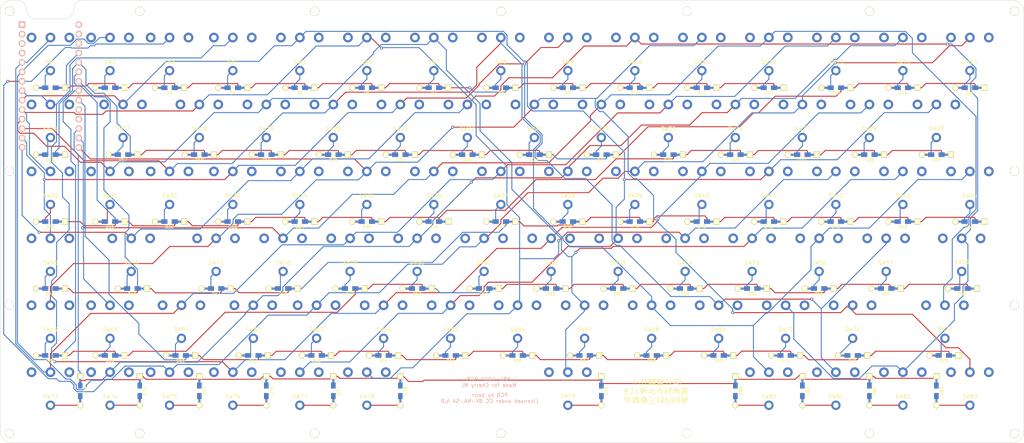
<source format=kicad_pcb>
(kicad_pcb (version 20211014) (generator pcbnew)
  (layers (0 "F.Cu" signal) (31 "B.Cu" signal) (34 "B.Paste" user) (35 "F.Paste" user) (36 "B.SilkS" user "B.Silkscreen") (37 "F.SilkS" user "F.Silkscreen") (38 "B.Mask" user) (39 "F.Mask" user) (44 "Edge.Cuts" user))
  (net 0 "")
  (net 1 "R1")
  (net 2 "Net-(D1-Pad2)")
  (net 3 "Net-(D2-Pad2)")
  (net 4 "Net-(D3-Pad2)")
  (net 5 "Net-(D4-Pad2)")
  (net 6 "Net-(D5-Pad2)")
  (net 7 "Net-(D6-Pad2)")
  (net 8 "Net-(D7-Pad2)")
  (net 9 "Net-(D8-Pad2)")
  (net 10 "Net-(D9-Pad2)")
  (net 11 "Net-(D10-Pad2)")
  (net 12 "Net-(D11-Pad2)")
  (net 13 "Net-(D12-Pad2)")
  (net 14 "R2")
  (net 15 "Net-(D13-Pad2)")
  (net 16 "Net-(D14-Pad2)")
  (net 17 "Net-(D15-Pad2)")
  (net 18 "Net-(D16-Pad2)")
  (net 19 "Net-(D17-Pad2)")
  (net 20 "Net-(D18-Pad2)")
  (net 21 "Net-(D19-Pad2)")
  (net 22 "Net-(D20-Pad2)")
  (net 23 "Net-(D21-Pad2)")
  (net 24 "Net-(D22-Pad2)")
  (net 25 "Net-(D23-Pad2)")
  (net 26 "Net-(D24-Pad2)")
  (net 27 "R3")
  (net 28 "Net-(D25-Pad2)")
  (net 29 "Net-(D26-Pad2)")
  (net 30 "Net-(D27-Pad2)")
  (net 31 "Net-(D28-Pad2)")
  (net 32 "Net-(D29-Pad2)")
  (net 33 "Net-(D30-Pad2)")
  (net 34 "Net-(D31-Pad2)")
  (net 35 "Net-(D32-Pad2)")
  (net 36 "Net-(D33-Pad2)")
  (net 37 "Net-(D34-Pad2)")
  (net 38 "Net-(D35-Pad2)")
  (net 39 "Net-(D36-Pad2)")
  (net 40 "R4")
  (net 41 "Net-(D37-Pad2)")
  (net 42 "Net-(D38-Pad2)")
  (net 43 "Net-(D39-Pad2)")
  (net 44 "Net-(D40-Pad2)")
  (net 45 "Net-(D41-Pad2)")
  (net 46 "Net-(D42-Pad2)")
  (net 47 "Net-(D43-Pad2)")
  (net 48 "Net-(D44-Pad2)")
  (net 49 "Net-(D45-Pad2)")
  (net 50 "Net-(D46-Pad2)")
  (net 51 "Net-(D47-Pad2)")
  (net 52 "Net-(D48-Pad2)")
  (net 53 "R5")
  (net 54 "Net-(D49-Pad2)")
  (net 55 "Net-(D50-Pad2)")
  (net 56 "Net-(D51-Pad2)")
  (net 57 "Net-(D52-Pad2)")
  (net 58 "Net-(D53-Pad2)")
  (net 59 "Net-(D54-Pad2)")
  (net 60 "Net-(D55-Pad2)")
  (net 61 "Net-(D56-Pad2)")
  (net 62 "Net-(D57-Pad2)")
  (net 63 "Net-(D58-Pad2)")
  (net 64 "Net-(D59-Pad2)")
  (net 65 "Net-(D60-Pad2)")
  (net 66 "R6")
  (net 67 "Net-(D61-Pad2)")
  (net 68 "Net-(D62-Pad2)")
  (net 69 "Net-(D63-Pad2)")
  (net 70 "Net-(D64-Pad2)")
  (net 71 "Net-(D65-Pad2)")
  (net 72 "Net-(D66-Pad2)")
  (net 73 "Net-(D67-Pad2)")
  (net 74 "Net-(D68-Pad2)")
  (net 75 "Net-(D69-Pad2)")
  (net 76 "Net-(D70-Pad2)")
  (net 77 "Net-(D71-Pad2)")
  (net 78 "Net-(D72-Pad2)")
  (net 79 "R7")
  (net 80 "Net-(D73-Pad2)")
  (net 81 "Net-(D74-Pad2)")
  (net 82 "Net-(D75-Pad2)")
  (net 83 "Net-(D76-Pad2)")
  (net 84 "Net-(D77-Pad2)")
  (net 85 "Net-(D78-Pad2)")
  (net 86 "Net-(D79-Pad2)")
  (net 87 "Net-(D80-Pad2)")
  (net 88 "Net-(D81-Pad2)")
  (net 89 "Net-(D82-Pad2)")
  (net 90 "Net-(D83-Pad2)")
  (net 92 "C1")
  (net 94 "C2")
  (net 95 "C3")
  (net 96 "C4")
  (net 98 "C5")
  (net 100 "C6")
  (net 101 "C7")
  (net 102 "C8")
  (net 103 "C9")
  (net 104 "C10")
  (net 105 "C11")
  (net 107 "C12")
  (net 256 "GND")
  (footprint "Keebio-Parts:Diode-dual-NoSilk" (layer "F.Cu") (at 266.5 121.05)
    (fp_text reference "D26")
    (fp_text value "D_Small" hide)
  )
  (footprint "Keebio-Parts:Diode-dual-NoSilk" (layer "F.Cu") (at 114.5 103.05)
    (fp_text reference "D3")
    (fp_text value "D_Small" hide)
  )
  (footprint "Button_Switch_Keyboard:NoSilk_SW_Cherry_ML_1u_Centred" (layer "F.Cu") (at 298 161.55)
    (fp_text reference "SW71")
    (fp_text value "ML")
  )
  (footprint "Button_Switch_Keyboard:NoSilk_SW_Cherry_ML_1uS_Centred" (layer "F.Cu") (at 98.5 161.55)
    (fp_text reference "SW60")
    (fp_text value "ML")
  )
  (footprint "Keebio-Parts:Diode-dual-NoSilk" (layer "F.Cu") (at 302.5 184.55 90)
    (fp_text reference "D82")
    (fp_text value "D_Small" hide)
  )
  (footprint "Keebio-Parts:Diode-dual-NoSilk" (layer "F.Cu") (at 199 157.05)
    (fp_text reference "D51")
    (fp_text value "D_Small" hide)
  )
  (footprint "Button_Switch_Keyboard:NoSilk_SW_Cherry_ML_1u_Centred" (layer "F.Cu") (at 271 143.55)
    (fp_text reference "SW55")
    (fp_text value "ML")
  )
  (footprint "Button_Switch_Keyboard:NoSilk_SW_Cherry_ML_1u_Centred" (layer "F.Cu") (at 163 143.55)
    (fp_text reference "SW49")
    (fp_text value "ML")
  )
  (footprint "Button_Switch_Keyboard:NoSilk_SW_Cherry_ML_1u_Centred" (layer "F.Cu") (at 253 143.55)
    (fp_text reference "SW54")
    (fp_text value "ML")
  )
  (footprint "Keebio-Parts:SinglePad" (layer "F.Cu") (at 106.5 82.5)
    (fp_text reference "J2" hide)
    (fp_text value "D2" hide)
  )
  (footprint "Keebio-Parts:Diode-dual-NoSilk" (layer "F.Cu") (at 137 175.05)
    (fp_text reference "D62")
    (fp_text value "D_Small" hide)
  )
  (footprint "Button_Switch_Keyboard:NoSilk_SW_Cherry_ML_1u_Centred" (layer "F.Cu") (at 230.5 107.55)
    (fp_text reference "SW24")
    (fp_text value "ML")
  )
  (footprint "Keebio-Parts:Diode-dual-NoSilk" (layer "F.Cu") (at 257.5 139.05)
    (fp_text reference "D40")
    (fp_text value "D_Small" hide)
  )
  (footprint "Button_Switch_Keyboard:NoSilk_SW_Cherry_ML_1uS_Centred" (layer "F.Cu") (at 82.5 125.55)
    (fp_text reference "SW30")
    (fp_text value "ML")
  )
  (footprint "Keebio-Parts:Diode-dual-NoSilk" (layer "F.Cu") (at 307 157.05)
    (fp_text reference "D57")
    (fp_text value "D_Small" hide)
  )
  (footprint "Button_Switch_Keyboard:NoSilk_SW_Cherry_ML_1u_Centred" (layer "F.Cu") (at 176.5 107.55)
    (fp_text reference "SW21")
    (fp_text value "ML")
  )
  (footprint "Button_Switch_Keyboard:NoSilk_SW_Cherry_ML_1u_Centred" (layer "F.Cu") (at 221.5 125.55)
    (fp_text reference "SW38")
    (fp_text value "ML")
  )
  (footprint "Keebio-Parts:Diode-dual-NoSilk" (layer "F.Cu") (at 289 157.05)
    (fp_text reference "D56")
    (fp_text value "D_Small" hide)
  )
  (footprint "Keebio-Parts:Diode-dual-NoSilk" (layer "F.Cu") (at 131.5 139.05)
    (fp_text reference "D33")
    (fp_text value "D_Small" hide)
  )
  (footprint "Button_Switch_Keyboard:NoSilk_SW_Cherry_ML_1u_Centred" (layer "F.Cu") (at 311.5 89.55)
    (fp_text reference "SW14")
    (fp_text value "ML")
  )
  (footprint "Keebio-Parts:Diode-dual-NoSilk" (layer "F.Cu") (at 239.5 139.05)
    (fp_text reference "D39")
    (fp_text value "D_Small" hide)
  )
  (footprint "Button_Switch_Keyboard:NoSilk_SW_Cherry_ML_1u_Centred" (layer "F.Cu") (at 302.5 107.55)
    (fp_text reference "SW28")
    (fp_text value "ML")
  )
  (footprint "Button_Switch_Keyboard:NoSilk_SW_Cherry_ML_1u_Centred" (layer "F.Cu") (at 154 161.54)
    (fp_text reference "SW63")
    (fp_text value "ML")
  )
  (footprint "Keebio-Parts:Diode-dual-NoSilk" (layer "F.Cu") (at 298 175.05)
    (fp_text reference "D71")
    (fp_text value "D_Small" hide)
  )
  (footprint "Button_Switch_Keyboard:NoSilk_SW_Cherry_ML_1uS_Centred" (layer "F.Cu") (at 98.5 125.55)
    (fp_text reference "SW31")
    (fp_text value "ML")
  )
  (footprint "Button_Switch_Keyboard:NoSilk_SW_Cherry_ML_1u_Centred" (layer "F.Cu") (at 262 161.55)
    (fp_text reference "SW69")
    (fp_text value "ML")
  )
  (footprint "Keebio-Parts:SinglePad" (layer "F.Cu") (at 71.5 82.5)
    (fp_text reference "J1" hide)
    (fp_text value "D2" hide)
  )
  (footprint "Keebio-Parts:Diode-dual-NoSilk" (layer "F.Cu") (at 212.5 121.05)
    (fp_text reference "D23")
    (fp_text value "D_Small" hide)
  )
  (footprint "Button_Switch_Keyboard:NoSilk_SW_Cherry_ML_1uS_Centred" (layer "F.Cu") (at 114.5 125.55)
    (fp_text reference "SW32")
    (fp_text value "ML")
  )
  (footprint "Keebio-Parts:Diode-dual-NoSilk" (layer "F.Cu") (at 221.5 103.05)
    (fp_text reference "D9")
    (fp_text value "D_Small" hide)
  )
  (footprint "Button_Switch_Keyboard:NoSilk_SW_Cherry_ML_1u_Centred" (layer "F.Cu") (at 257.5 125.55)
    (fp_text reference "SW40")
    (fp_text value "ML")
  )
  (footprint "Keebio-Parts:Diode-dual-NoSilk" (layer "F.Cu") (at 248.5 121.05)
    (fp_text reference "D25")
    (fp_text value "D_Small" hide)
  )
  (footprint "Button_Switch_Keyboard:NoSilk_SW_Cherry_ML_1u_Centred" (layer "F.Cu") (at 266.5 107.55)
    (fp_text reference "SW26")
    (fp_text value "ML")
  )
  (footprint "Button_Switch_Keyboard:NoSilk_SW_Cherry_ML_1u_Centred" (layer "F.Cu") (at 122.5 107.55)
    (fp_text reference "SW18")
    (fp_text value "ML")
  )
  (footprint "Keebio-Parts:Diode-dual-NoSilk" (layer "F.Cu") (at 82.5 175.05)
    (fp_text reference "D59")
    (fp_text value "D_Small" hide)
  )
  (footprint "Button_Switch_Keyboard:NoSilk_SW_Cherry_ML_1u_Centred" (layer "F.Cu") (at 221.5 89.55)
    (fp_text reference "SW9")
    (fp_text value "ML")
  )
  (footprint "Keebio-Parts:SinglePad" (layer "F.Cu") (at 302.5 82.5)
    (fp_text reference "J6" hide)
    (fp_text value "D2" hide)
  )
  (footprint "Button_Switch_Keyboard:NoSilk_SW_Cherry_ML_1u_Centred" (layer "F.Cu") (at 275.5 179.55)
    (fp_text reference "SW80")
    (fp_text value "ML")
  )
  (footprint "Button_Switch_Keyboard:NoSilk_SW_Cherry_ML_1u_Centred" (layer "F.Cu") (at 293.5 179.55)
    (fp_text reference "SW81")
    (fp_text value "ML")
  )
  (footprint "Keebio-Parts:Diode-dual-NoSilk" (layer "F.Cu") (at 158.5 184.55 90)
    (fp_text reference "D77")
    (fp_text value "D_Small" hide)
  )
  (footprint "" (layer "F.Cu") (at 153.5 196)
    (fp_text reference "")
    (fp_text value "")
  )
  (footprint "Button_Switch_Keyboard:NoSilk_SW_Cherry_ML_1u_Centred" (layer "F.Cu") (at 329.5 89.55)
    (fp_text reference "SW15")
    (fp_text value "ML")
  )
  (footprint "Keebio-Parts:Diode-dual-NoSilk" (layer "F.Cu") (at 311.5 139.05)
    (fp_text reference "D43")
    (fp_text value "D_Small" hide)
  )
  (footprint "Button_Switch_Keyboard:NoSilk_SW_Cherry_ML_1uS_Centred" (layer "F.Cu") (at 82.5 89.55)
    (fp_text reference "SW1")
    (fp_text value "ML")
  )
  (footprint "Keebio-Parts:Diode-dual-NoSilk" (layer "F.Cu") (at 208 175.05)
    (fp_text reference "D66")
    (fp_text value "D_Small" hide)
  )
  (footprint "Keebio-Parts:SinglePad" (layer "F.Cu") (at 302.5 196)
    (fp_text reference "J12" hide)
    (fp_text value "D2" hide)
  )
  (footprint "Button_Switch_Keyboard:NoSilk_SW_Cherry_ML_1u_Centred" (layer "F.Cu") (at 208 161.55)
    (fp_text reference "SW66")
    (fp_text value "ML")
  )
  (footprint "Keebio-Parts:Diode-dual-NoSilk" (layer "F.Cu") (at 322.5 175.05)
    (fp_text reference "D72")
    (fp_text value "D_Small" hide)
  )
  (footprint "" (layer "F.Cu") (at 253.5 82.5)
    (fp_text reference "")
    (fp_text value "")
  )
  (footprint "Keebio-Parts:Diode-dual-NoSilk" (layer "F.Cu") (at 235 157.05)
    (fp_text reference "D53")
    (fp_text value "D_Small" hide)
  )
  (footprint "Button_Switch_Keyboard:NoSilk_SW_Cherry_ML_1u_Centred" (layer "F.Cu") (at 280 161.55)
    (fp_text reference "SW70")
    (fp_text value "ML")
  )
  (footprint "Keebio-Parts:Diode-dual-NoSilk" (layer "F.Cu") (at 127 157.05)
    (fp_text reference "D47")
    (fp_text value "D_Small" hide)
  )
  (footprint "Button_Switch_Keyboard:NoSilk_SW_Cherry_ML_1u_Centred" (layer "F.Cu") (at 217 143.55)
    (fp_text reference "SW52")
    (fp_text value "ML")
  )
  (footprint "Button_Switch_Keyboard:NoSilk_SW_Cherry_ML_1uS_Centred" (layer "F.Cu") (at 82.5 161.55)
    (fp_text reference "SW59")
    (fp_text value "ML")
  )
  (footprint "Button_Switch_Keyboard:NoSilk_SW_Cherry_ML_1u_Centred" (layer "F.Cu") (at 172 161.55)
    (fp_text reference "SW64")
    (fp_text value "ML")
  )
  (footprint "Keebio-Parts:Diode-dual-NoSilk" (layer "F.Cu") (at 185.5 103.05)
    (fp_text reference "D7")
    (fp_text value "D_Small" hide)
  )
  (footprint "Keebio-Parts:Diode-dual-NoSilk" (layer "F.Cu") (at 90.5 184.55 90)
    (fp_text reference "D73")
    (fp_text value "D_Small" hide)
  )
  (footprint "Keebio-Parts:Diode-dual-NoSilk" (layer "F.Cu") (at 203.5 103.05)
    (fp_text reference "D8")
    (fp_text value "D_Small" hide)
  )
  (footprint "Button_Switch_Keyboard:NoSilk_SW_Cherry_ML_1uS_Centred" (layer "F.Cu") (at 137 161.55)
    (fp_text reference "SW62")
    (fp_text value "ML")
  )
  (footprint "Keebio-Parts:Diode-dual-NoSilk" (layer "F.Cu") (at 329.5 103.05)
    (fp_text reference "D15")
    (fp_text value "D_Small" hide)
  )
  (footprint "Keebio-Parts:Diode-dual-NoSilk" (layer "F.Cu") (at 102 121.05)
    (fp_text reference "D17")
    (fp_text value "D_Small" hide)
  )
  (footprint "Keebio-Parts:Diode-dual-NoSilk" (layer "F.Cu") (at 253 157.05)
    (fp_text reference "D54")
    (fp_text value "D_Small" hide)
  )
  (footprint "Button_Switch_Keyboard:NoSilk_SW_Cherry_ML_1.25u_Centred" (layer "F.Cu") (at 117.7 161.55)
    (fp_text reference "SW61")
    (fp_text value "ML")
  )
  (footprint "Button_Switch_Keyboard:NoSilk_SW_Cherry_ML_1u_Centred" (layer "F.Cu") (at 239.5 125.55)
    (fp_text reference "SW39")
    (fp_text value "ML")
  )
  (footprint "Keebio-Parts:SinglePad" (layer "F.Cu") (at 203.5 82.5)
    (fp_text reference "J4" hide)
    (fp_text value "D2" hide)
  )
  (footprint "Keebio-Parts:Diode-dual-NoSilk" (layer "F.Cu") (at 203.5 139.05)
    (fp_text reference "D37")
    (fp_text value "D_Small" hide)
  )
  (footprint "Button_Switch_Keyboard:NoSilk_SW_Cherry_ML_1uS_Centred" (layer "F.Cu") (at 82.5 143.55)
    (fp_text reference "SW45")
    (fp_text value "ML")
  )
  (footprint "Keebio-Parts:Diode-dual-NoSilk" (layer "F.Cu") (at 114.5 139.05)
    (fp_text reference "D32")
    (fp_text value "D_Small" hide)
  )
  (footprint "Keebio-Parts:SinglePad" (layer "F.Cu") (at 341.5 125.5)
    (fp_text reference "J9" hide)
    (fp_text value "D2" hide)
  )
  (footprint "Keebio-Parts:Diode-dual-NoSilk" (layer "F.Cu") (at 82.5 157.05)
    (fp_text reference "D45")
    (fp_text value "D_Small" hide)
  )
  (footprint "Keebio-Parts:Diode-dual-NoSilk" (layer "F.Cu") (at 176.5 121.05)
    (fp_text reference "D21")
    (fp_text value "D_Small" hide)
  )
  (footprint "Button_Switch_Keyboard:NoSilk_SW_Cherry_ML_1u_Centred" (layer "F.Cu") (at 199 143.55)
    (fp_text reference "SW51")
    (fp_text value "ML")
  )
  (footprint "Button_Switch_Keyboard:NoSilk_SW_Cherry_ML_1u_Centred" (layer "F.Cu") (at 194.5 107.55)
    (fp_text reference "SW22")
    (fp_text value "ML")
  )
  (footprint "Keebio-Parts:Diode-dual-NoSilk" (layer "F.Cu") (at 266.5 184.55 90)
    (fp_text reference "D80")
    (fp_text value "D_Small" hide)
  )
  (footprint "Keebio-Parts:Diode-dual-NoSilk" (layer "F.Cu") (at 275.5 139.05)
    (fp_text reference "D41")
    (fp_text value "D_Small" hide)
  )
  (footprint "Button_Switch_Keyboard:NoSilk_SW_Cherry_ML_1u_Centred" (layer "F.Cu") (at 311.5 125.55)
    (fp_text reference "SW43")
    (fp_text value "ML")
  )
  (footprint "Button_Switch_Keyboard:NoSilk_SW_Cherry_ML_1u_Centred" (layer "F.Cu") (at 293.5 89.55)
    (fp_text reference "SW13")
    (fp_text value "ML")
  )
  (footprint "Button_Switch_Keyboard:NoSilk_SW_Cherry_ML_1u_Centred" (layer "F.Cu") (at 149.5 89.55)
    (fp_text reference "SW5")
    (fp_text value "ML")
  )
  (footprint "Keebio-Parts:Diode-dual-NoSilk" (layer "F.Cu") (at 190 175.05)
    (fp_text reference "D65")
    (fp_text value "D_Small" hide)
  )
  (footprint "Button_Switch_Keyboard:NoSilk_SW_Cherry_ML_5u_Centred" (layer "F.Cu") (at 221.5 179.55)
    (fp_text reference "SW79")
    (fp_text value "ML")
  )
  (footprint "Keebio-Parts:Diode-dual-NoSilk" (layer "F.Cu") (at 145 157.05)
    (fp_text reference "D48")
    (fp_text value "D_Small" hide)
  )
  (footprint "Keebio-Parts:Diode-dual-NoSilk" (layer "F.Cu") (at 98.5 139.05)
    (fp_text reference "D31")
    (fp_text value "D_Small" hide)
  )
  (footprint "Keebio-Parts:Diode-dual-NoSilk" (layer "F.Cu") (at 167.5 139.05)
    (fp_text reference "D35")
    (fp_text value "D_Small" hide)
  )
  (footprint "Keebio-Parts:Diode-dual-NoSilk" (layer "F.Cu") (at 82.5 139.05)
    (fp_text reference "D30")
    (fp_text value "D_Small" hide)
  )
  (footprint "Keebio-Parts:SinglePad" (layer "F.Cu") (at 341.5 82.5)
    (fp_text reference "J7" hide)
    (fp_text value "D2" hide)
  )
  (footprint "Keebio-Parts:Diode-dual-NoSilk" (layer "F.Cu") (at 226 175.05)
    (fp_text reference "D67")
    (fp_text value "D_Small" hide)
  )
  (footprint "" (layer "F.Cu") (at 253.5 196)
    (fp_text reference "")
    (fp_text value "")
  )
  (footprint "Keebio-Parts:Diode-dual-NoSilk" (layer "F.Cu") (at 140.5 121.05)
    (fp_text reference "D19")
    (fp_text value "D_Small" hide)
  )
  (footprint "Button_Switch_Keyboard:NoSilk_SW_Cherry_ML_1u_Centred" (layer "F.Cu") (at 145 143.55)
    (fp_text reference "SW48")
    (fp_text value "ML")
  )
  (footprint "Keebio-Parts:ibrp2040_custom" (layer "F.Cu") (at 82.5 100.05 -90)
    (fp_text reference "U1" hide)
    (fp_text value "ItsyBitsy2040" hide)
  )
  (footprint "Button_Switch_Keyboard:NoSilk_SW_Cherry_ML_1u_Centred" (layer "F.Cu") (at 167.5 89.55)
    (fp_text reference "SW6")
    (fp_text value "ML")
  )
  (footprint "Keebio-Parts:Diode-dual-NoSilk" (layer "F.Cu") (at 293.5 139.05)
    (fp_text reference "D42")
    (fp_text value "D_Small" hide)
  )
  (footprint "Button_Switch_Keyboard:NoSilk_SW_Cherry_ML_1u_Centred" (layer "F.Cu") (at 226 161.55)
    (fp_text reference "SW67")
    (fp_text value "ML")
  )
  (footprint "Keebio-Parts:Diode-dual-NoSilk" (layer "F.Cu") (at 320.5 121.05)
    (fp_text reference "D29")
    (fp_text value "D_Small" hide)
  )
  (footprint "Button_Switch_Keyboard:NoSilk_SW_Cherry_ML_1u_Centred" (layer "F.Cu") (at 131.5 125.55)
    (fp_text reference "SW33")
    (fp_text value "ML")
  )
  (footprint "Keebio-Parts:Diode-dual-NoSilk" (layer "F.Cu") (at 140.5 184.55 90)
    (fp_text reference "D76")
    (fp_text value "D_Small" hide)
  )
  (footprint "Keebio-Parts:Diode-dual-NoSilk" (layer "F.Cu") (at 98.5 103.05)
    (fp_text reference "D2")
    (fp_text value "D_Small" hide)
  )
  (footprint "Keebio-Parts:Diode-dual-NoSilk" (layer "F.Cu") (at 239.5 103.05)
    (fp_text reference "D10")
    (fp_text value "D_Small" hide)
  )
  (footprint "Button_Switch_Keyboard:NoSilk_SW_Cherry_ML_1u_Centred" (layer "F.Cu") (at 275.5 89.55)
    (fp_text reference "SW12")
    (fp_text value "ML")
  )
  (footprint "Button_Switch_Keyboard:NoSilk_SW_Cherry_ML_1.5u_Centred" (layer "F.Cu") (at 104.2 143.55)
    (fp_text reference "SW46")
    (fp_text value "ML")
  )
  (footprint "Keebio-Parts:SinglePad" (layer "F.Cu") (at 71.5 125.5)
    (fp_text reference "J19" hide)
    (fp_text value "D2" hide)
  )
  (footprint "" (layer "F.Cu") (at 153.5 82.5)
    (fp_text reference "")
    (fp_text value "")
  )
  (footprint "Keebio-Parts:Diode-dual-NoSilk" (layer "F.Cu") (at 302.5 121.05)
    (fp_text reference "D28")
    (fp_text value "D_Small" hide)
  )
  (footprint "Button_Switch_Keyboard:NoSilk_SW_Cherry_ML_1u_Centred" (layer "F.Cu") (at 307 143.55)
    (fp_text reference "SW57")
    (fp_text value "ML")
  )
  (footprint "Button_Switch_Keyboard:NoSilk_SW_Cherry_ML_1u_Centred" (layer "F.Cu") (at 275.5 125.55)
    (fp_text reference "SW41")
    (fp_text value "ML")
  )
  (footprint "Keebio-Parts:SinglePad" (layer "F.Cu") (at 341.5 161.5)
    (fp_text reference "J10" hide)
    (fp_text value "D2" hide)
  )
  (footprint "Keebio-Parts:Diode-dual-NoSilk" (layer "F.Cu") (at 230.5 184.55 90)
    (fp_text reference "D79")
    (fp_text value "D_Small" hide)
  )
  (footprint "Button_Switch_Keyboard:NoSilk_SW_Cherry_ML_1u_Centred" (layer "F.Cu") (at 293.5 125.55)
    (fp_text reference "SW42")
    (fp_text value "ML")
  )
  (footprint "Keebio-Parts:Diode-dual-NoSilk" (layer "F.Cu") (at 271 157.05)
    (fp_text reference "D55")
    (fp_text value "D_Small" hide)
  )
  (footprint "Keebio-Parts:Diode-dual-NoSilk" (layer "F.Cu") (at 275.5 103.05)
    (fp_text reference "D12")
    (fp_text value "D_Small" hide)
  )
  (footprint "Keebio-Parts:SinglePad" (layer "F.Cu") (at 106.5 196)
    (fp_text reference "J16" hide)
    (fp_text value "D2" hide)
  )
  (footprint "Button_Switch_Keyboard:NoSilk_SW_Cherry_ML_1u_Centred" (layer "F.Cu") (at 181 143.55)
    (fp_text reference "SW50")
    (fp_text value "ML")
  )
  (footprint "Button_Switch_Keyboard:NoSilk_SW_Cherry_ML_1u_Centred" (layer "F.Cu") (at 311.5 179.55)
    (fp_text reference "SW82")
    (fp_text value "ML")
  )
  (footprint "Button_Switch_Keyboard:NoSilk_SW_Cherry_ML_1uS_Centred" (layer "F.Cu") (at 114.5 89.55)
    (fp_text reference "SW3")
    (fp_text value "ML")
  )
  (footprint "Button_Switch_Keyboard:NoSilk_SW_Cherry_ML_1uS_Centred" (layer "F.Cu") (at 82.5 107.55)
    (fp_text reference "SW16")
    (fp_text value "ML")
  )
  (footprint "Keebio-Parts:Diode-dual-NoSilk" (layer "F.Cu") (at 163 157.05)
    (fp_text reference "D49")
    (fp_text value "D_Small" hide)
  )
  (footprint "Button_Switch_Keyboard:NoSilk_SW_Cherry_ML_1u_Centred" (layer "F.Cu") (at 127 143.55)
    (fp_text reference "SW47")
    (fp_text value "ML")
  )
  (footprint "Button_Switch_Keyboard:NoSilk_SW_Cherry_ML_1uL_Centred" (layer "F.Cu") (at 320.5 107.55)
    (fp_text reference "SW29")
    (fp_text value "ML")
  )
  (footprint "Keebio-Parts:SinglePad" (layer "F.Cu") (at 71.5 161.5)
    (fp_text reference "J18" hide)
    (fp_text value "D2" hide)
  )
  (footprint "Button_Switch_Keyboard:NoSilk_SW_Cherry_ML_1u_Centred" (layer "F.Cu") (at 185.5 89.55)
    (fp_text reference "SW7")
    (fp_text value "ML")
  )
  (footprint "Keebio-Parts:Diode-dual-NoSilk" (layer "F.Cu") (at 167.5 103.05)
    (fp_text reference "D6")
    (fp_text value "D_Small" hide)
  )
  (footprint "Button_Switch_Keyboard:NoSilk_SW_Cherry_ML_1u_Centred" (layer "F.Cu") (at 284.5 107.55)
    (fp_text reference "SW27")
    (fp_text value "ML")
  )
  (footprint "Keebio-Parts:Diode-dual-NoSilk" (layer "F.Cu") (at 185.5 139.05)
    (fp_text reference "D36")
    (fp_text value "D_Small" hide)
  )
  (footprint "Keebio-Parts:Diode-dual-NoSilk" (layer "F.Cu") (at 320.5 184.55 90)
    (fp_text reference "D83")
    (fp_text value "D_Small" hide)
  )
  (footprint "Keebio-Parts:Diode-dual-NoSilk" (layer "F.Cu") (at 158.5 121.05)
    (fp_text reference "D20")
    (fp_text value "D_Small" hide)
  )
  (footprint "Button_Switch_Keyboard:NoSilk_SW_Cherry_ML_1u_Centred" (layer "F.Cu") (at 158.5 107.55)
    (fp_text reference "SW20")
    (fp_text value "ML")
  )
  (footprint "Keebio-Parts:Diode-dual-NoSilk" (layer "F.Cu") (at 149.5 139.05)
    (fp_text reference "D34")
    (fp_text value "D_Small" hide)
  )
  (footprint "Keebio-Parts:Diode-dual-NoSilk" (layer "F.Cu") (at 122.5 184.55 90)
    (fp_text reference "D75")
    (fp_text value "D_Small" hide)
  )
  (footprint "Keebio-Parts:Diode-dual-NoSilk" (layer "F.Cu") (at 257.5 103.05)
    (fp_text reference "D11")
    (fp_text value "D_Small" hide)
  )
  (footprint "Keebio-Parts:SinglePad" (layer "F.Cu") (at 71.5 196)
    (fp_text reference "J17" hide)
    (fp_text value "D2" hide)
  )
  (footprint "Keebio-Parts:Diode-dual-NoSilk" (layer "F.Cu") (at 230.5 121.05)
    (fp_text reference "D24")
    (fp_text value "D_Small" hide)
  )
  (footprint "Keebio-Parts:SinglePad" (layer "F.Cu") (at 153.5 196)
    (fp_text reference "J15" hide)
    (fp_text value "D2" hide)
  )
  (footprint "Keebio-Parts:Diode-dual-NoSilk" (layer "F.Cu") (at 149.5 103.05)
    (fp_text reference "D5")
    (fp_text value "D_Small" hide)
  )
  (footprint "Keebio-Parts:Diode-dual-NoSilk" (layer "F.Cu") (at 98.5 175.05)
    (fp_text reference "D60")
    (fp_text value "D_Small" hide)
  )
  (footprint "Keebio-Parts:Diode-dual-NoSilk" (layer "F.Cu") (at 217 157.05)
    (fp_text reference "D52")
    (fp_text value "D_Small" hide)
  )
  (footprint "Button_Switch_Keyboard:NoSilk_SW_Cherry_ML_1uS_Centred" (layer "F.Cu") (at 98.5 89.55)
    (fp_text reference "SW2")
    (fp_text value "ML")
  )
  (footprint "Button_Switch_Keyboard:NoSilk_SW_Cherry_ML_1u_Centred" (layer "F.Cu") (at 257.5 89.55)
    (fp_text reference "SW11")
    (fp_text value "ML")
  )
  (footprint "Button_Switch_Keyboard:NoSilk_SW_Cherry_ML_1u_Centred" (layer "F.Cu") (at 289 143.55)
    (fp_text reference "SW56")
    (fp_text value "ML")
  )
  (footprint "Keebio-Parts:Diode-dual-NoSilk" (layer "F.Cu") (at 293.5 103.05)
    (fp_text reference "D13")
    (fp_text value "D_Small" hide)
  )
  (footprint "Button_Switch_Keyboard:NoSilk_SW_Cherry_ML_1u_Centred" (layer "F.Cu") (at 203.5 125.55)
    (fp_text reference "SW37")
    (fp_text value "ML")
  )
  (footprint "Button_Switch_Keyboard:NoSilk_SW_Cherry_ML_1u_Centred" (layer "F.Cu") (at 185.5 125.55)
    (fp_text reference "SW36")
    (fp_text value "ML")
  )
  (footprint "Button_Switch_Keyboard:NoSilk_SW_Cherry_ML_1uS_Centred" (layer "F.Cu") (at 82.5 179.55)
    (fp_text reference "SW73")
    (fp_text value "ML")
  )
  (footprint "Button_Switch_Keyboard:NoSilk_SW_Cherry_ML_1u_Centred" (layer "F.Cu") (at 239.5 89.55)
    (fp_text reference "SW10")
    (fp_text value "ML")
  )
  (footprint "Button_Switch_Keyboard:NoSilk_SW_Cherry_ML_1.25u_Centred" (layer "F.Cu") (at 327.3 143.55)
    (fp_text reference "SW58")
    (fp_text value "ML")
  )
  (footprint "Keebio-Parts:Diode-dual-NoSilk" (layer "F.Cu") (at 329.5 139.05)
    (fp_text reference "D44")
    (fp_text value "D_Small" hide)
  )
  (footprint "Keebio-Parts:Diode-dual-NoSilk" (layer "F.Cu") (at 284.5 184.55 90)
    (fp_text reference "D81")
    (fp_text value "D_Small" hide)
  )
  (footprint "Button_Switch_Keyboard:NoSilk_SW_Cherry_ML_1u_Centred" (layer "F.Cu") (at 203.5 89.55)
    (fp_text reference "SW8")
    (fp_text value "ML")
  )
  (footprint "Keebio-Parts:Diode-dual-NoSilk" (layer "F.Cu") (at 181 157.05)
    (fp_text reference "D50")
    (fp_text value "D_Small" hide)
  )
  (footprint "Keebio-Parts:Diode-dual-NoSilk" (layer "F.Cu") (at 327.5 157.05)
    (fp_text reference "D58")
    (fp_text value "D_Small" hide)
  )
  (footprint "Keebio-Parts:Diode-dual-NoSilk" (layer "F.Cu") (at 244 175.05)
    (fp_text reference "D68")
    (fp_text value "D_Small" hide)
  )
  (footprint "Button_Switch_Keyboard:NoSilk_SW_Cherry_ML_1u_Centred" (layer "F.Cu") (at 235 143.55)
    (fp_text reference "SW53")
    (fp_text value "ML")
  )
  (footprint "Button_Switch_Keyboard:NoSilk_SW_Cherry_ML_1.75u_Centred" (layer "F.Cu") (at 322.8 161.55)
    (fp_text reference "SW72")
    (fp_text value "ML")
  )
  (footprint "Keebio-Parts:Diode-dual-NoSilk" (layer "F.Cu") (at 106.5 184.55 90)
    (fp_text reference "D74")
    (fp_text value "D_Small" hide)
  )
  (footprint "Button_Switch_Keyboard:NoSilk_SW_Cherry_ML_1u_Centred" (layer "F.Cu") (at 190 161.55)
    (fp_text reference "SW65")
    (fp_text value "ML")
  )
  (footprint "Keebio-Parts:Diode-dual-NoSilk" (layer "F.Cu") (at 280 175.05)
    (fp_text reference "D70")
    (fp_text value "D_Small" hide)
  )
  (footprint "Button_Switch_Keyboard:NoSilk_SW_Cherry_ML_1u_Centred" (layer "F.Cu") (at 244 161.55)
    (fp_text reference "SW68")
    (fp_text value "ML")
  )
  (footprint "Keebio-Parts:SinglePad" (layer "F.Cu") (at 253.5 196)
    (fp_text reference "J13" hide)
    (fp_text value "D2" hide)
  )
  (footprint "Keebio-Parts:Diode-dual-NoSilk" (layer "F.Cu") (at 154 175.05)
    (fp_text reference "D63")
    (fp_text value "D_Small" hide)
  )
  (footprint "Keebio-Parts:Diode-dual-NoSilk" (layer "F.Cu") (at 117.5 175.05)
    (fp_text reference "D61")
    (fp_text value "D_Small" hide)
  )
  (footprint "Button_Switch_Keyboard:NoSilk_SW_Cherry_ML_1u_Centred" (layer "F.Cu") (at 329.5 125.55)
    (fp_text reference "SW44")
    (fp_text value "ML")
  )
  (footprint "Keebio-Parts:Diode-dual-NoSilk" (layer "F.Cu") (at 131.5 103.05)
    (fp_text reference "D4")
    (fp_text value "D_Small" hide)
  )
  (footprint "Keebio-Parts:Diode-dual-NoSilk" (layer "F.Cu") (at 221.5 139.05)
    (fp_text reference "D38")
    (fp_text value "D_Small" hide)
  )
  (footprint "Button_Switch_Keyboard:NoSilk_SW_Cherry_ML_1u_Centred" (layer "F.Cu") (at 212.5 107.55)
    (fp_text reference "SW23")
    (fp_text value "ML")
  )
  (footprint "Button_Switch_Keyboard:NoSilk_SW_Cherry_ML_1u_Centred" (layer "F.Cu") (at 248.5 107.55)
    (fp_text reference "SW25")
    (fp_text value "ML")
  )
  (footprint "Keebio-Parts:Diode-dual-NoSilk" (layer "F.Cu") (at 311.5 103.05)
    (fp_text reference "D14")
    (fp_text value "D_Small" hide)
  )
  (footprint "Button_Switch_Keyboard:NoSilk_SW_Cherry_ML_1u_Centred" (layer "F.Cu") (at 131.5 179.55)
    (fp_text reference "SW76")
    (fp_text value "ML")
  )
  (footprint "Button_Switch_Keyboard:NoSilk_SW_Cherry_ML_1uS_Centred" (layer "F.Cu") (at 98.5 179.54)
    (fp_text reference "SW74")
    (fp_text value "ML")
  )
  (footprint "Keebio-Parts:Diode-dual-NoSilk" (layer "F.Cu") (at 176.5 184.55 90)
    (fp_text reference "D78")
    (fp_text value "D_Small" hide)
  )
  (footprint "Keebio-Parts:Diode-dual-NoSilk" (layer "F.Cu") (at 284.5 121.05)
    (fp_text reference "D27")
    (fp_text value "D_Small" hide)
  )
  (footprint "Button_Switch_Keyboard:NoSilk_SW_Cherry_ML_1uS_Centred" (layer "F.Cu") (at 114.5 179.55)
    (fp_text reference "SW75")
    (fp_text value "ML")
  )
  (footprint "Button_Switch_Keyboard:NoSilk_SW_Cherry_ML_1u_Centred" (layer "F.Cu") (at 140.5 107.55)
    (fp_text reference "SW19")
    (fp_text value "ML")
  )
  (footprint "Keebio-Parts:SinglePad" (layer "F.Cu") (at 153.5 82.5)
    (fp_text reference "J3" hide)
    (fp_text value "D2" hide)
  )
  (footprint "Keebio-Parts:SinglePad" (layer "F.Cu") (at 253.5 82.5)
    (fp_text reference "J5" hide)
    (fp_text value "D2" hide)
  )
  (footprint "Button_Switch_Keyboard:NoSilk_SW_Cherry_ML_1u_Centred" (layer "F.Cu") (at 149.5 179.55)
    (fp_text reference "SW77")
    (fp_text value "ML")
  )
  (footprint "Keebio-Parts:Diode-dual-NoSilk" (layer "F.Cu") (at 172 175.05)
    (fp_text reference "D64")
    (fp_text value "D_Small" hide)
  )
  (footprint "Keebio-Parts:SinglePad" (layer "F.Cu") (at 203.5 196)
    (fp_text reference "J14" hide)
    (fp_text value "D2" hide)
  )
  (footprint "Button_Switch_Keyboard:NoSilk_SW_Cherry_ML_1.25u_Centred" (layer "F.Cu") (at 102 107.55)
    (fp_text reference "SW17")
    (fp_text value "ML")
  )
  (footprint "Keebio-Parts:Diode-dual-NoSilk" (layer "F.Cu") (at 82.5 103.05)
    (fp_text reference "D1")
    (fp_text value "D_Small" hide)
  )
  (footprint "Button_Switch_Keyboard:NoSilk_SW_Cherry_ML_1u_Centred" (layer "F.Cu") (at 329.5 179.55)
    (fp_text reference "SW83")
    (fp_text value "ML")
  )
  (footprint "Button_Switch_Keyboard:NoSilk_SW_Cherry_ML_1u_Centred" (layer "F.Cu") (at 131.5 89.55)
    (fp_text reference "SW4")
    (fp_text value "ML")
  )
  (footprint "Button_Switch_Keyboard:NoSilk_SW_Cherry_ML_1u_Centred" (layer "F.Cu") (at 167.5 125.55)
    (fp_text reference "SW35")
    (fp_text value "ML")
  )
  (footprint "Button_Switch_Keyboard:NoSilk_SW_Cherry_ML_1u_Centred" (layer "F.Cu") (at 167.5 179.55)
    (fp_text reference "SW78")
    (fp_text value "ML")
  )
  (footprint "Button_Switch_Keyboard:NoSilk_SW_Cherry_ML_1u_Centred" (layer "F.Cu") (at 149.5 125.55)
    (fp_text reference "SW34")
    (fp_text value "ML")
  )
  (footprint "Keebio-Parts:Diode-dual-NoSilk" (layer "F.Cu") (at 194.5 121.05)
    (fp_text reference "D22")
    (fp_text value "D_Small" hide)
  )
  (footprint "Keebio-Parts:Diode-dual-NoSilk" (layer "F.Cu") (at 82.5 121.05)
    (fp_text reference "D16")
    (fp_text value "D_Small" hide)
  )
  (footprint "Keebio-Parts:Diode-dual-NoSilk" (layer "F.Cu") (at 262 175.05)
    (fp_text reference "D69")
    (fp_text value "D_Small" hide)
  )
  (footprint "Keebio-Parts:SinglePad" (layer "F.Cu") (at 341.5 196)
    (fp_text reference "J11" hide)
    (fp_text value "D2" hide)
  )
  (footprint "Keebio-Parts:Diode-dual-NoSilk" (layer "F.Cu") (at 104.5 157.05)
    (fp_text reference "D46")
    (fp_text value "D_Small" hide)
  )
  (footprint "Keebio-Parts:Diode-dual-NoSilk" (layer "F.Cu") (at 122.5 121.05)
    (fp_text reference "D18")
    (fp_text value "D_Small" hide)
  )
  (gr_line (start 344 82.5) (end 344 195.5) (layer "Edge.Cuts") (width 0.1))
  (gr_arc (start 72 198.5) (mid 69.87868 197.62132) (end 69 195.5) (layer "Edge.Cuts") (width 0.1))
  (gr_line (start 69 195.5) (end 69 82.5) (layer "Edge.Cuts") (width 0.1))
  (gr_line (start 78.5 84.5) (end 86.25 84.5) (layer "Edge.Cuts") (width 0.1))
  (gr_arc (start 344 195.5) (mid 343.12132 197.62132) (end 341 198.5) (layer "Edge.Cuts") (width 0.1))
  (gr_arc (start 69 82.5) (mid 69.87868 80.37868) (end 72 79.5) (layer "Edge.Cuts") (width 0.1))
  (gr_line (start 341 198.5) (end 72 198.5) (layer "Edge.Cuts") (width 0.1))
  (gr_arc (start 73.5 79.5) (mid 75.267767 80.232233) (end 76 82) (layer "Edge.Cuts") (width 0.1))
  (gr_line (start 72 79.5) (end 73.5 79.5) (layer "Edge.Cuts") (width 0.1))
  (gr_arc (start 88.75 82) (mid 88.017767 83.767767) (end 86.25 84.5) (layer "Edge.Cuts") (width 0.1))
  (gr_arc (start 341 79.5) (mid 343.12132 80.37868) (end 344 82.5) (layer "Edge.Cuts") (width 0.1))
  (gr_arc (start 88.75 82) (mid 89.482233 80.232233) (end 91.25 79.5) (layer "Edge.Cuts") (width 0.1))
  (gr_arc (start 78.5 84.5) (mid 76.732233 83.767767) (end 76 82) (layer "Edge.Cuts") (width 0.1))
  (gr_line (start 91.25 79.5) (end 341 79.5) (layer "Edge.Cuts") (width 0.1))
  (gr_text "PCB by bean\nLicensed under CC BY-NA-SA 4.0" (at 200.5 186.5) (layer "B.SilkS") (effects (font (size 1 1)) (justify mirror)))
  (gr_text "B84-4001 PCB\nMade for Cherry ML" (at 200.25 182.25) (layer "B.SilkS") (effects (font (size 1 1)) (justify mirror)))
  (gr_text "小豆鍵盤公司\n824新北市好肏區\n你媽路三段698號" (at 245.25 184.75) (layer "F.SilkS") (effects (font (size 1.5 1.5))))
  (segment (start 186.9 103.05) (end 186.9 102.1247) (width 0.25) (layer "F.Cu") (net 1))
  (segment (start 85 103.05) (end 86.4 103.05) (width 0.25) (layer "F.Cu") (net 1))
  (segment (start 92.0915 102.59) (end 87.9853 102.59) (width 0.25) (layer "F.Cu") (net 1))
  (segment (start 276.7 101.9247) (end 263.6506 101.9247) (width 0.25) (layer "F.Cu") (net 1))
  (segment (start 87.9853 102.59) (end 87.5253 103.05) (width 0.25) (layer "F.Cu") (net 1))
  (segment (start 258.6999 101.9246) (end 258.9 102.1247) (width 0.25) (layer "F.Cu") (net 1))
  (segment (start 186.7 101.9247) (end 173.6506 101.9247) (width 0.25) (layer "F.Cu") (net 1))
  (segment (start 276.9 102.1247) (end 276.7 101.9247) (width 0.25) (layer "F.Cu") (net 1))
  (segment (start 242 103.05) (end 240.9 103.05) (width 0.25) (layer "F.Cu") (net 1))
  (segment (start 276.9 103.05) (end 276.9 102.1247) (width 0.25) (layer "F.Cu") (net 1))
  (segment (start 137.6506 101.9247) (end 136.5253 103.05) (width 0.25) (layer "F.Cu") (net 1))
  (segment (start 245.6507 101.9246) (end 258.6999 101.9246) (width 0.25) (layer "F.Cu") (net 1))
  (segment (start 115.9 103.05) (end 115.9 102.1247) (width 0.25) (layer "F.Cu") (net 1))
  (segment (start 243.4 103.05) (end 244.5253 103.05) (width 0.25) (layer "F.Cu") (net 1))
  (segment (start 263.6506 101.9247) (end 262.5253 103.05) (width 0.25) (layer "F.Cu") (net 1))
  (segment (start 168.9 103.05) (end 168.9 102.1247) (width 0.25) (layer "F.Cu") (net 1))
  (segment (start 99.6999 101.9246) (end 92.7569 101.9246) (width 0.25) (layer "F.Cu") (net 1))
  (segment (start 117 103.05) (end 115.9 103.05) (width 0.25) (layer "F.Cu") (net 1))
  (segment (start 222.7 101.9247) (end 209.6506 101.9247) (width 0.25) (layer "F.Cu") (net 1))
  (segment (start 86.4 103.05) (end 87.5253 103.05) (width 0.25) (layer "F.Cu") (net 1))
  (segment (start 150.9 103.05) (end 150.9 102.1247) (width 0.25) (layer "F.Cu") (net 1))
  (segment (start 168.9 102.1247) (end 168.7 101.9247) (width 0.25) (layer "F.Cu") (net 1))
  (segment (start 119.5253 103.05) (end 120.6507 101.9246) (width 0.25) (layer "F.Cu") (net 1))
  (segment (start 227.668 101.9073) (end 240.6826 101.9073) (width 0.25) (layer "F.Cu") (net 1))
  (segment (start 258.9 103.05) (end 258.9 102.1247) (width 0.25) (layer "F.Cu") (net 1))
  (segment (start 276.9 103.05) (end 278 103.05) (width 0.25) (layer "F.Cu") (net 1))
  (segment (start 99.9 103.05) (end 99.9 102.1247) (width 0.25) (layer "F.Cu") (net 1))
  (segment (start 207.4 103.05) (end 208.5253 103.05) (width 0.25) (layer "F.Cu") (net 1))
  (segment (start 83.9 103.05) (end 85 103.05) (width 0.25) (layer "F.Cu") (net 1))
  (segment (start 92.7569 101.9246) (end 92.0915 102.59) (width 0.25) (layer "F.Cu") (net 1))
  (segment (start 188 103.05) (end 189.4 103.05) (width 0.25) (layer "F.Cu") (net 1))
  (segment (start 132.6999 101.9246) (end 132.9 102.1247) (width 0.25) (layer "F.Cu") (net 1))
  (segment (start 99.9 102.1247) (end 99.6999 101.9246) (width 0.25) (layer "F.Cu") (net 1))
  (segment (start 225.4 103.05) (end 226.5253 103.05) (width 0.25) (layer "F.Cu") (net 1))
  (segment (start 168.7 101.9247) (end 155.6506 101.9247) (width 0.25) (layer "F.Cu") (net 1))
  (segment (start 101 103.05) (end 99.9 103.05) (width 0.25) (layer "F.Cu") (net 1))
  (segment (start 260 103.05) (end 261.4 103.05) (width 0.25) (layer "F.Cu") (net 1))
  (segment (start 102.4 103.05) (end 103.5253 103.05) (width 0.25) (layer "F.Cu") (net 1))
  (segment (start 278 103.05) (end 279.4 103.05) (width 0.25) (layer "F.Cu") (net 1))
  (segment (start 135.4 103.05) (end 134 103.05) (width 0.25) (layer "F.Cu") (net 1))
  (segment (start 152 103.05) (end 150.9 103.05) (width 0.25) (layer "F.Cu") (net 1))
  (segment (start 103.5253 103.05) (end 104.668 101.9073) (width 0.25) (layer "F.Cu") (net 1))
  (segment (start 189.4 103.05) (end 195.1562 103.05) (width 0.25) (layer "F.Cu") (net 1))
  (segment (start 206 103.05) (end 204.9 103.05) (width 0.25) (layer "F.Cu") (net 1))
  (segment (start 258.9 103.05) (end 260 103.05) (width 0.25) (layer "F.Cu") (net 1))
  (segment (start 170 103.05) (end 168.9 103.05) (width 0.25) (layer "F.Cu") (net 1))
  (segment (start 150.7 101.9247) (end 137.6506 101.9247) (width 0.25) (layer "F.Cu") (net 1))
  (segment (start 240.9 103.05) (end 240.9 102.1247) (width 0.25) (layer "F.Cu") (net 1))
  (segment (start 240.6826 101.9073) (end 240.9 102.1247) (width 0.25) (layer "F.Cu") (net 1))
  (segment (start 101 103.05) (end 102.4 103.05) (width 0.25) (layer "F.Cu") (net 1))
  (segment (start 153.4 103.05) (end 152 103.05) (width 0.25) (layer "F.Cu") (net 1))
  (segment (start 222.9 102.1247) (end 222.7 101.9247) (width 0.25) (layer "F.Cu") (net 1))
  (segment (start 153.4 103.05) (end 154.5253 103.05) (width 0.25) (layer "F.Cu") (net 1))
  (segment (start 225.4 103.05) (end 224 103.05) (width 0.25) (layer "F.Cu") (net 1))
  (segment (start 171.4 103.05) (end 172.5253 103.05) (width 0.25) (layer "F.Cu") (net 1))
  (segment (start 120.6507 101.9246) (end 132.6999 101.9246) (width 0.25) (layer "F.Cu") (net 1))
  (segment (start 104.668 101.9073) (end 115.6826 101.9073) (width 0.25) (layer "F.Cu") (net 1))
  (segment (start 173.6506 101.9247) (end 172.5253 103.05) (width 0.25) (layer "F.Cu") (net 1))
  (segment (start 224 103.05) (end 222.9 103.05) (width 0.25) (layer "F.Cu") (net 1))
  (segment (start 209.6506 101.9247) (end 208.5253 103.05) (width 0.25) (layer "F.Cu") (net 1))
  (segment (start 115.6826 101.9073) (end 115.9 102.1247) (width 0.25) (layer "F.Cu") (net 1))
  (segment (start 135.4 103.05) (end 136.5253 103.05) (width 0.25) (layer "F.Cu") (net 1))
  (segment (start 186.9 102.1247) (end 186.7 101.9247) (width 0.25) (layer "F.Cu") (net 1))
  (segment (start 226.5253 103.05) (end 227.668 101.9073) (width 0.25) (layer "F.Cu") (net 1))
  (segment (start 132.9 103.05) (end 132.9 102.1247) (width 0.25) (layer "F.Cu") (net 1))
  (segment (start 244.5253 103.05) (end 245.6507 101.9246) (width 0.25) (layer "F.Cu") (net 1))
  (segment (start 188 103.05) (end 186.9 103.05) (width 0.25) (layer "F.Cu") (net 1))
  (segment (start 170 103.05) (end 171.4 103.05) (width 0.25) (layer "F.Cu") (net 1))
  (segment (start 117 103.05) (end 118.4 103.05) (width 0.25) (layer "F.Cu") (net 1))
  (segment (start 134 103.05) (end 132.9 103.05) (width 0.25) (layer "F.Cu") (net 1))
  (segment (start 242 103.05) (end 243.4 103.05) (width 0.25) (layer "F.Cu") (net 1))
  (segment (start 261.4 103.05) (end 262.5253 103.05) (width 0.25) (layer "F.Cu") (net 1))
  (segment (start 118.4 103.05) (end 119.5253 103.05) (width 0.25) (layer "F.Cu") (net 1))
  (segment (start 207.4 103.05) (end 206 103.05) (width 0.25) (layer "F.Cu") (net 1))
  (segment (start 222.9 103.05) (end 222.9 102.1247) (width 0.25) (layer "F.Cu") (net 1))
  (segment (start 155.6506 101.9247) (end 154.5253 103.05) (width 0.25) (layer "F.Cu") (net 1))
  (segment (start 150.9 102.1247) (end 150.7 101.9247) (width 0.25) (layer "F.Cu") (net 1))
  (via (at 195.1562 103.05) (size 0.8) (drill 0.4) (layers "F.Cu" "B.Cu") (net 1))
  (segment (start 261.4 103.05) (end 260 103.05) (width 0.25) (layer "B.Cu") (net 1))
  (segment (start 243.4 103.05) (end 242 103.05) (width 0.25) (layer "B.Cu") (net 1))
  (segment (start 196.3264 104.2202) (end 195.1562 103.05) (width 0.25) (layer "B.Cu") (net 1))
  (segment (start 204.9 103.05) (end 204.9 103.9753) (width 0.25) (layer "B.Cu") (net 1))
  (segment (start 171.4 103.05) (end 170 103.05) (width 0.25) (layer "B.Cu") (net 1))
  (segment (start 85 103.05) (end 86.4 103.05) (width 0.25) (layer "B.Cu") (net 1))
  (segment (start 134 103.05) (end 135.4 103.05) (width 0.25) (layer "B.Cu") (net 1))
  (segment (start 188 103.05) (end 189.4 103.05) (width 0.25) (layer "B.Cu") (net 1))
  (segment (start 150.9 103.05) (end 152 103.05) (width 0.25) (layer "B.Cu") (net 1))
  (segment (start 170 103.05) (end 168.9 103.05) (width 0.25) (layer "B.Cu") (net 1))
  (segment (start 115.9 103.05) (end 117 103.05) (width 0.25) (layer "B.Cu") (net 1))
  (segment (start 152 103.05) (end 153.4 103.05) (width 0.25) (layer "B.Cu") (net 1))
  (segment (start 99.9 103.05) (end 101 103.05) (width 0.25) (layer "B.Cu") (net 1))
  (segment (start 186.9 103.05) (end 188 103.05) (width 0.25) (layer "B.Cu") (net 1))
  (segment (start 204.6551 104.2202) (end 196.3264 104.2202) (width 0.25) (layer "B.Cu") (net 1))
  (segment (start 204.9 103.9753) (end 204.6551 104.2202) (width 0.25) (layer "B.Cu") (net 1))
  (segment (start 86.7753 97.0447) (end 90.12 93.7) (width 0.25) (layer "B.Cu") (net 1))
  (segment (start 86.7753 103.05) (end 86.7753 97.0447) (width 0.25) (layer "B.Cu") (net 1))
  (segment (start 117 103.05) (end 118.4 103.05) (width 0.25) (layer "B.Cu") (net 1))
  (segment (start 101 103.05) (end 102.4 103.05) (width 0.25) (layer "B.Cu") (net 1))
  (segment (start 276.9 103.05) (end 278 103.05) (width 0.25) (layer "B.Cu") (net 1))
  (segment (start 278 103.05) (end 279.4 103.05) (width 0.25) (layer "B.Cu") (net 1))
  (segment (start 206 103.05) (end 207.4 103.05) (width 0.25) (layer "B.Cu") (net 1))
  (segment (start 204.9 103.05) (end 206 103.05) (width 0.25) (layer "B.Cu") (net 1))
  (segment (start 83.9 103.05) (end 85 103.05) (width 0.25) (layer "B.Cu") (net 1))
  (segment (start 224 103.05) (end 225.4 103.05) (width 0.25) (layer "B.Cu") (net 1))
  (segment (start 222.9 103.05) (end 224 103.05) (width 0.25) (layer "B.Cu") (net 1))
  (segment (start 86.4 103.05) (end 86.7753 103.05) (width 0.25) (layer "B.Cu") (net 1))
  (segment (start 242 103.05) (end 240.9 103.05) (width 0.25) (layer "B.Cu") (net 1))
  (segment (start 132.9 103.05) (end 134 103.05) (width 0.25) (layer "B.Cu") (net 1))
  (segment (start 258.9 103.05) (end 260 103.05) (width 0.25) (layer "B.Cu") (net 1))
  (segment (start 80 103.05) (end 78.6 103.05) (width 0.25) (layer "F.Cu") (net 2))
  (segment (start 81.1 103.05) (end 80 103.05) (width 0.25) (layer "F.Cu") (net 2))
  (segment (start 81.1 99.84) (end 82.5 98.44) (width 0.25) (layer "B.Cu") (net 2))
  (segment (start 80 103.05) (end 78.6 103.05) (width 0.25) (layer "B.Cu") (net 2))
  (segment (start 81.1 103.05) (end 81.1 99.84) (width 0.25) (layer "B.Cu") (net 2))
  (segment (start 81.1 103.05) (end 80 103.05) (width 0.25) (layer "B.Cu") (net 2))
  (segment (start 97.1 103.05) (end 96 103.05) (width 0.25) (layer "F.Cu") (net 3))
  (segment (start 96 103.05) (end 94.6 103.05) (width 0.25) (layer "F.Cu") (net 3))
  (segment (start 96 103.05) (end 94.6 103.05) (width 0.25) (layer "B.Cu") (net 3))
  (segment (start 97.1 103.05) (end 97.1 99.84) (width 0.25) (layer "B.Cu") (net 3))
  (segment (start 97.1 103.05) (end 96 103.05) (width 0.25) (layer "B.Cu") (net 3))
  (segment (start 97.1 99.84) (end 98.5 98.44) (width 0.25) (layer "B.Cu") (net 3))
  (segment (start 113.1 103.05) (end 112 103.05) (width 0.25) (layer "F.Cu") (net 4))
  (segment (start 110.6 103.05) (end 112 103.05) (width 0.25) (layer "F.Cu") (net 4))
  (segment (start 112 103.05) (end 113.1 103.05) (width 0.25) (layer "B.Cu") (net 4))
  (segment (start 114.5 98.44) (end 113.1 99.84) (width 0.25) (layer "B.Cu") (net 4))
  (segment (start 110.6 103.05) (end 112 103.05) (width 0.25) (layer "B.Cu") (net 4))
  (segment (start 113.1 99.84) (end 113.1 103.05) (width 0.25) (layer "B.Cu") (net 4))
  (segment (start 127.6 103.05) (end 129 103.05) (width 0.25) (layer "F.Cu") (net 5))
  (segment (start 129 103.05) (end 130.1 103.05) (width 0.25) (layer "F.Cu") (net 5))
  (segment (start 129 103.05) (end 127.6 103.05) (width 0.25) (layer "B.Cu") (net 5))
  (segment (start 129 103.05) (end 130.1 103.05) (width 0.25) (layer "B.Cu") (net 5))
  (segment (start 130.1 99.84) (end 131.5 98.44) (width 0.25) (layer "B.Cu") (net 5))
  (segment (start 130.1 103.05) (end 130.1 99.84) (width 0.25) (layer "B.Cu") (net 5))
  (segment (start 148.1 103.05) (end 147 103.05) (width 0.25) (layer "F.Cu") (net 6))
  (segment (start 147 103.05) (end 145.6 103.05) (width 0.25) (layer "F.Cu") (net 6))
  (segment (start 149.5 100.7247) (end 149.5 98.44) (width 0.25) (layer "B.Cu") (net 6))
  (segment (start 145.6 103.05) (end 147 103.05) (width 0.25) (layer "B.Cu") (net 6))
  (segment (start 148.1 103.05) (end 148.1 102.1247) (width 0.25) (layer "B.Cu") (net 6))
  (segment (start 148.1 102.1247) (end 149.5 100.7247) (width 0.25) (layer "B.Cu") (net 6))
  (segment (start 147 103.05) (end 148.1 103.05) (width 0.25) (layer "B.Cu") (net 6))
  (segment (start 163.6 103.05) (end 165 103.05) (width 0.25) (layer "F.Cu") (net 7))
  (segment (start 166.1 103.05) (end 165 103.05) (width 0.25) (layer "F.Cu") (net 7))
  (segment (start 166.1 102.1247) (end 167.5 100.7247) (width 0.25) (layer "B.Cu") (net 7))
  (segment (start 163.6 103.05) (end 165 103.05) (width 0.25) (layer "B.Cu") (net 7))
  (segment (start 166.1 103.05) (end 166.1 102.1247) (width 0.25) (layer "B.Cu") (net 7))
  (segment (start 167.5 100.7247) (end 167.5 98.44) (width 0.25) (layer "B.Cu") (net 7))
  (segment (start 165 103.05) (end 166.1 103.05) (width 0.25) (layer "B.Cu") (net 7))
  (segment (start 181.6 103.05) (end 183 103.05) (width 0.25) (layer "F.Cu") (net 8))
  (segment (start 184.1 103.05) (end 183 103.05) (width 0.25) (layer "F.Cu") (net 8))
  (segment (start 184.1 103.05) (end 184.1 102.1247) (width 0.25) (layer "B.Cu") (net 8))
  (segment (start 183 103.05) (end 181.6 103.05) (width 0.25) (layer "B.Cu") (net 8))
  (segment (start 183 103.05) (end 184.1 103.05) (width 0.25) (layer "B.Cu") (net 8))
  (segment (start 185.5 100.7247) (end 185.5 98.44) (width 0.25) (layer "B.Cu") (net 8))
  (segment (start 184.1 102.1247) (end 185.5 100.7247) (width 0.25) (layer "B.Cu") (net 8))
  (segment (start 199.6 103.05) (end 201 103.05) (width 0.25) (layer "F.Cu") (net 9))
  (segment (start 201 103.05) (end 202.1 103.05) (width 0.25) (layer "F.Cu") (net 9))
  (segment (start 199.6 103.05) (end 201 103.05) (width 0.25) (layer "B.Cu") (net 9))
  (segment (start 203.5 100.7247) (end 203.5 98.44) (width 0.25) (layer "B.Cu") (net 9))
  (segment (start 202.1 102.1247) (end 203.5 100.7247) (width 0.25) (layer "B.Cu") (net 9))
  (segment (start 201 103.05) (end 202.1 103.05) (width 0.25) (layer "B.Cu") (net 9))
  (segment (start 202.1 103.05) (end 202.1 102.1247) (width 0.25) (layer "B.Cu") (net 9))
  (segment (start 220.1 103.05) (end 219 103.05) (width 0.25) (layer "F.Cu") (net 10))
  (segment (start 217.6 103.05) (end 219 103.05) (width 0.25) (layer "F.Cu") (net 10))
  (segment (start 217.6 103.05) (end 219 103.05) (width 0.25) (layer "B.Cu") (net 10))
  (segment (start 220.1 102.1247) (end 221.5 100.7247) (width 0.25) (layer "B.Cu") (net 10))
  (segment (start 219 103.05) (end 220.1 103.05) (width 0.25) (layer "B.Cu") (net 10))
  (segment (start 220.1 103.05) (end 220.1 102.1247) (width 0.25) (layer "B.Cu") (net 10))
  (segment (start 221.5 100.7247) (end 221.5 98.44) (width 0.25) (layer "B.Cu") (net 10))
  (segment (start 235.6 103.05) (end 237 103.05) (width 0.25) (layer "F.Cu") (net 11))
  (segment (start 237 103.05) (end 238.1 103.05) (width 0.25) (layer "F.Cu") (net 11))
  (segment (start 239.5 100.7247) (end 239.5 98.44) (width 0.25) (layer "B.Cu") (net 11))
  (segment (start 237 103.05) (end 235.6 103.05) (width 0.25) (layer "B.Cu") (net 11))
  (segment (start 237 103.05) (end 238.1 103.05) (width 0.25) (layer "B.Cu") (net 11))
  (segment (start 238.1 103.05) (end 238.1 102.1247) (width 0.25) (layer "B.Cu") (net 11))
  (segment (start 238.1 102.1247) (end 239.5 100.7247) (width 0.25) (layer "B.Cu") (net 11))
  (segment (start 256.1 103.05) (end 255 103.05) (width 0.25) (layer "F.Cu") (net 12))
  (segment (start 253.6 103.05) (end 255 103.05) (width 0.25) (layer "F.Cu") (net 12))
  (segment (start 256.1 102.1247) (end 257.5 100.7247) (width 0.25) (layer "B.Cu") (net 12))
  (segment (start 255 103.05) (end 256.1 103.05) (width 0.25) (layer "B.Cu") (net 12))
  (segment (start 256.1 103.05) (end 256.1 102.1247) (width 0.25) (layer "B.Cu") (net 12))
  (segment (start 257.5 100.7247) (end 257.5 98.44) (width 0.25) (layer "B.Cu") (net 12))
  (segment (start 255 103.05) (end 253.6 103.05) (width 0.25) (layer "B.Cu") (net 12))
  (segment (start 273 103.05) (end 271.6 103.05) (width 0.25) (layer "F.Cu") (net 13))
  (segment (start 274.1 103.05) (end 273 103.05) (width 0.25) (layer "F.Cu") (net 13))
  (segment (start 273 103.05) (end 274.1 103.05) (width 0.25) (layer "B.Cu") (net 13))
  (segment (start 275.5 100.7247) (end 275.5 98.44) (width 0.25) (layer "B.Cu") (net 13))
  (segment (start 274.1 102.1247) (end 275.5 100.7247) (width 0.25) (layer "B.Cu") (net 13))
  (segment (start 274.1 103.05) (end 274.1 102.1247) (width 0.25) (layer "B.Cu") (net 13))
  (segment (start 273 103.05) (end 271.6 103.05) (width 0.25) (layer "B.Cu") (net 13))
  (segment (start 294.9 103.05) (end 294.9 103.9753) (width 0.25) (layer "F.Cu") (net 14))
  (segment (start 312.7 101.9247) (end 299.6506 101.9247) (width 0.25) (layer "F.Cu") (net 14))
  (segment (start 144.4 121.05) (end 145.5253 121.05) (width 0.25) (layer "F.Cu") (net 14))
  (segment (start 177.9 121.05) (end 179 121.05) (width 0.25) (layer "F.Cu") (net 14))
  (segment (start 330.6826 101.9073) (end 330.9 102.1247) (width 0.25) (layer "F.Cu") (net 14))
  (segment (start 315.4 103.05) (end 314 103.05) (width 0.25) (layer "F.Cu") (net 14))
  (segment (start 128.668 119.9073) (end 141.6826 119.9073) (width 0.25) (layer "F.Cu") (net 14))
  (segment (start 123.9 121.05) (end 123.9 120.1247) (width 0.25) (layer "F.Cu") (net 14))
  (segment (start 213.9 120.5873) (end 214.5373 120.5873) (width 0.25) (layer "F.Cu") (net 14))
  (segment (start 143 121.05) (end 144.4 121.05) (width 0.25) (layer "F.Cu") (net 14))
  (segment (start 161 121.05) (end 162.4 121.05) (width 0.25) (layer "F.Cu") (net 14))
  (segment (start 164.668 119.9073) (end 177.6826 119.9073) (width 0.25) (layer "F.Cu") (net 14))
  (segment (start 214.5373 120.5873) (end 215 121.05) (width 0.25) (layer "F.Cu") (net 14))
  (segment (start 195.7 119.9247) (end 182.6506 119.9247) (width 0.25) (layer "F.Cu") (net 14))
  (segment (start 141.6826 119.9073) (end 141.9 120.1247) (width 0.25) (layer "F.Cu") (net 14))
  (segment (start 296 103.05) (end 297.4 103.05) (width 0.25) (layer "F.Cu") (net 14))
  (segment (start 163.5253 121.05) (end 164.668 119.9073) (width 0.25) (layer "F.Cu") (net 14))
  (segment (start 159.7 119.9247) (end 146.6506 119.9247) (width 0.25) (layer "F.Cu") (net 14))
  (segment (start 299.6506 101.9247) (end 298.5253 103.05) (width 0.25) (layer "F.Cu") (net 14))
  (segment (start 195.9 121.05) (end 195.9 120.1247) (width 0.25) (layer "F.Cu") (net 14))
  (segment (start 125 121.05) (end 123.9 121.05) (width 0.25) (layer "F.Cu") (net 14))
  (segment (start 127.5253 121.05) (end 128.668 119.9073) (width 0.25) (layer "F.Cu") (net 14))
  (segment (start 107.0253 121.05) (end 108.1907 119.8846) (width 0.25) (layer "F.Cu") (net 14))
  (segment (start 317.668 101.9073) (end 330.6826 101.9073) (width 0.25) (layer "F.Cu") (net 14))
  (segment (start 105.9 121.05) (end 107.0253 121.05) (width 0.25) (layer "F.Cu") (net 14))
  (segment (start 104.5 121.05) (end 105.9 121.05) (width 0.25) (layer "F.Cu") (net 14))
  (segment (start 108.1907 119.8846) (end 123.6599 119.8846) (width 0.25) (layer "F.Cu") (net 14))
  (segment (start 86.4 121.05) (end 85 121.05) (width 0.25) (layer "F.Cu") (net 14))
  (segment (start 315.4 103.05) (end 316.5253 103.05) (width 0.25) (layer "F.Cu") (net 14))
  (segment (start 198.4 121.05) (end 199.5253 121.05) (width 0.25) (layer "F.Cu") (net 14))
  (segment (start 277.187 105.3325) (end 293.5428 105.3325) (width 0.25) (layer "F.Cu") (net 14))
  (segment (start 294.9 103.05) (end 296 103.05) (width 0.25) (layer "F.Cu") (net 14))
  (segment (start 197 121.05) (end 198.4 121.05) (width 0.25) (layer "F.Cu") (net 14))
  (segment (start 332 103.05) (end 330.9 103.05) (width 0.25) (layer "F.Cu") (net 14))
  (segment (start 126.4 121.05) (end 127.5253 121.05) (width 0.25) (layer "F.Cu") (net 14))
  (segment (start 233 121.05) (end 234.4 121.05) (width 0.25) (layer "F.Cu") (net 14))
  (segment (start 233 121.05) (end 231.9 121.05) (width 0.25) (layer "F.Cu") (net 14))
  (segment (start 213.6599 119.8846) (end 213.9 120.1247) (width 0.25) (layer "F.Cu") (net 14))
  (segment (start 159.9 121.05) (end 159.9 120.1247) (width 0.25) (layer "F.Cu") (net 14))
  (segment (start 243.0497 113.5256) (end 267.6642 113.5256) (width 0.25) (layer "F.Cu") (net 14))
  (segment (start 333.4 103.05) (end 332 103.05) (width 0.25) (layer "F.Cu") (net 14))
  (segment (start 177.6826 119.9073) (end 177.9 120.1247) (width 0.25) (layer "F.Cu") (net 14))
  (segment (start 159.9 120.1247) (end 159.7 119.9247) (width 0.25) (layer "F.Cu") (net 14))
  (segment (start 104.5 121.05) (end 103.4 121.05) (width 0.25) (layer "F.Cu") (net 14))
  (segment (start 272.6933 109.8262) (end 277.187 105.3325) (width 0.25) (layer "F.Cu") (net 14))
  (segment (start 85 121.05) (end 83.9 121.05) (width 0.25) (layer "F.Cu") (net 14))
  (segment (start 234.4 121.05) (end 235.5253 121.05) (width 0.25) (layer "F.Cu") (net 14))
  (segment (start 123.6599 119.8846) (end 123.9 120.1247) (width 0.25) (layer "F.Cu") (net 14))
  (segment (start 314 103.05) (end 312.9 103.05) (width 0.25) (layer "F.Cu") (net 14))
  (segment (start 312.9 102.1247) (end 312.7 101.9247) (width 0.25) (layer "F.Cu") (net 14))
  (segment (start 316.5253 103.05) (end 317.668 101.9073) (width 0.25) (layer "F.Cu") (net 14))
  (segment (start 200.6907 119.8846) (end 213.6599 119.8846) (width 0.25) (layer "F.Cu") (net 14))
  (segment (start 177.9 121.05) (end 177.9 120.1247) (width 0.25) (layer "F.Cu") (net 14))
  (segment (start 126.4 121.05) (end 125 121.05) (width 0.25) (layer "F.Cu") (net 14))
  (segment (start 141.9 121.05) (end 143 121.05) (width 0.25) (layer "F.Cu") (net 14))
  (segment (start 216.4 121.05) (end 215 121.05) (width 0.25) (layer "F.Cu") (net 14))
  (segment (start 179 121.05) (end 180.4 121.05) (width 0.25) (layer "F.Cu") (net 14))
  (segment (start 293.5428 105.3325) (end 294.9 103.9753) (width 0.25) (layer "F.Cu") (net 14))
  (segment (start 267.6642 113.5256) (end 271.3636 109.8262) (width 0.25) (layer "F.Cu") (net 14))
  (segment (start 330.9 103.05) (end 330.9 102.1247) (width 0.25) (layer "F.Cu") (net 14))
  (segment (start 271.3636 109.8262) (end 272.6933 109.8262) (width 0.25) (layer "F.Cu") (net 14))
  (segment (start 312.9 103.05) (end 312.9 102.1247) (width 0.25) (layer "F.Cu") (net 14))
  (segment (start 161 121.05) (end 159.9 121.05) (width 0.25) (layer "F.Cu") (net 14))
  (segment (start 162.4 121.05) (end 163.5253 121.05) (width 0.25) (layer "F.Cu") (net 14))
  (segment (start 195.9 120.1247) (end 195.7 119.9247) (width 0.25) (layer "F.Cu") (net 14))
  (segment (start 213.9 121.05) (end 213.9 120.5873) (width 0.25) (layer "F.Cu") (net 14))
  (segment (start 141.9 121.05) (end 141.9 120.1247) (width 0.25) (layer "F.Cu") (net 14))
  (segment (start 199.5253 121.05) (end 200.6907 119.8846) (width 0.25) (layer "F.Cu") (net 14))
  (segment (start 235.5253 121.05) (end 243.0497 113.5256) (width 0.25) (layer "F.Cu") (net 14))
  (segment (start 146.6506 119.9247) (end 145.5253 121.05) (width 0.25) (layer "F.Cu") (net 14))
  (segment (start 213.9 120.5873) (end 213.9 120.1247) (width 0.25) (layer "F.Cu") (net 14))
  (segment (start 297.4 103.05) (end 298.5253 103.05) (width 0.25) (layer "F.Cu") (net 14))
  (segment (start 197 121.05) (end 195.9 121.05) (width 0.25) (layer "F.Cu") (net 14))
  (segment (start 180.4 121.05) (end 181.5253 121.05) (width 0.25) (layer "F.Cu") (net 14))
  (segment (start 182.6506 119.9247) (end 181.5253 121.05) (width 0.25) (layer "F.Cu") (net 14))
  (segment (start 83.9 120.1247) (end 84.8252 119.1995) (width 0.25) (layer "B.Cu") (net 14))
  (segment (start 85 121.05) (end 86.4 121.05) (width 0.25) (layer "B.Cu") (net 14))
  (segment (start 233 121.05) (end 231.9 121.05) (width 0.25) (layer "B.Cu") (net 14))
  (segment (start 213.9 121.05) (end 215 121.05) (width 0.25) (layer "B.Cu") (net 14))
  (segment (start 314 103.05) (end 315.4 103.05) (width 0.25) (layer "B.Cu") (net 14))
  (segment (start 84.8252 107.3644) (end 88.447 103.7426) (width 0.25) (layer "B.Cu") (net 14))
  (segment (start 100.3746 108.0498) (end 96.8586 104.5338) (width 0.25) (layer "B.Cu") (net 14))
  (segment (start 83.9 121.05) (end 85 121.05) (width 0.25) (layer "B.Cu") (net 14))
  (segment (start 330.9 103.05) (end 332 103.05) (width 0.25) (layer "B.Cu") (net 14))
  (segment (start 332 103.05) (end 333.4 103.05) (width 0.25) (layer "B.Cu") (net 14))
  (segment (start 123.9 121.05) (end 125 121.05) (width 0.25) (layer "B.Cu") (net 14))
  (segment (start 312.9 103.05) (end 314 103.05) (width 0.25) (layer "B.Cu") (net 14))
  (segment (start 92.0307 98.1507) (end 90.12 96.24) (width 0.25) (layer "B.Cu") (net 14))
  (segment (start 216.4 121.05) (end 217.5253 121.05) (width 0.25) (layer "B.Cu") (net 14))
  (segment (start 195.9 121.05) (end 197 121.05) (width 0.25) (layer "B.Cu") (net 14))
  (segment (start 296 103.05) (end 294.9 103.05) (width 0.25) (layer "B.Cu") (net 14))
  (segment (start 215 121.05) (end 216.4 121.05) (width 0.25) (layer "B.Cu") (net 14))
  (segment (start 88.447 103.7426) (end 88.447 97.913) (width 0.25) (layer "B.Cu") (net 14))
  (segment (start 217.5253 121.05) (end 218.6565 122.1812) (width 0.25) (layer "B.Cu") (net 14))
  (segment (start 103.9501 121.05) (end 103.4 121.05) (width 0.25) (layer "B.Cu") (net 14))
  (segment (start 231.6941 122.1812) (end 231.9 121.9753) (width 0.25) (layer "B.Cu") (net 14))
  (segment (start 197 121.05) (end 198.4 121.05) (width 0.25) (layer "B.Cu") (net 14))
  (segment (start 218.6565 122.1812) (end 231.6941 122.1812) (width 0.25) (layer "B.Cu") (net 14))
  (segment (start 103.9501 121.05) (end 103.9501 116.1488) (width 0.25) (layer "B.Cu") (net 14))
  (segment (start 96.8586 104.5338) (end 94.435 104.5338) (width 0.25) (layer "B.Cu") (net 14))
  (segment (start 297.4 103.05) (end 296 103.05) (width 0.25) (layer "B.Cu") (net 14))
  (segment (start 234.4 121.05) (end 233 121.05) (width 0.25) (layer "B.Cu") (net 14))
  (segment (start 231.9 121.05) (end 231.9 121.9753) (width 0.25) (layer "B.Cu") (net 14))
  (segment (start 92.0307 102.1295) (end 92.0307 98.1507) (width 0.25) (layer "B.Cu") (net 14))
  (segment (start 104.5 121.05) (end 103.9501 121.05) (width 0.25) (layer "B.Cu") (net 14))
  (segment (start 179 121.05) (end 180.4 121.05) (width 0.25) (layer "B.Cu") (net 14))
  (segment (start 84.8252 119.1995) (end 84.8252 107.3644) (width 0.25) (layer "B.Cu") (net 14))
  (segment (start 144.4 121.05) (end 143 121.05) (width 0.25) (layer "B.Cu") (net 14))
  (segment (start 162.4 121.05) (end 161 121.05) (width 0.25) (layer "B.Cu") (net 14))
  (segment (start 104.5 121.05) (end 105.9 121.05) (width 0.25) (layer "B.Cu") (net 14))
  (segment (start 177.9 121.05) (end 179 121.05) (width 0.25) (layer "B.Cu") (net 14))
  (segment (start 83.9 121.05) (end 83.9 120.1247) (width 0.25) (layer "B.Cu") (net 14))
  (segment (start 161 121.05) (end 159.9 121.05) (width 0.25) (layer "B.Cu") (net 14))
  (segment (start 125 121.05) (end 126.4 121.05) (width 0.25) (layer "B.Cu") (net 14))
  (segment (start 88.447 97.913) (end 90.12 96.24) (width 0.25) (layer "B.Cu") (net 14))
  (segment (start 103.9501 116.1488) (end 100.3746 112.5733) (width 0.25) (layer "B.Cu") (net 14))
  (segment (start 143 121.05) (end 141.9 121.05) (width 0.25) (layer "B.Cu") (net 14))
  (segment (start 100.3746 112.5733) (end 100.3746 108.0498) (width 0.25) (layer "B.Cu") (net 14))
  (segment (start 94.435 104.5338) (end 92.0307 102.1295) (width 0.25) (layer "B.Cu") (net 14))
  (segment (start 292.1 103.05) (end 291 103.05) (width 0.25) (layer "F.Cu") (net 15))
  (segment (start 291 103.05) (end 289.6 103.05) (width 0.25) (layer "F.Cu") (net 15))
  (segment (start 292.1 99.84) (end 293.5 98.44) (width 0.25) (layer "B.Cu") (net 15))
  (segment (start 292.1 103.05) (end 291 103.05) (width 0.25) (layer "B.Cu") (net 15))
  (segment (start 289.6 103.05) (end 291 103.05) (width 0.25) (layer "B.Cu") (net 15))
  (segment (start 292.1 103.05) (end 292.1 99.84) (width 0.25) (layer "B.Cu") (net 15))
  (segment (start 310.1 103.05) (end 309 103.05) (width 0.25) (layer "F.Cu") (net 16))
  (segment (start 309 103.05) (end 307.6 103.05) (width 0.25) (layer "F.Cu") (net 16))
  (segment (start 310.1 103.05) (end 310.1 102.1247) (width 0.25) (layer "B.Cu") (net 16))
  (segment (start 309 103.05) (end 307.6 103.05) (width 0.25) (layer "B.Cu") (net 16))
  (segment (start 309 103.05) (end 310.1 103.05) (width 0.25) (layer "B.Cu") (net 16))
  (segment (start 311.5 100.7247) (end 311.5 98.44) (width 0.25) (layer "B.Cu") (net 16))
  (segment (start 310.1 102.1247) (end 311.5 100.7247) (width 0.25) (layer "B.Cu") (net 16))
  (segment (start 328.1 103.05) (end 327 103.05) (width 0.25) (layer "F.Cu") (net 17))
  (segment (start 327 103.05) (end 325.6 103.05) (width 0.25) (layer "F.Cu") (net 17))
  (segment (start 328.1 102.1247) (end 329.5 100.7247) (width 0.25) (layer "B.Cu") (net 17))
  (segment (start 327 103.05) (end 328.1 103.05) (width 0.25) (layer "B.Cu") (net 17))
  (segment (start 327 103.05) (end 325.6 103.05) (width 0.25) (layer "B.Cu") (net 17))
  (segment (start 328.1 103.05) (end 328.1 102.1247) (width 0.25) (layer "B.Cu") (net 17))
  (segment (start 329.5 100.7247) (end 329.5 98.44) (width 0.25) (layer "B.Cu") (net 17))
  (segment (start 81.1 121.05) (end 80 121.05) (width 0.25) (layer "F.Cu") (net 18))
  (segment (start 78.6 121.05) (end 80 121.05) (width 0.25) (layer "F.Cu") (net 18))
  (segment (start 80 121.05) (end 78.6 121.05) (width 0.25) (layer "B.Cu") (net 18))
  (segment (start 81.7753 121.05) (end 81.7753 117.1647) (width 0.25) (layer "B.Cu") (net 18))
  (segment (start 80 121.05) (end 81.1 121.05) (width 0.25) (layer "B.Cu") (net 18))
  (segment (start 81.1 121.05) (end 81.7753 121.05) (width 0.25) (layer "B.Cu") (net 18))
  (segment (start 81.7753 117.1647) (end 82.5 116.44) (width 0.25) (layer "B.Cu") (net 18))
  (segment (start 99.5 121.05) (end 98.1 121.05) (width 0.25) (layer "F.Cu") (net 19))
  (segment (start 100.6 121.05) (end 99.5 121.05) (width 0.25) (layer "F.Cu") (net 19))
  (segment (start 102 116.44) (end 102 118.7247) (width 0.25) (layer "B.Cu") (net 19))
  (segment (start 102 118.7247) (end 100.6 120.1247) (width 0.25) (layer "B.Cu") (net 19))
  (segment (start 100.6 121.05) (end 100.6 120.1247) (width 0.25) (layer "B.Cu") (net 19))
  (segment (start 99.5 121.05) (end 98.1 121.05) (width 0.25) (layer "B.Cu") (net 19))
  (segment (start 100.6 121.05) (end 99.5 121.05) (width 0.25) (layer "B.Cu") (net 19))
  (segment (start 120 121.05) (end 118.6 121.05) (width 0.25) (layer "F.Cu") (net 20))
  (segment (start 121.1 121.05) (end 120 121.05) (width 0.25) (layer "F.Cu") (net 20))
  (segment (start 121.1 121.05) (end 121.1 117.84) (width 0.25) (layer "B.Cu") (net 20))
  (segment (start 120 121.05) (end 118.6 121.05) (width 0.25) (layer "B.Cu") (net 20))
  (segment (start 121.1 117.84) (end 122.5 116.44) (width 0.25) (layer "B.Cu") (net 20))
  (segment (start 120 121.05) (end 121.1 121.05) (width 0.25) (layer "B.Cu") (net 20))
  (segment (start 138 121.05) (end 139.1 121.05) (width 0.25) (layer "F.Cu") (net 21))
  (segment (start 136.6 121.05) (end 138 121.05) (width 0.25) (layer "F.Cu") (net 21))
  (segment (start 139.1 121.05) (end 139.1 117.84) (width 0.25) (layer "B.Cu") (net 21))
  (segment (start 138 121.05) (end 139.1 121.05) (width 0.25) (layer "B.Cu") (net 21))
  (segment (start 138 121.05) (end 136.6 121.05) (width 0.25) (layer "B.Cu") (net 21))
  (segment (start 139.1 117.84) (end 140.5 116.44) (width 0.25) (layer "B.Cu") (net 21))
  (segment (start 154.6 121.05) (end 156 121.05) (width 0.25) (layer "F.Cu") (net 22))
  (segment (start 157.1 121.05) (end 156 121.05) (width 0.25) (layer "F.Cu") (net 22))
  (segment (start 154.6 121.05) (end 156 121.05) (width 0.25) (layer "B.Cu") (net 22))
  (segment (start 156 121.05) (end 157.1 121.05) (width 0.25) (layer "B.Cu") (net 22))
  (segment (start 157.1 121.05) (end 157.1 120.1247) (width 0.25) (layer "B.Cu") (net 22))
  (segment (start 157.1 120.1247) (end 158.5 118.7247) (width 0.25) (layer "B.Cu") (net 22))
  (segment (start 158.5 118.7247) (end 158.5 116.44) (width 0.25) (layer "B.Cu") (net 22))
  (segment (start 172.6 121.05) (end 174 121.05) (width 0.25) (layer "F.Cu") (net 23))
  (segment (start 175.1 121.05) (end 174 121.05) (width 0.25) (layer "F.Cu") (net 23))
  (segment (start 174 121.05) (end 172.6 121.05) (width 0.25) (layer "B.Cu") (net 23))
  (segment (start 174 121.05) (end 175.1 121.05) (width 0.25) (layer "B.Cu") (net 23))
  (segment (start 176.5 118.7247) (end 176.5 116.44) (width 0.25) (layer "B.Cu") (net 23))
  (segment (start 175.1 121.05) (end 175.1 120.1247) (width 0.25) (layer "B.Cu") (net 23))
  (segment (start 175.1 120.1247) (end 176.5 118.7247) (width 0.25) (layer "B.Cu") (net 23))
  (segment (start 193.1 121.05) (end 192 121.05) (width 0.25) (layer "F.Cu") (net 24))
  (segment (start 192 121.05) (end 190.6 121.05) (width 0.25) (layer "F.Cu") (net 24))
  (segment (start 190.6 121.05) (end 192 121.05) (width 0.25) (layer "B.Cu") (net 24))
  (segment (start 193.1 121.05) (end 193.1 120.1247) (width 0.25) (layer "B.Cu") (net 24))
  (segment (start 192 121.05) (end 193.1 121.05) (width 0.25) (layer "B.Cu") (net 24))
  (segment (start 193.1 120.1247) (end 194.5 118.7247) (width 0.25) (layer "B.Cu") (net 24))
  (segment (start 194.5 118.7247) (end 194.5 116.44) (width 0.25) (layer "B.Cu") (net 24))
  (segment (start 210 121.05) (end 211.1 121.05) (width 0.25) (layer "F.Cu") (net 25))
  (segment (start 208.6 121.05) (end 210 121.05) (width 0.25) (layer "F.Cu") (net 25))
  (segment (start 210 121.05) (end 211.1 121.05) (width 0.25) (layer "B.Cu") (net 25))
  (segment (start 212.5 116.44) (end 211.1 117.84) (width 0.25) (layer "B.Cu") (net 25))
  (segment (start 208.6 121.05) (end 210 121.05) (width 0.25) (layer "B.Cu") (net 25))
  (segment (start 211.1 117.84) (end 211.1 121.05) (width 0.25) (layer "B.Cu") (net 25))
  (segment (start 228 121.05) (end 229.1 121.05) (width 0.25) (layer "F.Cu") (net 26))
  (segment (start 226.6 121.05) (end 228 121.05) (width 0.25) (layer "F.Cu") (net 26))
  (segment (start 229.1 120.1247) (end 230.5 118.7247) (width 0.25) (layer "B.Cu") (net 26))
  (segment (start 230.5 118.7247) (end 230.5 116.44) (width 0.25) (layer "B.Cu") (net 26))
  (segment (start 229.1 121.05) (end 229.1 120.1247) (width 0.25) (layer "B.Cu") (net 26))
  (segment (start 228 121.05) (end 226.6 121.05) (width 0.25) (layer "B.Cu") (net 26))
  (segment (start 228 121.05) (end 229.1 121.05) (width 0.25) (layer "B.Cu") (net 26))
  (segment (start 323 121.05) (end 321.9 121.05) (width 0.25) (layer "F.Cu") (net 27))
  (segment (start 120.6506 140.1753) (end 119.5253 139.05) (width 0.25) (layer "F.Cu") (net 27))
  (segment (start 288.4 121.05) (end 287 121.05) (width 0.25) (layer "F.Cu") (net 27))
  (segment (start 168.9 139.05) (end 168.9 138.1247) (width 0.25) (layer "F.Cu") (net 27))
  (segment (start 153.4 139.05) (end 152 139.05) (width 0.25) (layer "F.Cu") (net 27))
  (segment (start 90.4745 139.05) (end 87.5253 139.05) (width 0.25) (layer "F.Cu") (net 27))
  (segment (start 272.6506 119.9247) (end 271.5253 121.05) (width 0.25) (layer "F.Cu") (net 27))
  (segment (start 171.4 139.05) (end 170 139.05) (width 0.25) (layer "F.Cu") (net 27))
  (segment (start 132.7 140.1753) (end 120.6506 140.1753) (width 0.25) (layer "F.Cu") (net 27))
  (segment (start 254.668 119.9073) (end 267.6826 119.9073) (width 0.25) (layer "F.Cu") (net 27))
  (segment (start 118.4 139.05) (end 119.5253 139.05) (width 0.25) (layer "F.Cu") (net 27))
  (segment (start 132.9 139.05) (end 132.9 139.9753) (width 0.25) (layer "F.Cu") (net 27))
  (segment (start 173.6506 137.9247) (end 172.5253 139.05) (width 0.25) (layer "F.Cu") (net 27))
  (segment (start 115.6899 140.1854) (end 115.9 139.9753) (width 0.25) (layer "F.Cu") (net 27))
  (segment (start 99.7 140.1753) (end 91.5998 140.1753) (width 0.25) (layer "F.Cu") (net 27))
  (segment (start 150.9 139.05) (end 150.9 138.1247) (width 0.25) (layer "F.Cu") (net 27))
  (segment (start 117 139.05) (end 115.9 139.05) (width 0.25) (layer "F.Cu") (net 27))
  (segment (start 168.9 138.1247) (end 168.7 137.9247) (width 0.25) (layer "F.Cu") (net 27))
  (segment (start 270.4 121.05) (end 271.5253 121.05) (width 0.25) (layer "F.Cu") (net 27))
  (segment (start 303.7 119.9247) (end 290.6506 119.9247) (width 0.25) (layer "F.Cu") (net 27))
  (segment (start 228.9026 127.7346) (end 234.4618 122.1754) (width 0.25) (layer "F.Cu") (net 27))
  (segment (start 132.9 139.9753) (end 132.7 140.1753) (width 0.25) (layer "F.Cu") (net 27))
  (segment (start 171.4 139.05) (end 172.5253 139.05) (width 0.25) (layer "F.Cu") (net 27))
  (segment (start 103.5253 139.05) (end 104.6607 140.1854) (width 0.25) (layer "F.Cu") (net 27))
  (segment (start 104.6607 140.1854) (end 115.6899 140.1854) (width 0.25) (layer "F.Cu") (net 27))
  (segment (start 306.4 121.05) (end 307.5253 121.05) (width 0.25) (layer "F.Cu") (net 27))
  (segment (start 152 139.05) (end 150.9 139.05) (width 0.25) (layer "F.Cu") (net 27))
  (segment (start 186.9 139.05) (end 188 139.05) (width 0.25) (layer "F.Cu") (net 27))
  (segment (start 249.9 121.05) (end 249.9 121.9753) (width 0.25) (layer "F.Cu") (net 27))
  (segment (start 91.5998 140.1753) (end 90.4745 139.05) (width 0.25) (layer "F.Cu") (net 27))
  (segment (start 288.4 121.05) (end 289.5253 121.05) (width 0.25) (layer "F.Cu") (net 27))
  (segment (start 134 139.05) (end 132.9 139.05) (width 0.25) (layer "F.Cu") (net 27))
  (segment (start 101 139.05) (end 102.4 139.05) (width 0.25) (layer "F.Cu") (net 27))
  (segment (start 99.9 139.9753) (end 99.7 140.1753) (width 0.25) (layer "F.Cu") (net 27))
  (segment (start 305 121.05) (end 306.4 121.05) (width 0.25) (layer "F.Cu") (net 27))
  (segment (start 170 139.05) (end 168.9 139.05) (width 0.25) (layer "F.Cu") (net 27))
  (segment (start 251 121.05) (end 252.4 121.05) (width 0.25) (layer "F.Cu") (net 27))
  (segment (start 155.6506 137.9247) (end 154.5253 139.05) (width 0.25) (layer "F.Cu") (net 27))
  (segment (start 150.7 137.9247) (end 137.6506 137.9247) (width 0.25) (layer "F.Cu") (net 27))
  (segment (start 321.9 121.05) (end 321.9 120.1247) (width 0.25) (layer "F.Cu") (net 27))
  (segment (start 303.9 120.1247) (end 303.7 119.9247) (width 0.25) (layer "F.Cu") (net 27))
  (segment (start 253.5253 121.05) (end 254.668 119.9073) (width 0.25) (layer "F.Cu") (net 27))
  (segment (start 150.9 138.1247) (end 150.7 137.9247) (width 0.25) (layer "F.Cu") (net 27))
  (segment (start 285.7 119.9247) (end 272.6506 119.9247) (width 0.25) (layer "F.Cu") (net 27))
  (segment (start 252.4 121.05) (end 253.5253 121.05) (width 0.25) (layer "F.Cu") (net 27))
  (segment (start 83.9 139.05) (end 85 139.05) (width 0.25) (layer "F.Cu") (net 27))
  (segment (start 189.4 139.05) (end 188 139.05) (width 0.25) (layer "F.Cu") (net 27))
  (segment (start 267.6826 119.9073) (end 267.9 120.1247) (width 0.25) (layer "F.Cu") (net 27))
  (segment (start 118.4 139.05) (end 117 139.05) (width 0.25) (layer "F.Cu") (net 27))
  (segment (start 204.681 136.0154) (end 212.9618 127.7346) (width 0.25) (layer "F.Cu") (net 27))
  (segment (start 249.6999 122.1754) (end 249.9 121.9753) (width 0.25) (layer "F.Cu") (net 27))
  (segment (start 308.6506 119.9247) (end 307.5253 121.05) (width 0.25) (layer "F.Cu") (net 27))
  (segment (start 270.4 121.05) (end 269 121.05) (width 0.25) (layer "F.Cu") (net 27))
  (segment (start 85 139.05) (end 86.4 139.05) (width 0.25) (layer "F.Cu") (net 27))
  (segment (start 285.9 121.05) (end 285.9 120.1247) (width 0.25) (layer "F.Cu") (net 27))
  (segment (start 321.9 120.1247) (end 321.7 119.9247) (width 0.25) (layer "F.Cu") (net 27))
  (segment (start 135.4 139.05) (end 134 139.05) (width 0.25) (layer "F.Cu") (net 27))
  (segment (start 287 121.05) (end 285.9 121.05) (width 0.25) (layer "F.Cu") (net 27))
  (segment (start 321.7 119.9247) (end 308.6506 119.9247) (width 0.25) (layer "F.Cu") (net 27))
  (segment (start 303.9 121.05) (end 305 121.05) (width 0.25) (layer "F.Cu") (net 27))
  (segment (start 324.4 121.05) (end 323 121.05) (width 0.25) (layer "F.Cu") (net 27))
  (segment (start 135.4 139.05) (end 136.5253 139.05) (width 0.25) (layer "F.Cu") (net 27))
  (segment (start 101 139.05) (end 99.9 139.05) (width 0.25) (layer "F.Cu") (net 27))
  (segment (start 153.4 139.05) (end 154.5253 139.05) (width 0.25) (layer "F.Cu") (net 27))
  (segment (start 137.6506 137.9247) (end 136.5253 139.05) (width 0.25) (layer "F.Cu") (net 27))
  (segment (start 303.9 121.05) (end 303.9 120.1247) (width 0.25) (layer "F.Cu") (net 27))
  (segment (start 102.4 139.05) (end 103.5253 139.05) (width 0.25) (layer "F.Cu") (net 27))
  (segment (start 99.9 139.05) (end 99.9 139.9753) (width 0.25) (layer "F.Cu") (net 27))
  (segment (start 285.9 120.1247) (end 285.7 119.9247) (width 0.25) (layer "F.Cu") (net 27))
  (segment (start 186.9 138.1247) (end 186.7 137.9247) (width 0.25) (layer "F.Cu") (net 27))
  (segment (start 189.0093 136.0154) (end 204.681 136.0154) (width 0.25) (layer "F.Cu") (net 27))
  (segment (start 115.9 139.05) (end 115.9 139.9753) (width 0.25) (layer "F.Cu") (net 27))
  (segment (start 186.9 139.05) (end 186.9 138.1247) (width 0.25) (layer "F.Cu") (net 27))
  (segment (start 269 121.05) (end 267.9 121.05) (width 0.25) (layer "F.Cu") (net 27))
  (segment (start 267.9 121.05) (end 267.9 120.1247) (width 0.25) (layer "F.Cu") (net 27))
  (segment (start 168.7 137.9247) (end 155.6506 137.9247) (width 0.25) (layer "F.Cu") (net 27))
  (segment (start 186.9 138.1247) (end 189.0093 136.0154) (width 0.25) (layer "F.Cu") (net 27))
  (segment (start 212.9618 127.7346) (end 228.9026 127.7346) (width 0.25) (layer "F.Cu") (net 27))
  (segment (start 234.4618 122.1754) (end 249.6999 122.1754) (width 0.25) (layer "F.Cu") (net 27))
  (segment (start 251 121.05) (end 249.9 121.05) (width 0.25) (layer "F.Cu") (net 27))
  (segment (start 290.6506 119.9247) (end 289.5253 121.05) (width 0.25) (layer "F.Cu") (net 27))
  (segment (start 186.7 137.9247) (end 173.6506 137.9247) (width 0.25) (layer "F.Cu") (net 27))
  (segment (start 86.4 139.05) (end 87.5253 139.05) (width 0.25) (layer "F.Cu") (net 27))
  (segment (start 252.4 121.05) (end 251 121.05) (width 0.25) (layer "B.Cu") (net 27))
  (segment (start 150.9 139.05) (end 152 139.05) (width 0.25) (layer "B.Cu") (net 27))
  (segment (start 170 139.05) (end 168.9 139.05) (width 0.25) (layer "B.Cu") (net 27))
  (segment (start 99.9 139.05) (end 99.9 138.1247) (width 0.25) (layer "B.Cu") (net 27))
  (segment (start 305 121.05) (end 303.9 121.05) (width 0.25) (layer "B.Cu") (net 27))
  (segment (start 306.4 121.05) (end 305 121.05) (width 0.25) (layer "B.Cu") (net 27))
  (segment (start 251 121.05) (end 249.9 121.05) (width 0.25) (layer "B.Cu") (net 27))
  (segment (start 152 139.05) (end 153.4 139.05) (width 0.25) (layer "B.Cu") (net 27))
  (segment (start 86.4 139.05) (end 85 139.05) (width 0.25) (layer "B.Cu") (net 27))
  (segment (start 95.0454 107.0156) (end 95.0454 133.2701) (width 0.25) (layer "B.Cu") (net 27))
  (segment (start 134 139.05) (end 132.9 139.05) (width 0.25) (layer "B.Cu") (net 27))
  (segment (start 288.4 121.05) (end 287 121.05) (width 0.25) (layer "B.Cu") (net 27))
  (segment (start 88.8974 101.8007) (end 89.6867 102.59) (width 0.25) (layer "B.Cu") (net 27))
  (segment (start 117 139.05) (end 118.4 139.05) (width 0.25) (layer "B.Cu") (net 27))
  (segment (start 324.4 121.05) (end 323 121.05) (width 0.25) (layer "B.Cu") (net 27))
  (segment (start 85 139.05) (end 83.9 139.05) (width 0.25) (layer "B.Cu") (net 27))
  (segment (start 135.4 139.05) (end 134 139.05) (width 0.25) (layer "B.Cu") (net 27))
  (segment (start 88.8974 100.0026) (end 88.8974 101.8007) (width 0.25) (layer "B.Cu") (net 27))
  (segment (start 102.4 139.05) (end 101 139.05) (width 0.25) (layer "B.Cu") (net 27))
  (segment (start 90.6198 102.59) (end 95.0454 107.0156) (width 0.25) (layer "B.Cu") (net 27))
  (segment (start 188 139.05) (end 186.9 139.05) (width 0.25) (layer "B.Cu") (net 27))
  (segment (start 95.0454 133.2701) (end 99.9 138.1247) (width 0.25) (layer "B.Cu") (net 27))
  (segment (start 189.4 139.05) (end 188 139.05) (width 0.25) (layer "B.Cu") (net 27))
  (segment (start 285.9 121.05) (end 287 121.05) (width 0.25) (layer "B.Cu") (net 27))
  (segment (start 267.9 121.05) (end 269 121.05) (width 0.25) (layer "B.Cu") (net 27))
  (segment (start 101 139.05) (end 99.9 139.05) (width 0.25) (layer "B.Cu") (net 27))
  (segment (start 89.6867 102.59) (end 90.6198 102.59) (width 0.25) (layer "B.Cu") (net 27))
  (segment (start 115.9 139.05) (end 117 139.05) (width 0.25) (layer "B.Cu") (net 27))
  (segment (start 269 121.05) (end 270.4 121.05) (width 0.25) (layer "B.Cu") (net 27))
  (segment (start 90.12 98.78) (end 88.8974 100.0026) (width 0.25) (layer "B.Cu") (net 27))
  (segment (start 171.4 139.05) (end 170 139.05) (width 0.25) (layer "B.Cu") (net 27))
  (segment (start 321.9 121.05) (end 323 121.05) (width 0.25) (layer "B.Cu") (net 27))
  (segment (start 247.1 121.05) (end 246 121.05) (width 0.25) (layer "F.Cu") (net 28))
  (segment (start 244.6 121.05) (end 246 121.05) (width 0.25) (layer "F.Cu") (net 28))
  (segment (start 246 121.05) (end 247.1 121.05) (width 0.25) (layer "B.Cu") (net 28))
  (segment (start 246 121.05) (end 244.6 121.05) (width 0.25) (layer "B.Cu") (net 28))
  (segment (start 248.5 118.7247) (end 248.5 116.44) (width 0.25) (layer "B.Cu") (net 28))
  (segment (start 247.1 121.05) (end 247.1 120.1247) (width 0.25) (layer "B.Cu") (net 28))
  (segment (start 247.1 120.1247) (end 248.5 118.7247) (width 0.25) (layer "B.Cu") (net 28))
  (segment (start 264 121.05) (end 262.6 121.05) (width 0.25) (layer "F.Cu") (net 29))
  (segment (start 265.1 121.05) (end 264 121.05) (width 0.25) (layer "F.Cu") (net 29))
  (segment (start 264 121.05) (end 262.6 121.05) (width 0.25) (layer "B.Cu") (net 29))
  (segment (start 264.55 121.05) (end 265.1 121.05) (width 0.25) (layer "B.Cu") (net 29))
  (segment (start 264.55 121.05) (end 264 121.05) (width 0.25) (layer "B.Cu") (net 29))
  (segment (start 265.1 117.84) (end 265.1 121.05) (width 0.25) (layer "B.Cu") (net 29))
  (segment (start 266.5 116.44) (end 265.1 117.84) (width 0.25) (layer "B.Cu") (net 29))
  (segment (start 282 121.05) (end 283.1 121.05) (width 0.25) (layer "F.Cu") (net 30))
  (segment (start 280.6 121.05) (end 282 121.05) (width 0.25) (layer "F.Cu") (net 30))
  (segment (start 283.1 120.1247) (end 284.5 118.7247) (width 0.25) (layer "B.Cu") (net 30))
  (segment (start 280.6 121.05) (end 282 121.05) (width 0.25) (layer "B.Cu") (net 30))
  (segment (start 283.1 121.05) (end 283.1 120.1247) (width 0.25) (layer "B.Cu") (net 30))
  (segment (start 282 121.05) (end 283.1 121.05) (width 0.25) (layer "B.Cu") (net 30))
  (segment (start 284.5 118.7247) (end 284.5 116.44) (width 0.25) (layer "B.Cu") (net 30))
  (segment (start 300 121.05) (end 301.1 121.05) (width 0.25) (layer "F.Cu") (net 31))
  (segment (start 298.6 121.05) (end 300 121.05) (width 0.25) (layer "F.Cu") (net 31))
  (segment (start 300 121.05) (end 301.1 121.05) (width 0.25) (layer "B.Cu") (net 31))
  (segment (start 301.1 117.84) (end 302.5 116.44) (width 0.25) (layer "B.Cu") (net 31))
  (segment (start 301.1 121.05) (end 301.1 117.84) (width 0.25) (layer "B.Cu") (net 31))
  (segment (start 300 121.05) (end 298.6 121.05) (width 0.25) (layer "B.Cu") (net 31))
  (segment (start 319.1 121.05) (end 318 121.05) (width 0.25) (layer "F.Cu") (net 32))
  (segment (start 318 121.05) (end 316.6 121.05) (width 0.25) (layer "F.Cu") (net 32))
  (segment (start 319.1 117.84) (end 319.1 121.05) (width 0.25) (layer "B.Cu") (net 32))
  (segment (start 318.55 121.05) (end 318 121.05) (width 0.25) (layer "B.Cu") (net 32))
  (segment (start 320.5 116.44) (end 319.1 117.84) (width 0.25) (layer "B.Cu") (net 32))
  (segment (start 318.55 121.05) (end 319.1 121.05) (width 0.25) (layer "B.Cu") (net 32))
  (segment (start 318 121.05) (end 316.6 121.05) (width 0.25) (layer "B.Cu") (net 32))
  (segment (start 81.1 139.05) (end 81.1 138.1247) (width 0.25) (layer "F.Cu") (net 33))
  (segment (start 82.5 136.7247) (end 82.5 134.44) (width 0.25) (layer "F.Cu") (net 33))
  (segment (start 78.6 139.05) (end 80 139.05) (width 0.25) (layer "F.Cu") (net 33))
  (segment (start 80 139.05) (end 81.1 139.05) (width 0.25) (layer "F.Cu") (net 33))
  (segment (start 81.1 138.1247) (end 82.5 136.7247) (width 0.25) (layer "F.Cu") (net 33))
  (segment (start 78.6 139.05) (end 80 139.05) (width 0.25) (layer "B.Cu") (net 33))
  (segment (start 80 139.05) (end 81.1 139.05) (width 0.25) (layer "B.Cu") (net 33))
  (segment (start 96 139.05) (end 94.6 139.05) (width 0.25) (layer "F.Cu") (net 34))
  (segment (start 97.1 139.05) (end 97.7753 139.05) (width 0.25) (layer "F.Cu") (net 34))
  (segment (start 96 139.05) (end 97.1 139.05) (width 0.25) (layer "F.Cu") (net 34))
  (segment (start 97.7753 135.1647) (end 98.5 134.44) (width 0.25) (layer "F.Cu") (net 34))
  (segment (start 97.7753 139.05) (end 97.7753 135.1647) (width 0.25) (layer "F.Cu") (net 34))
  (segment (start 96 139.05) (end 94.6 139.05) (width 0.25) (layer "B.Cu") (net 34))
  (segment (start 97.1 139.05) (end 96 139.05) (width 0.25) (layer "B.Cu") (net 34))
  (segment (start 110.6 139.05) (end 112 139.05) (width 0.25) (layer "F.Cu") (net 35))
  (segment (start 112 139.05) (end 113.1 139.05) (width 0.25) (layer "F.Cu") (net 35))
  (segment (start 110.6 139.05) (end 112 139.05) (width 0.25) (layer "B.Cu") (net 35))
  (segment (start 113.1 135.84) (end 114.5 134.44) (width 0.25) (layer "B.Cu") (net 35))
  (segment (start 113.1 139.05) (end 113.1 135.84) (width 0.25) (layer "B.Cu") (net 35))
  (segment (start 112 139.05) (end 113.1 139.05) (width 0.25) (layer "B.Cu") (net 35))
  (segment (start 127.6 139.05) (end 129 139.05) (width 0.25) (layer "F.Cu") (net 36))
  (segment (start 129 139.05) (end 130.1 139.05) (width 0.25) (layer "F.Cu") (net 36))
  (segment (start 130.1 139.05) (end 130.1 135.84) (width 0.25) (layer "B.Cu") (net 36))
  (segment (start 130.1 135.84) (end 131.5 134.44) (width 0.25) (layer "B.Cu") (net 36))
  (segment (start 127.6 139.05) (end 129 139.05) (width 0.25) (layer "B.Cu") (net 36))
  (segment (start 130.1 139.05) (end 129 139.05) (width 0.25) (layer "B.Cu") (net 36))
  (segment (start 147 139.05) (end 148.1 139.05) (width 0.25) (layer "F.Cu") (net 37))
  (segment (start 145.6 139.05) (end 147 139.05) (width 0.25) (layer "F.Cu") (net 37))
  (segment (start 149.5 136.7247) (end 149.5 134.44) (width 0.25) (layer "B.Cu") (net 37))
  (segment (start 147 139.05) (end 148.1 139.05) (width 0.25) (layer "B.Cu") (net 37))
  (segment (start 148.1 139.05) (end 148.1 138.1247) (width 0.25) (layer "B.Cu") (net 37))
  (segment (start 148.1 138.1247) (end 149.5 136.7247) (width 0.25) (layer "B.Cu") (net 37))
  (segment (start 147 139.05) (end 145.6 139.05) (width 0.25) (layer "B.Cu") (net 37))
  (segment (start 163.6 139.05) (end 165 139.05) (width 0.25) (layer "F.Cu") (net 38))
  (segment (start 165 139.05) (end 166.1 139.05) (width 0.25) (layer "F.Cu") (net 38))
  (segment (start 165 139.05) (end 166.1 139.05) (width 0.25) (layer "B.Cu") (net 38))
  (segment (start 166.1 135.84) (end 167.5 134.44) (width 0.25) (layer "B.Cu") (net 38))
  (segment (start 165 139.05) (end 163.6 139.05) (width 0.25) (layer "B.Cu") (net 38))
  (segment (start 166.1 139.05) (end 166.1 135.84) (width 0.25) (layer "B.Cu") (net 38))
  (segment (start 184.1 139.05) (end 183 139.05) (width 0.25) (layer "F.Cu") (net 39))
  (segment (start 181.6 139.05) (end 183 139.05) (width 0.25) (layer "F.Cu") (net 39))
  (segment (start 183 139.05) (end 181.6 139.05) (width 0.25) (layer "B.Cu") (net 39))
  (segment (start 184.1 138.1247) (end 185.5 136.7247) (width 0.25) (layer "B.Cu") (net 39))
  (segment (start 183 139.05) (end 184.1 139.05) (width 0.25) (layer "B.Cu") (net 39))
  (segment (start 185.5 136.7247) (end 185.5 134.44) (width 0.25) (layer "B.Cu") (net 39))
  (segment (start 184.1 139.05) (end 184.1 138.1247) (width 0.25) (layer "B.Cu") (net 39))
  (segment (start 294.9 139.05) (end 294.9 138.1247) (width 0.25) (layer "F.Cu") (net 40))
  (segment (start 206 139.05) (end 207.4 139.05) (width 0.25) (layer "F.Cu") (net 40))
  (segment (start 240.9 139.05) (end 240.9 138.1247) (width 0.25) (layer "F.Cu") (net 40))
  (segment (start 109.5253 157.05) (end 110.6837 158.2084) (width 0.25) (layer "F.Cu") (net 40))
  (segment (start 299.6506 137.9247) (end 298.5253 139.05) (width 0.25) (layer "F.Cu") (net 40))
  (segment (start 204.9 139.05) (end 206 139.05) (width 0.25) (layer "F.Cu") (net 40))
  (segment (start 258.2904 137.5151) (end 245.437 137.5151) (width 0.25) (layer "F.Cu") (net 40))
  (segment (start 312.9 139.05) (end 312.9 138.1247) (width 0.25) (layer "F.Cu") (net 40))
  (segment (start 148.9 157.05) (end 147.5 157.05) (width 0.25) (layer "F.Cu") (net 40))
  (segment (start 87.5253 157.05) (end 88.6507 158.1754) (width 0.25) (layer "F.Cu") (net 40))
  (segment (start 332 139.05) (end 333.4 139.05) (width 0.25) (layer "F.Cu") (net 40))
  (segment (start 261.4 139.05) (end 262.5253 139.05) (width 0.25) (layer "F.Cu") (net 40))
  (segment (start 276.9 139.05) (end 276.9 138.1247) (width 0.25) (layer "F.Cu") (net 40))
  (segment (start 294.9 138.1247) (end 294.7 137.9247) (width 0.25) (layer "F.Cu") (net 40))
  (segment (start 209.688 140.2127) (end 218.6393 140.2127) (width 0.25) (layer "F.Cu") (net 40))
  (segment (start 276.7 137.9247) (end 263.6506 137.9247) (width 0.25) (layer "F.Cu") (net 40))
  (segment (start 263.6506 137.9247) (end 262.5253 139.05) (width 0.25) (layer "F.Cu") (net 40))
  (segment (start 130.9 157.05) (end 132.0253 157.05) (width 0.25) (layer "F.Cu") (net 40))
  (segment (start 258.9 139.05) (end 260 139.05) (width 0.25) (layer "F.Cu") (net 40))
  (segment (start 243.4 139.05) (end 244.5253 139.05) (width 0.25) (layer "F.Cu") (net 40))
  (segment (start 330.9 139.05) (end 332 139.05) (width 0.25) (layer "F.Cu") (net 40))
  (segment (start 224 139.05) (end 225.4 139.05) (width 0.25) (layer "F.Cu") (net 40))
  (segment (start 146.4 157.05) (end 146.4 157.9753) (width 0.25) (layer "F.Cu") (net 40))
  (segment (start 258.9 138.1247) (end 258.2904 137.5151) (width 0.25) (layer "F.Cu") (net 40))
  (segment (start 281.6506 137.9247) (end 280.5253 139.05) (width 0.25) (layer "F.Cu") (net 40))
  (segment (start 279.4 139.05) (end 280.5253 139.05) (width 0.25) (layer "F.Cu") (net 40))
  (segment (start 315.4 139.05) (end 314 139.05) (width 0.25) (layer "F.Cu") (net 40))
  (segment (start 312.7 137.9247) (end 299.6506 137.9247) (width 0.25) (layer "F.Cu") (net 40))
  (segment (start 207.4 139.05) (end 208.5253 139.05) (width 0.25) (layer "F.Cu") (net 40))
  (segment (start 218.6393 140.2127) (end 218.8767 139.9753) (width 0.25) (layer "F.Cu") (net 40))
  (segment (start 146.4 157.9753) (end 146.2 158.1753) (width 0.25) (layer "F.Cu") (net 40))
  (segment (start 260 139.05) (end 261.4 139.05) (width 0.25) (layer "F.Cu") (net 40))
  (segment (start 86.4 157.05) (end 87.5253 157.05) (width 0.25) (layer "F.Cu") (net 40))
  (segment (start 240.6826 137.9073) (end 240.9 138.1247) (width 0.25) (layer "F.Cu") (net 40))
  (segment (start 88.6507 158.1754) (end 105.6999 158.1754) (width 0.25) (layer "F.Cu") (net 40))
  (segment (start 312.9 138.1247) (end 312.7 137.9247) (width 0.25) (layer "F.Cu") (net 40))
  (segment (start 146.2 158.1753) (end 133.1506 158.1753) (width 0.25) (layer "F.Cu") (net 40))
  (segment (start 225.4 139.05) (end 226.5253 139.05) (width 0.25) (layer "F.Cu") (net 40))
  (segment (start 208.5253 139.05) (end 209.688 140.2127) (width 0.25) (layer "F.Cu") (net 40))
  (segment (start 317.668 137.9073) (end 330.6826 137.9073) (width 0.25) (layer "F.Cu") (net 40))
  (segment (start 278 139.05) (end 276.9 139.05) (width 0.25) (layer "F.Cu") (net 40))
  (segment (start 244.5253 138.4268) (end 244.5253 139.05) (width 0.25) (layer "F.Cu") (net 40))
  (segment (start 130.9 157.05) (end 129.5 157.05) (width 0.25) (layer "F.Cu") (net 40))
  (segment (start 296 139.05) (end 294.9 139.05) (width 0.25) (layer "F.Cu") (net 40))
  (segment (start 294.7 137.9247) (end 281.6506 137.9247) (width 0.25) (layer "F.Cu") (net 40))
  (segment (start 222.9 139.05) (end 224 139.05) (width 0.25) (layer "F.Cu") (net 40))
  (segment (start 147.5 157.05) (end 146.4 157.05) (width 0.25) (layer "F.Cu") (net 40))
  (segment (start 242 139.05) (end 243.4 139.05) (width 0.25) (layer "F.Cu") (net 40))
  (segment (start 222.9 139.05) (end 222.9 139.9753) (width 0.25) (layer "F.Cu") (net 40))
  (segment (start 83.9 157.05) (end 85 157.05) (width 0.25) (layer "F.Cu") (net 40))
  (segment (start 276.9 138.1247) (end 276.7 137.9247) (width 0.25) (layer "F.Cu") (net 40))
  (segment (start 296 139.05) (end 297.4 139.05) (width 0.25) (layer "F.Cu") (net 40))
  (segment (start 258.9 139.05) (end 258.9 138.1247) (width 0.25) (layer "F.Cu") (net 40))
  (segment (start 330.9 139.05) (end 330.9 138.1247) (width 0.25) (layer "F.Cu") (net 40))
  (segment (start 226.5253 139.05) (end 227.668 137.9073) (width 0.25) (layer "F.Cu") (net 40))
  (segment (start 128.4 157.05) (end 128.4 157.9753) (width 0.25) (layer "F.Cu") (net 40))
  (segment (start 128.1669 158.2084) (end 128.4 157.9753) (width 0.25) (layer "F.Cu") (net 40))
  (segment (start 240.9 139.05) (end 242 139.05) (width 0.25) (layer "F.Cu") (net 40))
  (segment (start 315.4 139.05) (end 316.5253 139.05) (width 0.25) (layer "F.Cu") (net 40))
  (segment (start 227.668 137.9073) (end 240.6826 137.9073) (width 0.25) (layer "F.Cu") (net 40))
  (segment (start 245.437 137.5151) (end 244.5253 138.4268) (width 0.25) (layer "F.Cu") (net 40))
  (segment (start 105.9 157.05) (end 105.9 157.9753) (width 0.25) (layer "F.Cu") (net 40))
  (segment (start 129.5 157.05) (end 128.4 157.05) (width 0.25) (layer "F.Cu") (net 40))
  (segment (start 297.4 139.05) (end 298.5253 139.05) (width 0.25) (layer "F.Cu") (net 40))
  (segment (start 330.6826 137.9073) (end 330.9 138.1247) (width 0.25) (layer "F.Cu") (net 40))
  (segment (start 85 157.05) (end 86.4 157.05) (width 0.25) (layer "F.Cu") (net 40))
  (segment (start 314 139.05) (end 312.9 139.05) (width 0.25) (layer "F.Cu") (net 40))
  (segment (start 110.6837 158.2084) (end 128.1669 158.2084) (width 0.25) (layer "F.Cu") (net 40))
  (segment (start 218.8767 139.9753) (end 222.9 139.9753) (width 0.25) (layer "F.Cu") (net 40))
  (segment (start 108.4 157.05) (end 109.5253 157.05) (width 0.25) (layer "F.Cu") (net 40))
  (segment (start 105.9 157.05) (end 107 157.05) (width 0.25) (layer "F.Cu") (net 40))
  (segment (start 316.5253 139.05) (end 317.668 137.9073) (width 0.25) (layer "F.Cu") (net 40))
  (segment (start 107 157.05) (end 108.4 157.05) (width 0.25) (layer "F.Cu") (net 40))
  (segment (start 105.6999 158.1754) (end 105.9 157.9753) (width 0.25) (layer "F.Cu") (net 40))
  (segment (start 278 139.05) (end 279.4 139.05) (width 0.25) (layer "F.Cu") (net 40))
  (segment (start 133.1506 158.1753) (end 132.0253 157.05) (width 0.25) (layer "F.Cu") (net 40))
  (segment (start 258.9 139.05) (end 260 139.05) (width 0.25) (layer "B.Cu") (net 40))
  (segment (start 83.9 157.05) (end 85 157.05) (width 0.25) (layer "B.Cu") (net 40))
  (segment (start 185.1412 150.0304) (end 157.0449 150.0304) (width 0.25) (layer "B.Cu") (net 40))
  (segment (start 206 139.05) (end 207.4 139.05) (width 0.25) (layer "B.Cu") (net 40))
  (segment (start 129.5 157.05) (end 130.9 157.05) (width 0.25) (layer "B.Cu") (net 40))
  (segment (start 148.9 157.05) (end 150.0253 157.05) (width 0.25) (layer "B.Cu") (net 40))
  (segment (start 97.2244 105.5365) (end 94.3365 105.5365) (width 0.25) (layer "B.Cu") (net 40))
  (segment (start 185.1412 150.0303) (end 185.1412 150.0304) (width 0.25) (layer "B.Cu") (net 40))
  (segment (start 146.4 157.05) (end 147.5 157.05) (width 0.25) (layer "B.Cu") (net 40))
  (segment (start 128.4 157.05) (end 129.5 157.05) (width 0.25) (layer "B.Cu") (net 40))
  (segment (start 330.9 139.05) (end 332 139.05) (width 0.25) (layer "B.Cu") (net 40))
  (segment (start 314 139.05) (end 315.4 139.05) (width 0.25) (layer "B.Cu") (net 40))
  (segment (start 105.9 157.05) (end 107 157.05) (width 0.25) (layer "B.Cu") (net 40))
  (segment (start 96.8608 113.8963) (end 98.5487 112.2084) (width 0.25) (layer "B.Cu") (net 40))
  (segment (start 279.4 139.05) (end 278 139.05) (width 0.25) (layer "B.Cu") (net 40))
  (segment (start 98.5487 106.8608) (end 97.2244 105.5365) (width 0.25) (layer "B.Cu") (net 40))
  (segment (start 312.9 139.05) (end 314 139.05) (width 0.25) (layer "B.Cu") (net 40))
  (segment (start 242 139.05) (end 240.9 139.05) (width 0.25) (layer "B.Cu") (net 40))
  (segment (start 222.9 139.05) (end 224 139.05) (width 0.25) (layer "B.Cu") (net 40))
  (segment (start 105.9 157.05) (end 105.9 151.9101) (width 0.25) (layer "B.Cu") (net 40))
  (segment (start 243.4 139.05) (end 242 139.05) (width 0.25) (layer "B.Cu") (net 40))
  (segment (start 103.5754 141.04) (end 103.5754 137.2853) (width 0.25) (layer "B.Cu") (net 40))
  (segment (start 105.9 151.9101) (end 102.5746 148.5847) (width 0.25) (layer "B.Cu") (net 40))
  (segment (start 193.2468 141.9247) (end 185.1412 150.0303) (width 0.25) (layer "B.Cu") (net 40))
  (segment (start 260 139.05) (end 261.4 139.05) (width 0.25) (layer "B.Cu") (net 40))
  (segment (start 276.9 139.05) (end 278 139.05) (width 0.25) (layer "B.Cu") (net 40))
  (segment (start 103.5754 137.2853) (end 96.8608 130.5707) (width 0.25) (layer "B.Cu") (net 40))
  (segment (start 296 139.05) (end 297.4 139.05) (width 0.25) (layer "B.Cu") (net 40))
  (segment (start 147.5 157.05) (end 148.9 157.05) (width 0.25) (layer "B.Cu") (net 40))
  (segment (start 85 157.05) (end 86.4 157.05) (width 0.25) (layer "B.Cu") (net 40))
  (segment (start 94.3365 105.5365) (end 90.12 101.32) (width 0.25) (layer "B.Cu") (net 40))
  (segment (start 98.5487 112.2084) (end 98.5487 106.8608) (width 0.25) (layer "B.Cu") (net 40))
  (segment (start 108.4 157.05) (end 107 157.05) (width 0.25) (layer "B.Cu") (net 40))
  (segment (start 204.9 139.05) (end 206 139.05) (width 0.25) (layer "B.Cu") (net 40))
  (segment (start 294.9 139.05) (end 296 139.05) (width 0.25) (layer "B.Cu") (net 40))
  (segment (start 202.9506 141.9247) (end 193.2468 141.9247) (width 0.25) (layer "B.Cu") (net 40))
  (segment (start 96.8608 130.5707) (end 96.8608 113.8963) (width 0.25) (layer "B.Cu") (net 40))
  (segment (start 332 139.05) (end 333.4 139.05) (width 0.25) (layer "B.Cu") (net 40))
  (segment (start 157.0449 150.0304) (end 150.0253 157.05) (width 0.25) (layer "B.Cu") (net 40))
  (segment (start 225.4 139.05) (end 224 139.05) (width 0.25) (layer "B.Cu") (net 40))
  (segment (start 102.5746 148.5847) (end 102.5746 142.0408) (width 0.25) (layer "B.Cu") (net 40))
  (segment (start 204.9 139.9753) (end 202.9506 141.9247) (width 0.25) (layer "B.Cu") (net 40))
  (segment (start 204.9 139.05) (end 204.9 139.9753) (width 0.25) (layer "B.Cu") (net 40))
  (segment (start 102.5746 142.0408) (end 103.5754 141.04) (width 0.25) (layer "B.Cu") (net 40))
  (segment (start 202.1 139.05) (end 201 139.05) (width 0.25) (layer "F.Cu") (net 41))
  (segment (start 199.6 139.05) (end 201 139.05) (width 0.25) (layer "F.Cu") (net 41))
  (segment (start 202.1 139.05) (end 202.1 135.84) (width 0.25) (layer "B.Cu") (net 41))
  (segment (start 201 139.05) (end 199.6 139.05) (width 0.25) (layer "B.Cu") (net 41))
  (segment (start 201 139.05) (end 202.1 139.05) (width 0.25) (layer "B.Cu") (net 41))
  (segment (start 202.1 135.84) (end 203.5 134.44) (width 0.25) (layer "B.Cu") (net 41))
  (segment (start 217.6 139.05) (end 219 139.05) (width 0.25) (layer "F.Cu") (net 42))
  (segment (start 220.1 139.05) (end 219 139.05) (width 0.25) (layer "F.Cu") (net 42))
  (segment (start 221.5 136.7247) (end 221.5 134.44) (width 0.25) (layer "B.Cu") (net 42))
  (segment (start 220.1 138.1247) (end 221.5 136.7247) (width 0.25) (layer "B.Cu") (net 42))
  (segment (start 219 139.05) (end 217.6 139.05) (width 0.25) (layer "B.Cu") (net 42))
  (segment (start 220.1 139.05) (end 220.1 138.1247) (width 0.25) (layer "B.Cu") (net 42))
  (segment (start 219 139.05) (end 220.1 139.05) (width 0.25) (layer "B.Cu") (net 42))
  (segment (start 235.6 139.05) (end 237 139.05) (width 0.25) (layer "F.Cu") (net 43))
  (segment (start 238.1 139.05) (end 237 139.05) (width 0.25) (layer "F.Cu") (net 43))
  (segment (start 238.1 135.84) (end 238.1 139.05) (width 0.25) (layer "B.Cu") (net 43))
  (segment (start 237 139.05) (end 235.6 139.05) (width 0.25) (layer "B.Cu") (net 43))
  (segment (start 238.1 139.05) (end 237 139.05) (width 0.25) (layer "B.Cu") (net 43))
  (segment (start 239.5 134.44) (end 238.1 135.84) (width 0.25) (layer "B.Cu") (net 43))
  (segment (start 255 139.05) (end 253.6 139.05) (width 0.25) (layer "F.Cu") (net 44))
  (segment (start 256.1 139.05) (end 255 139.05) (width 0.25) (layer "F.Cu") (net 44))
  (segment (start 256.1 139.05) (end 256.7753 139.05) (width 0.25) (layer "B.Cu") (net 44))
  (segment (start 257.5 134.44) (end 256.7753 135.1647) (width 0.25) (layer "B.Cu") (net 44))
  (segment (start 255 139.05) (end 253.6 139.05) (width 0.25) (layer "B.Cu") (net 44))
  (segment (start 255 139.05) (end 256.1 139.05) (width 0.25) (layer "B.Cu") (net 44))
  (segment (start 256.7753 135.1647) (end 256.7753 139.05) (width 0.25) (layer "B.Cu") (net 44))
  (segment (start 271.6 139.05) (end 273 139.05) (width 0.25) (layer "F.Cu") (net 45))
  (segment (start 273 139.05) (end 274.1 139.05) (width 0.25) (layer "F.Cu") (net 45))
  (segment (start 274.1 139.05) (end 274.7753 139.05) (width 0.25) (layer "B.Cu") (net 45))
  (segment (start 274.7753 135.1647) (end 274.7753 139.05) (width 0.25) (layer "B.Cu") (net 45))
  (segment (start 275.5 134.44) (end 274.7753 135.1647) (width 0.25) (layer "B.Cu") (net 45))
  (segment (start 273 139.05) (end 271.6 139.05) (width 0.25) (layer "B.Cu") (net 45))
  (segment (start 273 139.05) (end 274.1 139.05) (width 0.25) (layer "B.Cu") (net 45))
  (segment (start 289.6 139.05) (end 291 139.05) (width 0.25) (layer "F.Cu") (net 46))
  (segment (start 292.1 139.05) (end 291 139.05) (width 0.25) (layer "F.Cu") (net 46))
  (segment (start 292.1 138.1247) (end 293.5 136.7247) (width 0.25) (layer "B.Cu") (net 46))
  (segment (start 291 139.05) (end 292.1 139.05) (width 0.25) (layer "B.Cu") (net 46))
  (segment (start 289.6 139.05) (end 291 139.05) (width 0.25) (layer "B.Cu") (net 46))
  (segment (start 292.1 139.05) (end 292.1 138.1247) (width 0.25) (layer "B.Cu") (net 46))
  (segment (start 293.5 136.7247) (end 293.5 134.44) (width 0.25) (layer "B.Cu") (net 46))
  (segment (start 307.6 139.05) (end 309 139.05) (width 0.25) (layer "F.Cu") (net 47))
  (segment (start 310.1 139.05) (end 309 139.05) (width 0.25) (layer "F.Cu") (net 47))
  (segment (start 307.6 139.05) (end 309 139.05) (width 0.25) (layer "B.Cu") (net 47))
  (segment (start 311.5 134.44) (end 310.7753 135.1647) (width 0.25) (layer "B.Cu") (net 47))
  (segment (start 310.7753 135.1647) (end 310.7753 139.05) (width 0.25) (layer "B.Cu") (net 47))
  (segment (start 309 139.05) (end 310.1 139.05) (width 0.25) (layer "B.Cu") (net 47))
  (segment (start 310.1 139.05) (end 310.7753 139.05) (width 0.25) (layer "B.Cu") (net 47))
  (segment (start 328.1 139.05) (end 327 139.05) (width 0.25) (layer "F.Cu") (net 48))
  (segment (start 325.6 139.05) (end 327 139.05) (width 0.25) (layer "F.Cu") (net 48))
  (segment (start 327 139.05) (end 328.1 139.05) (width 0.25) (layer "B.Cu") (net 48))
  (segment (start 329.5 136.7247) (end 329.5 134.44) (width 0.25) (layer "B.Cu") (net 48))
  (segment (start 327 139.05) (end 325.6 139.05) (width 0.25) (layer "B.Cu") (net 48))
  (segment (start 328.1 138.1247) (end 329.5 136.7247) (width 0.25) (layer "B.Cu") (net 48))
  (segment (start 328.1 139.05) (end 328.1 138.1247) (width 0.25) (layer "B.Cu") (net 48))
  (segment (start 80 157.05) (end 81.1 157.05) (width 0.25) (layer "F.Cu") (net 49))
  (segment (start 78.6 157.05) (end 80 157.05) (width 0.25) (layer "F.Cu") (net 49))
  (segment (start 81.1 157.05) (end 80 157.05) (width 0.25) (layer "B.Cu") (net 49))
  (segment (start 78.6 157.05) (end 80 157.05) (width 0.25) (layer "B.Cu") (net 49))
  (segment (start 81.1 157.05) (end 81.1 153.84) (width 0.25) (layer "B.Cu") (net 49))
  (segment (start 81.1 153.84) (end 82.5 152.44) (width 0.25) (layer "B.Cu") (net 49))
  (segment (start 103.1 157.05) (end 102 157.05) (width 0.25) (layer "F.Cu") (net 50))
  (segment (start 102 157.05) (end 100.6 157.05) (width 0.25) (layer "F.Cu") (net 50))
  (segment (start 103.1 157.05) (end 103.1 153.54) (width 0.25) (layer "B.Cu") (net 50))
  (segment (start 103.1 153.54) (end 104.2 152.44) (width 0.25) (layer "B.Cu") (net 50))
  (segment (start 103.1 157.05) (end 102 157.05) (width 0.25) (layer "B.Cu") (net 50))
  (segment (start 100.6 157.05) (end 102 157.05) (width 0.25) (layer "B.Cu") (net 50))
  (segment (start 125.6 157.05) (end 124.5 157.05) (width 0.25) (layer "F.Cu") (net 51))
  (segment (start 124.5 157.05) (end 123.1 157.05) (width 0.25) (layer "F.Cu") (net 51))
  (segment (start 124.5 157.05) (end 125.6 157.05) (width 0.25) (layer "B.Cu") (net 51))
  (segment (start 125.6 157.05) (end 125.6 153.84) (width 0.25) (layer "B.Cu") (net 51))
  (segment (start 123.1 157.05) (end 124.5 157.05) (width 0.25) (layer "B.Cu") (net 51))
  (segment (start 125.6 153.84) (end 127 152.44) (width 0.25) (layer "B.Cu") (net 51))
  (segment (start 141.1 157.05) (end 142.5 157.05) (width 0.25) (layer "F.Cu") (net 52))
  (segment (start 142.5 157.05) (end 143.6 157.05) (width 0.25) (layer "F.Cu") (net 52))
  (segment (start 143.05 157.05) (end 143.6 157.05) (width 0.25) (layer "B.Cu") (net 52))
  (segment (start 143.6 157.05) (end 144.2753 157.05) (width 0.25) (layer "B.Cu") (net 52))
  (segment (start 144.2753 153.1647) (end 144.2753 157.05) (width 0.25) (layer "B.Cu") (net 52))
  (segment (start 145 152.44) (end 144.2753 153.1647) (width 0.25) (layer "B.Cu") (net 52))
  (segment (start 142.5 157.05) (end 141.1 157.05) (width 0.25) (layer "B.Cu") (net 52))
  (segment (start 143.05 157.05) (end 142.5 157.05) (width 0.25) (layer "B.Cu") (net 52))
  (segment (start 272.4 156.1247) (end 272.2 155.9247) (width 0.25) (layer "F.Cu") (net 53))
  (segment (start 236.2 155.9247) (end 223.1506 155.9247) (width 0.25) (layer "F.Cu") (net 53))
  (segment (start 328.7 155.9247) (end 313.1506 155.9247) (width 0.25) (layer "F.Cu") (net 53))
  (segment (start 256.9 157.05) (end 258.0253 157.05) (width 0.25) (layer "F.Cu") (net 53))
  (segment (start 256.9 157.05) (end 255.5 157.05) (width 0.25) (layer "F.Cu") (net 53))
  (segment (start 166.9 157.05) (end 168.0253 157.05) (width 0.25) (layer "F.Cu") (net 53))
  (segment (start 310.9 157.05) (end 309.5 157.05) (width 0.25) (layer "F.Cu") (net 53))
  (segment (start 237.5 157.05) (end 238.9 157.05) (width 0.25) (layer "F.Cu") (net 53))
  (segment (start 311.4627 157.05) (end 312.0253 157.05) (width 0.25) (layer "F.Cu") (net 53))
  (segment (start 164.4 157.05) (end 164.4 158.5762) (width 0.25) (layer "F.Cu") (net 53))
  (segment (start 291.5 157.05) (end 292.9 157.05) (width 0.25) (layer "F.Cu") (net 53))
  (segment (start 218.4 157.05) (end 218.4 156.1247) (width 0.25) (layer "F.Cu") (net 53))
  (segment (start 307.7374 155.9247) (end 295.1506 155.9247) (width 0.25) (layer "F.Cu") (net 53))
  (segment (start 290.2 158.1753) (end 277.1506 158.1753) (width 0.25) (layer "F.Cu") (net 53))
  (segment (start 169.1506 155.9247) (end 168.0253 157.05) (width 0.25) (layer "F.Cu") (net 53))
  (segment (start 85 175.05) (end 86.4 175.05) (width 0.25) (layer "F.Cu") (net 53))
  (segment (start 99.7 173.9247) (end 88.6506 173.9247) (width 0.25) (layer "F.Cu") (net 53))
  (segment (start 236.4 157.05) (end 236.4 156.1247) (width 0.25) (layer "F.Cu") (net 53))
  (segment (start 202.9 157.05) (end 204.0253 157.05) (width 0.25) (layer "F.Cu") (net 53))
  (segment (start 308.4 156.5873) (end 307.7374 155.9247) (width 0.25) (layer "F.Cu") (net 53))
  (segment (start 236.4 156.1247) (end 236.2 155.9247) (width 0.25) (layer "F.Cu") (net 53))
  (segment (start 309.0373 156.5873) (end 308.4 156.5873) (width 0.25) (layer "F.Cu") (net 53))
  (segment (start 220.9 157.05) (end 222.0253 157.05) (width 0.25) (layer "F.Cu") (net 53))
  (segment (start 311.4627 157.05) (end 310.9 157.05) (width 0.25) (layer "F.Cu") (net 53))
  (segment (start 254.4 157.05) (end 254.4 156.1247) (width 0.25) (layer "F.Cu") (net 53))
  (segment (start 88.6506 173.9247) (end 87.5253 175.05) (width 0.25) (layer "F.Cu") (net 53))
  (segment (start 277.1506 158.1753) (end 276.0253 157.05) (width 0.25) (layer "F.Cu") (net 53))
  (segment (start 272.4 157.05) (end 272.4 156.1247) (width 0.25) (layer "F.Cu") (net 53))
  (segment (start 184.9 157.05) (end 183.5 157.05) (width 0.25) (layer "F.Cu") (net 53))
  (segment (start 99.9 175.05) (end 99.9 174.1247) (width 0.25) (layer "F.Cu") (net 53))
  (segment (start 182.2 155.9247) (end 169.1506 155.9247) (width 0.25) (layer "F.Cu") (net 53))
  (segment (start 254.2 155.9247) (end 241.1506 155.9247) (width 0.25) (layer "F.Cu") (net 53))
  (segment (start 290.4 157.9753) (end 290.2 158.1753) (width 0.25) (layer "F.Cu") (net 53))
  (segment (start 165.5 157.05) (end 166.9 157.05) (width 0.25) (layer "F.Cu") (net 53))
  (segment (start 205.1506 155.9247) (end 204.0253 157.05) (width 0.25) (layer "F.Cu") (net 53))
  (segment (start 183.5 157.05) (end 182.4 157.05) (width 0.25) (layer "F.Cu") (net 53))
  (segment (start 254.4 156.1247) (end 254.2 155.9247) (width 0.25) (layer "F.Cu") (net 53))
  (segment (start 273.5 157.05) (end 272.4 157.05) (width 0.25) (layer "F.Cu") (net 53))
  (segment (start 255.5 157.05) (end 254.4 157.05) (width 0.25) (layer "F.Cu") (net 53))
  (segment (start 182.4 156.1247) (end 182.2 155.9247) (width 0.25) (layer "F.Cu") (net 53))
  (segment (start 182.4 157.05) (end 182.4 156.1247) (width 0.25) (layer "F.Cu") (net 53))
  (segment (start 331.4 157.05) (end 330 157.05) (width 0.25) (layer "F.Cu") (net 53))
  (segment (start 241.1506 155.9247) (end 240.0253 157.05) (width 0.25) (layer "F.Cu") (net 53))
  (segment (start 309.5 157.05) (end 309.0373 156.5873) (width 0.25) (layer "F.Cu") (net 53))
  (segment (start 164.4 158.5762) (end 159.5312 163.445) (width 0.25) (layer "F.Cu") (net 53))
  (segment (start 292.9 157.05) (end 294.0253 157.05) (width 0.25) (layer "F.Cu") (net 53))
  (segment (start 118.9566 173.9247) (end 104.6506 173.9247) (width 0.25) (layer "F.Cu") (net 53))
  (segment (start 219.5 157.05) (end 218.4 157.05) (width 0.25) (layer "F.Cu") (net 53))
  (segment (start 313.1506 155.9247) (end 312.0253 157.05) (width 0.25) (layer "F.Cu") (net 53))
  (segment (start 290.4 157.05) (end 290.4 157.9753) (width 0.25) (layer "F.Cu") (net 53))
  (segment (start 274.9 157.05) (end 276.0253 157.05) (width 0.25) (layer "F.Cu") (net 53))
  (segment (start 164.4 157.05) (end 165.5 157.05) (width 0.25) (layer "F.Cu") (net 53))
  (segment (start 102.4 175.05) (end 101 175.05) (width 0.25) (layer "F.Cu") (net 53))
  (segment (start 104.6506 173.9247) (end 103.5253 175.05) (width 0.25) (layer "F.Cu") (net 53))
  (segment (start 201.5 157.05) (end 200.4 157.05) (width 0.25) (layer "F.Cu") (net 53))
  (segment (start 102.4 175.05) (end 103.5253 175.05) (width 0.25) (layer "F.Cu") (net 53))
  (segment (start 99.9 174.1247) (end 99.7 173.9247) (width 0.25) (layer "F.Cu") (net 53))
  (segment (start 218.2 155.9247) (end 205.1506 155.9247) (width 0.25) (layer "F.Cu") (net 53))
  (segment (start 291.5 157.05) (end 290.4 157.05) (width 0.25) (layer "F.Cu") (net 53))
  (segment (start 295.1506 155.9247) (end 294.0253 157.05) (width 0.25) (layer "F.Cu") (net 53))
  (segment (start 272.2 155.9247) (end 259.1506 155.9247) (width 0.25) (layer "F.Cu") (net 53))
  (segment (start 159.5312 163.445) (end 129.4363 163.445) (width 0.25) (layer "F.Cu") (net 53))
  (segment (start 129.4363 163.445) (end 118.9566 173.9247) (width 0.25) (layer "F.Cu") (net 53))
  (segment (start 99.9 175.05) (end 101 175.05) (width 0.25) (layer "F.Cu") (net 53))
  (segment (start 86.4 175.05) (end 87.5253 175.05) (width 0.25) (layer "F.Cu") (net 53))
  (segment (start 223.1506 155.9247) (end 222.0253 157.05) (width 0.25) (layer "F.Cu") (net 53))
  (segment (start 218.4 156.1247) (end 218.2 155.9247) (width 0.25) (layer "F.Cu") (net 53))
  (segment (start 259.1506 155.9247) (end 258.0253 157.05) (width 0.25) (layer "F.Cu") (net 53))
  (segment (start 328.9 157.05) (end 328.9 156.1247) (width 0.25) (layer "F.Cu") (net 53))
  (segment (start 238.9 157.05) (end 240.0253 157.05) (width 0.25) (layer "F.Cu") (net 53))
  (segment (start 273.5 157.05) (end 274.9 157.05) (width 0.25) (layer "F.Cu") (net 53))
  (segment (start 83.9 175.05) (end 85 175.05) (width 0.25) (layer "F.Cu") (net 53))
  (segment (start 202.9 157.05) (end 201.5 157.05) (width 0.25) (layer "F.Cu") (net 53))
  (segment (start 236.4 157.05) (end 237.5 157.05) (width 0.25) (layer "F.Cu") (net 53))
  (segment (start 330 157.05) (end 328.9 157.05) (width 0.25) (layer "F.Cu") (net 53))
  (segment (start 328.9 156.1247) (end 328.7 155.9247) (width 0.25) (layer "F.Cu") (net 53))
  (segment (start 308.4 157.05) (end 308.4 156.5873) (width 0.25) (layer "F.Cu") (net 53))
  (segment (start 220.9 157.05) (end 219.5 157.05) (width 0.25) (layer "F.Cu") (net 53))
  (segment (start 200.4 157.05) (end 200.4 157.9753) (width 0.25) (layer "B.Cu") (net 53))
  (segment (start 165.5 157.05) (end 166.9 157.05) (width 0.25) (layer "B.Cu") (net 53))
  (segment (start 85 175.05) (end 83.9 175.05) (width 0.25) (layer "B.Cu") (net 53))
  (segment (start 201.5 157.05) (end 200.4 157.05) (width 0.25) (layer "B.Cu") (net 53))
  (segment (start 89.2591 124.0373) (end 88.0002 122.7784) (width 0.25) (layer "B.Cu") (net 53))
  (segment (start 88.0002 122.7784) (end 88.0002 114.2573) (width 0.25) (layer "B.Cu") (net 53))
  (segment (start 218.4 157.05) (end 219.5 157.05) (width 0.25) (layer "B.Cu") (net 53))
  (segment (start 310.9 157.05) (end 309.5 157.05) (width 0.25) (layer "B.Cu") (net 53))
  (segment (start 85 175.05) (end 86.4 175.05) (width 0.25) (layer "B.Cu") (net 53))
  (segment (start 328.9 157.05) (end 330 157.05) (width 0.25) (layer "B.Cu") (net 53))
  (segment (start 102.4 175.05) (end 101 175.05) (width 0.25) (layer "B.Cu") (net 53))
  (segment (start 202.9 157.05) (end 201.5 157.05) (width 0.25) (layer "B.Cu") (net 53))
  (segment (start 86.4 173.9247) (end 89.2591 171.0656) (width 0.25) (layer "B.Cu") (net 53))
  (segment (start 309.5 157.05) (end 308.4 157.05) (width 0.25) (layer "B.Cu") (net 53))
  (segment (start 101 175.05) (end 99.9 175.05) (width 0.25) (layer "B.Cu") (net 53))
  (segment (start 85.9145 112.1716) (end 85.9145 106.912) (width 0.25) (layer "B.Cu") (net 53))
  (segment (start 330 157.05) (end 331.4 157.05) (width 0.25) (layer "B.Cu") (net 53))
  (segment (start 272.4 157.05) (end 273.5 157.05) (width 0.25) (layer "B.Cu") (net 53))
  (segment (start 184.9 157.05) (end 186.0253 157.05) (width 0.25) (layer "B.Cu") (net 53))
  (segment (start 237.5 157.05) (end 238.9 157.05) (width 0.25) (layer "B.Cu") (net 53))
  (segment (start 256.9 157.05) (end 255.5 157.05) (width 0.25) (layer "B.Cu") (net 53))
  (segment (start 236.4 157.05) (end 237.5 157.05) (width 0.25) (layer "B.Cu") (net 53))
  (segment (start 86.4 175.05) (end 86.4 173.9247) (width 0.25) (layer "B.Cu") (net 53))
  (segment (start 85.9145 106.912) (end 88.9665 103.86) (width 0.25) (layer "B.Cu") (net 53))
  (segment (start 184.9 157.05) (end 183.5 157.05) (width 0.25) (layer "B.Cu") (net 53))
  (segment (start 88.0002 114.2573) (end 85.9145 112.1716) (width 0.25) (layer "B.Cu") (net 53))
  (segment (start 164.4 157.05) (end 165.5 157.05) (width 0.25) (layer "B.Cu") (net 53))
  (segment (start 291.5 157.05) (end 292.9 157.05) (width 0.25) (layer "B.Cu") (net 53))
  (segment (start 182.4 157.05) (end 183.5 157.05) (width 0.25) (layer "B.Cu") (net 53))
  (segment (start 187.1506 158.1753) (end 186.0253 157.05) (width 0.25) (layer "B.Cu") (net 53))
  (segment (start 88.9665 103.86) (end 90.12 103.86) (width 0.25) (layer "B.Cu") (net 53))
  (segment (start 219.5 157.05) (end 220.9 157.05) (width 0.25) (layer "B.Cu") (net 53))
  (segment (start 89.2591 171.0656) (end 89.2591 124.0373) (width 0.25) (layer "B.Cu") (net 53))
  (segment (start 200.4 157.9753) (end 200.2 158.1753) (width 0.25) (layer "B.Cu") (net 53))
  (segment (start 273.5 157.05) (end 274.9 157.05) (width 0.25) (layer "B.Cu") (net 53))
  (segment (start 290.4 157.05) (end 291.5 157.05) (width 0.25) (layer "B.Cu") (net 53))
  (segment (start 255.5 157.05) (end 254.4 157.05) (width 0.25) (layer "B.Cu") (net 53))
  (segment (start 200.2 158.1753) (end 187.1506 158.1753) (width 0.25) (layer "B.Cu") (net 53))
  (segment (start 159.1 157.05) (end 160.5 157.05) (width 0.25) (layer "F.Cu") (net 54))
  (segment (start 161.6 157.05) (end 160.5 157.05) (width 0.25) (layer "F.Cu") (net 54))
  (segment (start 160.5 157.05) (end 161.6 157.05) (width 0.25) (layer "B.Cu") (net 54))
  (segment (start 161.6 157.05) (end 161.6 156.1247) (width 0.25) (layer "B.Cu") (net 54))
  (segment (start 160.5 157.05) (end 159.1 157.05) (width 0.25) (layer "B.Cu") (net 54))
  (segment (start 163 154.7247) (end 163 152.44) (width 0.25) (layer "B.Cu") (net 54))
  (segment (start 161.6 156.1247) (end 163 154.7247) (width 0.25) (layer "B.Cu") (net 54))
  (segment (start 178.5 157.05) (end 179.6 157.05) (width 0.25) (layer "F.Cu") (net 55))
  (segment (start 177.1 157.05) (end 178.5 157.05) (width 0.25) (layer "F.Cu") (net 55))
  (segment (start 178.5 157.05) (end 179.6 157.05) (width 0.25) (layer "B.Cu") (net 55))
  (segment (start 181 154.7247) (end 181 152.44) (width 0.25) (layer "B.Cu") (net 55))
  (segment (start 178.5 157.05) (end 177.1 157.05) (width 0.25) (layer "B.Cu") (net 55))
  (segment (start 179.6 157.05) (end 179.6 156.1247) (width 0.25) (layer "B.Cu") (net 55))
  (segment (start 179.6 156.1247) (end 181 154.7247) (width 0.25) (layer "B.Cu") (net 55))
  (segment (start 196.5 157.05) (end 195.1 157.05) (width 0.25) (layer "F.Cu") (net 56))
  (segment (start 197.6 157.05) (end 196.5 157.05) (width 0.25) (layer "F.Cu") (net 56))
  (segment (start 196.5 157.05) (end 195.1 157.05) (width 0.25) (layer "B.Cu") (net 56))
  (segment (start 197.6 153.84) (end 197.6 157.05) (width 0.25) (layer "B.Cu") (net 56))
  (segment (start 197.05 157.05) (end 197.6 157.05) (width 0.25) (layer "B.Cu") (net 56))
  (segment (start 197.05 157.05) (end 196.5 157.05) (width 0.25) (layer "B.Cu") (net 56))
  (segment (start 199 152.44) (end 197.6 153.84) (width 0.25) (layer "B.Cu") (net 56))
  (segment (start 215.6 157.05) (end 214.5 157.05) (width 0.25) (layer "F.Cu") (net 57))
  (segment (start 214.5 157.05) (end 213.1 157.05) (width 0.25) (layer "F.Cu") (net 57))
  (segment (start 215.6 157.05) (end 215.6 156.1247) (width 0.25) (layer "B.Cu") (net 57))
  (segment (start 215.6 156.1247) (end 217 154.7247) (width 0.25) (layer "B.Cu") (net 57))
  (segment (start 214.5 157.05) (end 215.6 157.05) (width 0.25) (layer "B.Cu") (net 57))
  (segment (start 214.5 157.05) (end 213.1 157.05) (width 0.25) (layer "B.Cu") (net 57))
  (segment (start 217 154.7247) (end 217 152.44) (width 0.25) (layer "B.Cu") (net 57))
  (segment (start 233.6 157.05) (end 232.5 157.05) (width 0.25) (layer "F.Cu") (net 58))
  (segment (start 231.1 157.05) (end 232.5 157.05) (width 0.25) (layer "F.Cu") (net 58))
  (segment (start 233.6 156.1247) (end 235 154.7247) (width 0.25) (layer "B.Cu") (net 58))
  (segment (start 235 154.7247) (end 235 152.44) (width 0.25) (layer "B.Cu") (net 58))
  (segment (start 233.6 157.05) (end 233.6 156.1247) (width 0.25) (layer "B.Cu") (net 58))
  (segment (start 232.5 157.05) (end 233.6 157.05) (width 0.25) (layer "B.Cu") (net 58))
  (segment (start 232.5 157.05) (end 231.1 157.05) (width 0.25) (layer "B.Cu") (net 58))
  (segment (start 251.6 157.05) (end 250.5 157.05) (width 0.25) (layer "F.Cu") (net 59))
  (segment (start 250.5 157.05) (end 249.1 157.05) (width 0.25) (layer "F.Cu") (net 59))
  (segment (start 251.6 156.1247) (end 253 154.7247) (width 0.25) (layer "B.Cu") (net 59))
  (segment (start 251.6 157.05) (end 251.6 156.1247) (width 0.25) (layer "B.Cu") (net 59))
  (segment (start 250.5 157.05) (end 251.6 157.05) (width 0.25) (layer "B.Cu") (net 59))
  (segment (start 253 154.7247) (end 253 152.44) (width 0.25) (layer "B.Cu") (net 59))
  (segment (start 250.5 157.05) (end 249.1 157.05) (width 0.25) (layer "B.Cu") (net 59))
  (segment (start 267.1 157.05) (end 268.5 157.05) (width 0.25) (layer "F.Cu") (net 60))
  (segment (start 268.5 157.05) (end 269.6 157.05) (width 0.25) (layer "F.Cu") (net 60))
  (segment (start 269.6 156.1247) (end 271 154.7247) (width 0.25) (layer "B.Cu") (net 60))
  (segment (start 268.5 157.05) (end 269.6 157.05) (width 0.25) (layer "B.Cu") (net 60))
  (segment (start 271 154.7247) (end 271 152.44) (width 0.25) (layer "B.Cu") (net 60))
  (segment (start 267.1 157.05) (end 268.5 157.05) (width 0.25) (layer "B.Cu") (net 60))
  (segment (start 269.6 157.05) (end 269.6 156.1247) (width 0.25) (layer "B.Cu") (net 60))
  (segment (start 286.5 157.05) (end 285.1 157.05) (width 0.25) (layer "F.Cu") (net 61))
  (segment (start 287.6 157.05) (end 286.5 157.05) (width 0.25) (layer "F.Cu") (net 61))
  (segment (start 289 154.7247) (end 289 152.44) (width 0.25) (layer "B.Cu") (net 61))
  (segment (start 286.5 157.05) (end 285.1 157.05) (width 0.25) (layer "B.Cu") (net 61))
  (segment (start 287.6 156.1247) (end 289 154.7247) (width 0.25) (layer "B.Cu") (net 61))
  (segment (start 286.5 157.05) (end 287.6 157.05) (width 0.25) (layer "B.Cu") (net 61))
  (segment (start 287.6 157.05) (end 287.6 156.1247) (width 0.25) (layer "B.Cu") (net 61))
  (segment (start 305.6 157.05) (end 304.5 157.05) (width 0.25) (layer "F.Cu") (net 62))
  (segment (start 303.1 157.05) (end 304.5 157.05) (width 0.25) (layer "F.Cu") (net 62))
  (segment (start 305.6 157.05) (end 305.6 156.1247) (width 0.25) (layer "B.Cu") (net 62))
  (segment (start 307 154.7247) (end 307 152.44) (width 0.25) (layer "B.Cu") (net 62))
  (segment (start 303.1 157.05) (end 304.5 157.05) (width 0.25) (layer "B.Cu") (net 62))
  (segment (start 304.5 157.05) (end 305.6 157.05) (width 0.25) (layer "B.Cu") (net 62))
  (segment (start 305.6 156.1247) (end 307 154.7247) (width 0.25) (layer "B.Cu") (net 62))
  (segment (start 323.6 157.05) (end 325 157.05) (width 0.25) (layer "F.Cu") (net 63))
  (segment (start 326.1 157.05) (end 325 157.05) (width 0.25) (layer "F.Cu") (net 63))
  (segment (start 326.7753 152.9647) (end 327.3 152.44) (width 0.25) (layer "B.Cu") (net 63))
  (segment (start 326.7753 157.05) (end 326.7753 152.9647) (width 0.25) (layer "B.Cu") (net 63))
  (segment (start 326.1 157.05) (end 326.7753 157.05) (width 0.25) (layer "B.Cu") (net 63))
  (segment (start 325 157.05) (end 326.1 157.05) (width 0.25) (layer "B.Cu") (net 63))
  (segment (start 325 157.05) (end 323.6 157.05) (width 0.25) (layer "B.Cu") (net 63))
  (segment (start 81.1 175.05) (end 80 175.05) (width 0.25) (layer "F.Cu") (net 64))
  (segment (start 80 175.05) (end 78.6 175.05) (width 0.25) (layer "F.Cu") (net 64))
  (segment (start 80 175.05) (end 81.1 175.05) (width 0.25) (layer "B.Cu") (net 64))
  (segment (start 81.1 171.84) (end 81.1 175.05) (width 0.25) (layer "B.Cu") (net 64))
  (segment (start 82.5 170.44) (end 81.1 171.84) (width 0.25) (layer "B.Cu") (net 64))
  (segment (start 78.6 175.05) (end 80 175.05) (width 0.25) (layer "B.Cu") (net 64))
  (segment (start 96 175.05) (end 97.1 175.05) (width 0.25) (layer "F.Cu") (net 65))
  (segment (start 94.6 175.05) (end 96 175.05) (width 0.25) (layer "F.Cu") (net 65))
  (segment (start 98.5 172.7247) (end 98.5 170.44) (width 0.25) (layer "B.Cu") (net 65))
  (segment (start 97.1 174.1247) (end 98.5 172.7247) (width 0.25) (layer "B.Cu") (net 65))
  (segment (start 97.1 175.05) (end 97.1 174.1247) (width 0.25) (layer "B.Cu") (net 65))
  (segment (start 96 175.05) (end 94.6 175.05) (width 0.25) (layer "B.Cu") (net 65))
  (segment (start 96 175.05) (end 97.1 175.05) (width 0.25) (layer "B.Cu") (net 65))
  (segment (start 209.4 175.05) (end 209.4 174.1247) (width 0.25) (layer "F.Cu") (net 66))
  (segment (start 299.4 175.05) (end 299.4 175.9753) (width 0.25) (layer "F.Cu") (net 66))
  (segment (start 191.4 175.9753) (end 191.2 176.1753) (width 0.25) (layer "F.Cu") (net 66))
  (segment (start 155.2 173.9247) (end 143.1506 173.9247) (width 0.25) (layer "F.Cu") (net 66))
  (segment (start 193.9 175.05) (end 192.5 175.05) (width 0.25) (layer "F.Cu") (net 66))
  (segment (start 155.4 175.05) (end 155.4 174.1247) (width 0.25) (layer "F.Cu") (net 66))
  (segment (start 210.5 175.05) (end 211.9 175.05) (width 0.25) (layer "F.Cu") (net 66))
  (segment (start 191.2 176.1753) (end 178.1506 176.1753) (width 0.25) (layer "F.Cu") (net 66))
  (segment (start 285.0253 175.05) (end 286.1751 176.1998) (width 0.25) (layer "F.Cu") (net 66))
  (segment (start 326.4 175.05) (end 325 175.05) (width 0.25) (layer "F.Cu") (net 66))
  (segment (start 191.4 175.05) (end 191.4 175.9753) (width 0.25) (layer "F.Cu") (net 66))
  (segment (start 263.4 174.1247) (end 263.2 173.9247) (width 0.25) (layer "F.Cu") (net 66))
  (segment (start 323.9 175.05) (end 325 175.05) (width 0.25) (layer "F.Cu") (net 66))
  (segment (start 160.1506 173.9247) (end 159.0253 175.05) (width 0.25) (layer "F.Cu") (net 66))
  (segment (start 267.0253 175.05) (end 268.1907 173.8846) (width 0.25) (layer "F.Cu") (net 66))
  (segment (start 302.4627 175.05) (end 301.9 175.05) (width 0.25) (layer "F.Cu") (net 66))
  (segment (start 281.4 175.05) (end 281.4 174.1247) (width 0.25) (layer "F.Cu") (net 66))
  (segment (start 157.9 175.05) (end 156.5 175.05) (width 0.25) (layer "F.Cu") (net 66))
  (segment (start 323.9 174.1247) (end 323.7 173.9247) (width 0.25) (layer "F.Cu") (net 66))
  (segment (start 156.5 175.05) (end 155.4 175.05) (width 0.25) (layer "F.Cu") (net 66))
  (segment (start 211.9 175.05) (end 213.0253 175.05) (width 0.25) (layer "F.Cu") (net 66))
  (segment (start 228.5 175.05) (end 227.4 175.05) (width 0.25) (layer "F.Cu") (net 66))
  (segment (start 173.4 174.1247) (end 173.2 173.9247) (width 0.25) (layer "F.Cu") (net 66))
  (segment (start 300.5 175.05) (end 299.4 175.05) (width 0.25) (layer "F.Cu") (net 66))
  (segment (start 263.4 175.05) (end 263.4 174.1247) (width 0.25) (layer "F.Cu") (net 66))
  (segment (start 245.4 175.05) (end 245.4 175.9753) (width 0.25) (layer "F.Cu") (net 66))
  (segment (start 301.9 175.05) (end 300.5 175.05) (width 0.25) (layer "F.Cu") (net 66))
  (segment (start 155.4 174.1247) (end 155.2 173.9247) (width 0.25) (layer "F.Cu") (net 66))
  (segment (start 227.4 175.05) (end 227.4 175.9753) (width 0.25) (layer "F.Cu") (net 66))
  (segment (start 281.1599 173.8846) (end 281.4 174.1247) (width 0.25) (layer "F.Cu") (net 66))
  (segment (start 245.4 175.05) (end 246.5 175.05) (width 0.25) (layer "F.Cu") (net 66))
  (segment (start 174.5 175.05) (end 173.4 175.05) (width 0.25) (layer "F.Cu") (net 66))
  (segment (start 175.9 175.05) (end 174.5 175.05) (width 0.25) (layer "F.Cu") (net 66))
  (segment (start 143.1506 173.9247) (end 142.0253 175.05) (width 0.25) (layer "F.Cu") (net 66))
  (segment (start 175.9 175.05) (end 177.0253 175.05) (width 0.25) (layer "F.Cu") (net 66))
  (segment (start 192.5 175.05) (end 191.4 175.05) (width 0.25) (layer "F.Cu") (net 66))
  (segment (start 210.5 175.05) (end 209.4 175.05) (width 0.25) (layer "F.Cu") (net 66))
  (segment (start 138.4 175.9753) (end 138.2 176.1753) (width 0.25) (layer "F.Cu") (net 66))
  (segment (start 139.5 175.05) (end 138.4 175.05) (width 0.25) (layer "F.Cu") (net 66))
  (segment (start 209.2 173.9247) (end 196.1506 173.9247) (width 0.25) (layer "F.Cu") (net 66))
  (segment (start 245.2 176.1753) (end 232.1506 176.1753) (width 0.25) (layer "F.Cu") (net 66))
  (segment (start 299.1755 176.1998) (end 299.4 175.9753) (width 0.25) (layer "F.Cu") (net 66))
  (segment (start 281.4 175.05) (end 282.5 175.05) (width 0.25) (layer "F.Cu") (net 66))
  (segment (start 209.4 174.1247) (end 209.2 173.9247) (width 0.25) (layer "F.Cu") (net 66))
  (segment (start 138.4 175.05) (end 138.4 175.9753) (width 0.25) (layer "F.Cu") (net 66))
  (segment (start 302.4627 175.05) (end 303.0253 175.05) (width 0.25) (layer "F.Cu") (net 66))
  (segment (start 178.1506 176.1753) (end 177.0253 175.05) (width 0.25) (layer "F.Cu") (net 66))
  (segment (start 214.1506 176.1753) (end 213.0253 175.05) (width 0.25) (layer "F.Cu") (net 66))
  (segment (start 304.1506 173.9247) (end 303.0253 175.05) (width 0.25) (layer "F.Cu") (net 66))
  (segment (start 265.9 175.05) (end 264.5 175.05) (width 0.25) (layer "F.Cu") (net 66))
  (segment (start 286.1751 176.1998) (end 299.1755 176.1998) (width 0.25) (layer "F.Cu") (net 66))
  (segment (start 120 175.05) (end 118.9 175.05) (width 0.25) (layer "F.Cu") (net 66))
  (segment (start 227.2 176.1753) (end 214.1506 176.1753) (width 0.25) (layer "F.Cu") (net 66))
  (segment (start 157.9 175.05) (end 159.0253 175.05) (width 0.25) (layer "F.Cu") (net 66))
  (segment (start 283.9 175.05) (end 285.0253 175.05) (width 0.25) (layer "F.Cu") (net 66))
  (segment (start 196.1506 173.9247) (end 195.0253 175.05) (width 0.25) (layer "F.Cu") (net 66))
  (segment (start 268.1907 173.8846) (end 281.1599 173.8846) (width 0.25) (layer "F.Cu") (net 66))
  (segment (start 247.9 175.05) (end 246.5 175.05) (width 0.25) (layer "F.Cu") (net 66))
  (segment (start 250.1506 173.9247) (end 249.0253 175.05) (width 0.25) (layer "F.Cu") (net 66))
  (segment (start 245.4 175.9753) (end 245.2 176.1753) (width 0.25) (layer "F.Cu") (net 66))
  (segment (start 123.6506 176.1753) (end 122.5253 175.05) (width 0.25) (layer "F.Cu") (net 66))
  (segment (start 173.4 175.05) (end 173.4 174.1247) (width 0.25) (layer "F.Cu") (net 66))
  (segment (start 265.9 175.05) (end 267.0253 175.05) (width 0.25) (layer "F.Cu") (net 66))
  (segment (start 193.9 175.05) (end 195.0253 175.05) (width 0.25) (layer "F.Cu") (net 66))
  (segment (start 138.2 176.1753) (end 123.6506 176.1753) (width 0.25) (layer "F.Cu") (net 66))
  (segment (start 282.5 175.05) (end 283.9 175.05) (width 0.25) (layer "F.Cu") (net 66))
  (segment (start 120 175.05) (end 121.4 175.05) (width 0.25) (layer "F.Cu") (net 66))
  (segment (start 121.4 175.05) (end 122.5253 175.05) (width 0.25) (layer "F.Cu") (net 66))
  (segment (start 140.9 175.05) (end 142.0253 175.05) (width 0.25) (layer "F.Cu") (net 66))
  (segment (start 247.9 175.05) (end 249.0253 175.05) (width 0.25) (layer "F.Cu") (net 66))
  (segment (start 140.9 175.05) (end 139.5 175.05) (width 0.25) (layer "F.Cu") (net 66))
  (segment (start 228.5 175.05) (end 229.9 175.05) (width 0.25) (layer "F.Cu") (net 66))
  (segment (start 229.9 175.05) (end 231.0253 175.05) (width 0.25) (layer "F.Cu") (net 66))
  (segment (start 173.2 173.9247) (end 160.1506 173.9247) (width 0.25) (layer "F.Cu") (net 66))
  (segment (start 227.4 175.9753) (end 227.2 176.1753) (width 0.25) (layer "F.Cu") (net 66))
  (segment (start 232.1506 176.1753) (end 231.0253 175.05) (width 0.25) (layer "F.Cu") (net 66))
  (segment (start 323.9 175.05) (end 323.9 174.1247) (width 0.25) (layer "F.Cu") (net 66))
  (segment (start 323.7 173.9247) (end 304.1506 173.9247) (width 0.25) (layer "F.Cu") (net 66))
  (segment (start 264.5 175.05) (end 263.4 175.05) (width 0.25) (layer "F.Cu") (net 66))
  (segment (start 263.2 173.9247) (end 250.1506 173.9247) (width 0.25) (layer "F.Cu") (net 66))
  (segment (start 301.9 175.05) (end 300.5 175.05) (width 0.25) (layer "B.Cu") (net 66))
  (segment (start 98.2449 158.5701) (end 103.5516 163.8768) (width 0.25) (layer "B.Cu") (net 66))
  (segment (start 118.9 175.05) (end 118.9 175.9753) (width 0.25) (layer "B.Cu") (net 66))
  (segment (start 281.4 175.05) (end 282.5 175.05) (width 0.25) (layer "B.Cu") (net 66))
  (segment (start 90.12 106.4) (end 91.7861 108.0661) (width 0.25) (layer "B.Cu") (net 66))
  (segment (start 103.5516 163.8768) (end 103.6936 163.8768) (width 0.25) (layer "B.Cu") (net 66))
  (segment (start 139.5 175.05) (end 138.4 175.05) (width 0.25) (layer "B.Cu") (net 66))
  (segment (start 103.6936 163.8768) (end 106.246 166.4292) (width 0.25) (layer "B.Cu") (net 66))
  (segment (start 227.4 175.05) (end 228.5 175.05) (width 0.25) (layer "B.Cu") (net 66))
  (segment (start 91.8355 142.9857) (end 98.2449 149.3951) (width 0.25) (layer "B.Cu") (net 66))
  (segment (start 140.9 175.05) (end 139.5 175.05) (width 0.25) (layer "B.Cu") (net 66))
  (segment (start 118.665 176.2103) (end 118.9 175.9753) (width 0.25) (layer "B.Cu") (net 66))
  (segment (start 245.4 175.05) (end 246.5 175.05) (width 0.25) (layer "B.Cu") (net 66))
  (segment (start 264.5 175.05) (end 263.4 175.05) (width 0.25) (layer "B.Cu") (net 66))
  (segment (start 106.246 166.4292) (end 106.246 169.3052) (width 0.25) (layer "B.Cu") (net 66))
  (segment (start 209.4 175.05) (end 210.5 175.05) (width 0.25) (layer "B.Cu") (net 66))
  (segment (start 120 175.05) (end 121.4 175.05) (width 0.25) (layer "B.Cu") (net 66))
  (segment (start 156.5 175.05) (end 157.9 175.05) (width 0.25) (layer "B.Cu") (net 66))
  (segment (start 91.8355 140.411) (end 91.8355 142.9857) (width 0.25) (layer "B.Cu") (net 66))
  (segment (start 191.4 175.05) (end 192.5 175.05) (width 0.25) (layer "B.Cu") (net 66))
  (segment (start 91.7861 140.3616) (end 91.8355 140.411) (width 0.25) (layer "B.Cu") (net 66))
  (segment (start 282.5 175.05) (end 283.9 175.05) (width 0.25) (layer "B.Cu") (net 66))
  (segment (start 210.5 175.05) (end 211.9 175.05) (width 0.25) (layer "B.Cu") (net 66))
  (segment (start 173.4 175.05) (end 174.5 175.05) (width 0.25) (layer "B.Cu") (net 66))
  (segment (start 91.7861 108.0661) (end 91.7861 140.3616) (width 0.25) (layer "B.Cu") (net 66))
  (segment (start 174.5 175.05) (end 175.9 175.05) (width 0.25) (layer "B.Cu") (net 66))
  (segment (start 106.246 169.3052) (end 113.1511 176.2103) (width 0.25) (layer "B.Cu") (net 66))
  (segment (start 326.4 175.05) (end 325 175.05) (width 0.25) (layer "B.Cu") (net 66))
  (segment (start 193.9 175.05) (end 192.5 175.05) (width 0.25) (layer "B.Cu") (net 66))
  (segment (start 228.5 175.05) (end 229.9 175.05) (width 0.25) (layer "B.Cu") (net 66))
  (segment (start 155.4 175.05) (end 156.5 175.05) (width 0.25) (layer "B.Cu") (net 66))
  (segment (start 98.2449 149.3951) (end 98.2449 158.5701) (width 0.25) (layer "B.Cu") (net 66))
  (segment (start 323.9 175.05) (end 325 175.05) (width 0.25) (layer "B.Cu") (net 66))
  (segment (start 113.1511 176.2103) (end 118.665 176.2103) (width 0.25) (layer "B.Cu") (net 66))
  (segment (start 265.9 175.05) (end 264.5 175.05) (width 0.25) (layer "B.Cu") (net 66))
  (segment (start 246.5 175.05) (end 247.9 175.05) (width 0.25) (layer "B.Cu") (net 66))
  (segment (start 299.4 175.05) (end 300.5 175.05) (width 0.25) (layer "B.Cu") (net 66))
  (segment (start 120 175.05) (end 118.9 175.05) (width 0.25) (layer "B.Cu") (net 66))
  (segment (start 115 175.05) (end 116.1 175.05) (width 0.25) (layer "F.Cu") (net 67))
  (segment (start 113.6 175.05) (end 115 175.05) (width 0.25) (layer "F.Cu") (net 67))
  (segment (start 116.1 175.05) (end 116.1 172.04) (width 0.25) (layer "B.Cu") (net 67))
  (segment (start 115 175.05) (end 113.6 175.05) (width 0.25) (layer "B.Cu") (net 67))
  (segment (start 116.1 172.04) (end 117.7 170.44) (width 0.25) (layer "B.Cu") (net 67))
  (segment (start 115 175.05) (end 116.1 175.05) (width 0.25) (layer "B.Cu") (net 67))
  (segment (start 135.6 175.05) (end 134.5 175.05) (width 0.25) (layer "F.Cu") (net 68))
  (segment (start 133.1 175.05) (end 134.5 175.05) (width 0.25) (layer "F.Cu") (net 68))
  (segment (start 136.2753 171.1647) (end 136.2753 175.05) (width 0.25) (layer "B.Cu") (net 68))
  (segment (start 134.5 175.05) (end 133.1 175.05) (width 0.25) (layer "B.Cu") (net 68))
  (segment (start 135.6 175.05) (end 136.2753 175.05) (width 0.25) (layer "B.Cu") (net 68))
  (segment (start 137 170.44) (end 136.2753 171.1647) (width 0.25) (layer "B.Cu") (net 68))
  (segment (start 135.05 175.05) (end 135.6 175.05) (width 0.25) (layer "B.Cu") (net 68))
  (segment (start 135.05 175.05) (end 134.5 175.05) (width 0.25) (layer "B.Cu") (net 68))
  (segment (start 150.1 175.05) (end 151.5 175.05) (width 0.25) (layer "F.Cu") (net 69))
  (segment (start 151.5 175.05) (end 152.6 175.05) (width 0.25) (layer "F.Cu") (net 69))
  (segment (start 152.6 175.05) (end 152.6 171.83) (width 0.25) (layer "B.Cu") (net 69))
  (segment (start 151.5 175.05) (end 150.1 175.05) (width 0.25) (layer "B.Cu") (net 69))
  (segment (start 152.6 171.83) (end 154 170.43) (width 0.25) (layer "B.Cu") (net 69))
  (segment (start 151.5 175.05) (end 152.6 175.05) (width 0.25) (layer "B.Cu") (net 69))
  (segment (start 169.5 175.05) (end 170.6 175.05) (width 0.25) (layer "F.Cu") (net 70))
  (segment (start 168.1 175.05) (end 169.5 175.05) (width 0.25) (layer "F.Cu") (net 70))
  (segment (start 172 172.7247) (end 172 170.44) (width 0.25) (layer "B.Cu") (net 70))
  (segment (start 169.5 175.05) (end 168.1 175.05) (width 0.25) (layer "B.Cu") (net 70))
  (segment (start 170.6 175.05) (end 170.6 174.1247) (width 0.25) (layer "B.Cu") (net 70))
  (segment (start 170.6 174.1247) (end 172 172.7247) (width 0.25) (layer "B.Cu") (net 70))
  (segment (start 169.5 175.05) (end 170.6 175.05) (width 0.25) (layer "B.Cu") (net 70))
  (segment (start 188.6 175.05) (end 187.5 175.05) (width 0.25) (layer "F.Cu") (net 71))
  (segment (start 187.5 175.05) (end 186.1 175.05) (width 0.25) (layer "F.Cu") (net 71))
  (segment (start 187.5 175.05) (end 188.6 175.05) (width 0.25) (layer "B.Cu") (net 71))
  (segment (start 186.1 175.05) (end 187.5 175.05) (width 0.25) (layer "B.Cu") (net 71))
  (segment (start 190 172.7247) (end 190 170.44) (width 0.25) (layer "B.Cu") (net 71))
  (segment (start 188.6 174.1247) (end 190 172.7247) (width 0.25) (layer "B.Cu") (net 71))
  (segment (start 188.6 175.05) (end 188.6 174.1247) (width 0.25) (layer "B.Cu") (net 71))
  (segment (start 204.1 175.05) (end 205.5 175.05) (width 0.25) (layer "F.Cu") (net 72))
  (segment (start 205.5 175.05) (end 206.6 175.05) (width 0.25) (layer "F.Cu") (net 72))
  (segment (start 205.5 175.05) (end 204.1 175.05) (width 0.25) (layer "B.Cu") (net 72))
  (segment (start 208 172.7247) (end 208 170.44) (width 0.25) (layer "B.Cu") (net 72))
  (segment (start 205.5 175.05) (end 206.6 175.05) (width 0.25) (layer "B.Cu") (net 72))
  (segment (start 206.6 175.05) (end 206.6 174.1247) (width 0.25) (layer "B.Cu") (net 72))
  (segment (start 206.6 174.1247) (end 208 172.7247) (width 0.25) (layer "B.Cu") (net 72))
  (segment (start 222.1 175.05) (end 223.5 175.05) (width 0.25) (layer "F.Cu") (net 73))
  (segment (start 224.6 175.05) (end 223.5 175.05) (width 0.25) (layer "F.Cu") (net 73))
  (segment (start 226 172.7247) (end 226 170.44) (width 0.25) (layer "B.Cu") (net 73))
  (segment (start 224.6 174.1247) (end 226 172.7247) (width 0.25) (layer "B.Cu") (net 73))
  (segment (start 222.1 175.05) (end 223.5 175.05) (width 0.25) (layer "B.Cu") (net 73))
  (segment (start 223.5 175.05) (end 224.6 175.05) (width 0.25) (layer "B.Cu") (net 73))
  (segment (start 224.6 175.05) (end 224.6 174.1247) (width 0.25) (layer "B.Cu") (net 73))
  (segment (start 242.6 175.05) (end 241.5 175.05) (width 0.25) (layer "F.Cu") (net 74))
  (segment (start 240.1 175.05) (end 241.5 175.05) (width 0.25) (layer "F.Cu") (net 74))
  (segment (start 242.6 175.05) (end 242.6 174.1247) (width 0.25) (layer "B.Cu") (net 74))
  (segment (start 241.5 175.05) (end 242.6 175.05) (width 0.25) (layer "B.Cu") (net 74))
  (segment (start 242.6 174.1247) (end 244 172.7247) (width 0.25) (layer "B.Cu") (net 74))
  (segment (start 244 172.7247) (end 244 170.44) (width 0.25) (layer "B.Cu") (net 74))
  (segment (start 240.1 175.05) (end 241.5 175.05) (width 0.25) (layer "B.Cu") (net 74))
  (segment (start 260.6 175.05) (end 259.5 175.05) (width 0.25) (layer "F.Cu") (net 75))
  (segment (start 258.1 175.05) (end 259.5 175.05) (width 0.25) (layer "F.Cu") (net 75))
  (segment (start 260.6 174.1247) (end 262 172.7247) (width 0.25) (layer "B.Cu") (net 75))
  (segment (start 260.6 175.05) (end 260.6 174.1247) (width 0.25) (layer "B.Cu") (net 75))
  (segment (start 258.1 175.05) (end 259.5 175.05) (width 0.25) (layer "B.Cu") (net 75))
  (segment (start 259.5 175.05) (end 260.6 175.05) (width 0.25) (layer "B.Cu") (net 75))
  (segment (start 262 172.7247) (end 262 170.44) (width 0.25) (layer "B.Cu") (net 75))
  (segment (start 278.6 175.05) (end 277.5 175.05) (width 0.25) (layer "F.Cu") (net 76))
  (segment (start 276.1 175.05) (end 277.5 175.05) (width 0.25) (layer "F.Cu") (net 76))
  (segment (start 276.1 175.05) (end 277.5 175.05) (width 0.25) (layer "B.Cu") (net 76))
  (segment (start 280 172.7247) (end 278.6 174.1247) (width 0.25) (layer "B.Cu") (net 76))
  (segment (start 277.5 175.05) (end 278.6 175.05) (width 0.25) (layer "B.Cu") (net 76))
  (segment (start 280 170.44) (end 280 172.7247) (width 0.25) (layer "B.Cu") (net 76))
  (segment (start 278.6 175.05) (end 278.6 174.1247) (width 0.25) (layer "B.Cu") (net 76))
  (segment (start 294.1 175.05) (end 295.5 175.05) (width 0.25) (layer "F.Cu") (net 77))
  (segment (start 295.5 175.05) (end 296.6 175.05) (width 0.25) (layer "F.Cu") (net 77))
  (segment (start 298 171.15) (end 298 170.44) (width 0.25) (layer "B.Cu") (net 77))
  (segment (start 296.6 175.05) (end 295.5 175.05) (width 0.25) (layer "B.Cu") (net 77))
  (segment (start 294.1 175.05) (end 298 171.15) (width 0.25) (layer "B.Cu") (net 77))
  (segment (start 295.5 175.05) (end 294.1 175.05) (width 0.25) (layer "B.Cu") (net 77))
  (segment (start 321.1 175.05) (end 320 175.05) (width 0.25) (layer "F.Cu") (net 78))
  (segment (start 320 175.05) (end 318.6 175.05) (width 0.25) (layer "F.Cu") (net 78))
  (segment (start 320 175.05) (end 318.6 175.05) (width 0.25) (layer "B.Cu") (net 78))
  (segment (start 321.7753 171.4647) (end 321.7753 175.05) (width 0.25) (layer "B.Cu") (net 78))
  (segment (start 320 175.05) (end 321.1 175.05) (width 0.25) (layer "B.Cu") (net 78))
  (segment (start 321.1 175.05) (end 321.7753 175.05) (width 0.25) (layer "B.Cu") (net 78))
  (segment (start 322.8 170.44) (end 321.7753 171.4647) (width 0.25) (layer "B.Cu") (net 78))
  (segment (start 106.5 181.5561) (end 92.0547 181.5561) (width 0.25) (layer "F.Cu") (net 79))
  (segment (start 284.5 181.455) (end 284.5 180.65) (width 0.25) (layer "F.Cu") (net 79))
  (segment (start 140.5 182.05) (end 140.5 180.65) (width 0.25) (layer "F.Cu") (net 79))
  (segment (start 158.5 181.35) (end 158.5 182.05) (width 0.25) (layer "F.Cu") (net 79))
  (segment (start 230.5 182.6) (end 266.5 182.6) (width 0.25) (layer "F.Cu") (net 79))
  (segment (start 140.5 182.05) (end 140.5 183.15) (width 0.25) (layer "F.Cu") (net 79))
  (segment (start 122.5 182.05) (end 122.5 181.455) (width 0.25) (layer "F.Cu") (net 79))
  (segment (start 90.5 181.8162) (end 90.5 180.65) (width 0.25) (layer "F.Cu") (net 79))
  (segment (start 178.7067 182.05) (end 182.51 182.05) (width 0.25) (layer "F.Cu") (net 79))
  (segment (start 302.5 182.05) (end 302.5 183.15) (width 0.25) (layer "F.Cu") (net 79))
  (segment (start 90.5 182.05) (end 90.5 181.8162) (width 0.25) (layer "F.Cu") (net 79))
  (segment (start 106.5 181.1623) (end 106.5 180.65) (width 0.25) (layer "F.Cu") (net 79))
  (segment (start 320.5 181.2034) (end 304.1787 181.2034) (width 0.25) (layer "F.Cu") (net 79))
  (segment (start 182.8664 181.6936) (end 230.5 181.6936) (width 0.25) (layer "F.Cu") (net 79))
  (segment (start 230.5 182.05) (end 230.5 182.6) (width 0.25) (layer "F.Cu") (net 79))
  (segment (start 158.5 181.35) (end 142.3253 181.35) (width 0.25) (layer "F.Cu") (net 79))
  (segment (start 284.5 181.455) (end 302.395 181.455) (width 0.25) (layer "F.Cu") (net 79))
  (segment (start 176.5 182.05) (end 176.5 183.15) (width 0.25) (layer "F.Cu") (net 79))
  (segment (start 230.5 181.6936) (end 230.5 182.05) (width 0.25) (layer "F.Cu") (net 79))
  (segment (start 176.5 182.05) (end 176.5 181.2034) (width 0.25) (layer "F.Cu") (net 79))
  (segment (start 176.5 180.65) (end 176.5 180.2747) (width 0.25) (layer "F.Cu") (net 79))
  (segment (start 282.5697 181.455) (end 283.75 180.2747) (width 0.25) (layer "F.Cu") (net 79))
  (segment (start 160.1787 181.2034) (end 159.6253 180.65) (width 0.25) (layer "F.Cu") (net 79))
  (segment (start 138.8883 181.455) (end 140.0686 180.2747) (width 0.25) (layer "F.Cu") (net 79))
  (segment (start 320.5 180.65) (end 320.5 181.2034) (width 0.25) (layer "F.Cu") (net 79))
  (segment (start 106.5 183.15) (end 106.5 182.05) (width 0.25) (layer "F.Cu") (net 79))
  (segment (start 320.5 183.15) (end 320.5 182.05) (width 0.25) (layer "F.Cu") (net 79))
  (segment (start 302.5 180.65) (end 303.6253 180.65) (width 0.25) (layer "F.Cu") (net 79))
  (segment (start 230.5 180.65) (end 230.5 181.6936) (width 0.25) (layer "F.Cu") (net 79))
  (segment (start 176.5 181.2034) (end 160.1787 181.2034) (width 0.25) (layer "F.Cu") (net 79))
  (segment (start 304.1787 181.2034) (end 303.6253 180.65) (width 0.25) (layer "F.Cu") (net 79))
  (segment (start 176.5 181.2034) (end 176.5 180.65) (width 0.25) (layer "F.Cu") (net 79))
  (segment (start 266.5 181.455) (end 282.5697 181.455) (width 0.25) (layer "F.Cu") (net 79))
  (segment (start 158.5 180.65) (end 159.6253 180.65) (width 0.25) (layer "F.Cu") (net 79))
  (segment (start 283.75 180.2747) (end 284.5 180.2747) (width 0.25) (layer "F.Cu") (net 79))
  (segment (start 266.5 182.05) (end 266.5 181.455) (width 0.25) (layer "F.Cu") (net 79))
  (segment (start 108.1118 181.455) (end 106.9315 180.2747) (width 0.25) (layer "F.Cu") (net 79))
  (segment (start 176.9314 180.2747) (end 178.7067 182.05) (width 0.25) (layer "F.Cu") (net 79))
  (segment (start 106.9315 180.2747) (end 106.5 180.2747) (width 0.25) (layer "F.Cu") (net 79))
  (segment (start 122.5 181.455) (end 122.5 180.65) (width 0.25) (layer "F.Cu") (net 79))
  (segment (start 140.5 180.65) (end 141.6253 180.65) (width 0.25) (layer "F.Cu") (net 79))
  (segment (start 140.5 180.65) (end 140.5 180.2747) (width 0.25) (layer "F.Cu") (net 79))
  (segment (start 302.395 181.455) (end 302.5 181.35) (width 0.25) (layer "F.Cu") (net 79))
  (segment (start 284.5 182.05) (end 284.5 181.455) (width 0.25) (layer "F.Cu") (net 79))
  (segment (start 176.5 180.2747) (end 176.9314 180.2747) (width 0.25) (layer "F.Cu") (net 79))
  (segment (start 106.5 180.65) (end 106.5 180.2747) (width 0.25) (layer "F.Cu") (net 79))
  (segment (start 92.0547 181.5561) (end 91.7946 181.8162) (width 0.25) (layer "F.Cu") (net 79))
  (segment (start 106.5 181.5561) (end 106.5 181.1623) (width 0.25) (layer "F.Cu") (net 79))
  (segment (start 266.5 181.455) (end 266.5 180.65) (width 0.25) (layer "F.Cu") (net 79))
  (segment (start 91.7946 181.8162) (end 90.5 181.8162) (width 0.25) (layer "F.Cu") (net 79))
  (segment (start 106.5 182.05) (end 106.5 181.5561) (width 0.25) (layer "F.Cu") (net 79))
  (segment (start 230.5 182.6) (end 230.5 183.15) (width 0.25) (layer "F.Cu") (net 79))
  (segment (start 266.5 182.6) (end 266.5 183.15) (width 0.25) (layer "F.Cu") (net 79))
  (segment (start 140.0686 180.2747) (end 140.5 180.2747) (width 0.25) (layer "F.Cu") (net 79))
  (segment (start 302.5 181.35) (end 302.5 182.05) (width 0.25) (layer "F.Cu") (net 79))
  (segment (start 284.5 183.15) (end 284.5 182.05) (width 0.25) (layer "F.Cu") (net 79))
  (segment (start 182.51 182.05) (end 182.8664 181.6936) (width 0.25) (layer "F.Cu") (net 79))
  (segment (start 142.3253 181.35) (end 141.6253 180.65) (width 0.25) (layer "F.Cu") (net 79))
  (segment (start 122.5 181.455) (end 108.1118 181.455) (width 0.25) (layer "F.Cu") (net 79))
  (segment (start 284.5 180.65) (end 284.5 180.2747) (width 0.25) (layer "F.Cu") (net 79))
  (segment (start 122.5 181.455) (end 138.8883 181.455) (width 0.25) (layer "F.Cu") (net 79))
  (segment (start 122.5 182.05) (end 122.5 183.15) (width 0.25) (layer "F.Cu") (net 79))
  (segment (start 266.5 182.05) (end 266.5 182.6) (width 0.25) (layer "F.Cu") (net 79))
  (segment (start 90.5 182.05) (end 90.5 183.15) (width 0.25) (layer "F.Cu") (net 79))
  (segment (start 158.5 182.05) (end 158.5 183.15) (width 0.25) (layer "F.Cu") (net 79))
  (segment (start 158.5 181.35) (end 158.5 180.65) (width 0.25) (layer "F.Cu") (net 79))
  (segment (start 320.5 181.2034) (end 320.5 182.05) (width 0.25) (layer "F.Cu") (net 79))
  (segment (start 302.5 181.35) (end 302.5 180.65) (width 0.25) (layer "F.Cu") (net 79))
  (segment (start 106.5 182.05) (end 106.5 180.65) (width 0.25) (layer "B.Cu") (net 79))
  (segment (start 266.5 182.05) (end 266.5 183.15) (width 0.25) (layer "B.Cu") (net 79))
  (segment (start 122.5 180.65) (end 122.5 182.05) (width 0.25) (layer "B.Cu") (net 79))
  (segment (start 320.5 182.05) (end 320.5 180.65) (width 0.25) (layer "B.Cu") (net 79))
  (segment (start 122.5 182.05) (end 122.5 183.15) (width 0.25) (layer "B.Cu") (net 79))
  (segment (start 88.8836 119.8899) (end 88.8836 115.2564) (width 0.25) (layer "B.Cu") (net 79))
  (segment (start 90.5 179.5247) (end 89.9758 179.0005) (width 0.25) (layer "B.Cu") (net 79))
  (segment (start 140.5 182.05) (end 140.5 180.65) (width 0.25) (layer "B.Cu") (net 79))
  (segment (start 320.5 183.15) (end 320.5 182.05) (width 0.25) (layer "B.Cu") (net 79))
  (segment (start 284.5 183.15) (end 284.5 182.05) (width 0.25) (layer "B.Cu") (net 79))
  (segment (start 140.5 183.15) (end 140.5 182.05) (width 0.25) (layer "B.Cu") (net 79))
  (segment (start 158.5 180.65) (end 158.5 182.05) (width 0.25) (layer "B.Cu") (net 79))
  (segment (start 90.5 180.65) (end 90.5 179.5247) (width 0.25) (layer "B.Cu") (net 79))
  (segment (start 176.5 180.65) (end 176.5 182.05) (width 0.25) (layer "B.Cu") (net 79))
  (segment (start 230.5 183.15) (end 230.5 182.05) (width 0.25) (layer "B.Cu") (net 79))
  (segment (start 284.5 182.05) (end 284.5 180.65) (width 0.25) (layer "B.Cu") (net 79))
  (segment (start 266.5 180.65) (end 266.5 182.05) (width 0.25) (layer "B.Cu") (net 79))
  (segment (start 106.5 183.15) (end 106.5 182.05) (width 0.25) (layer "B.Cu") (net 79))
  (segment (start 302.5 182.05) (end 302.5 183.15) (width 0.25) (layer "B.Cu") (net 79))
  (segment (start 89.9758 120.9821) (end 88.8836 119.8899) (width 0.25) (layer "B.Cu") (net 79))
  (segment (start 176.5 182.05) (end 176.5 183.15) (width 0.25) (layer "B.Cu") (net 79))
  (segment (start 90.5 182.05) (end 90.5 180.65) (width 0.25) (layer "B.Cu") (net 79))
  (segment (start 158.5 182.05) (end 158.5 183.15) (width 0.25) (layer "B.Cu") (net 79))
  (segment (start 302.5 180.65) (end 302.5 182.05) (width 0.25) (layer "B.Cu") (net 79))
  (segment (start 90.5 182.05) (end 90.5 183.15) (width 0.25) (layer "B.Cu") (net 79))
  (segment (start 230.5 180.65) (end 230.5 182.05) (width 0.25) (layer "B.Cu") (net 79))
  (segment (start 88.8836 115.2564) (end 90.12 114.02) (width 0.25) (layer "B.Cu") (net 79))
  (segment (start 89.9758 179.0005) (end 89.9758 120.9821) (width 0.25) (layer "B.Cu") (net 79))
  (segment (start 90.49 188.44) (end 90.5 188.45) (width 0.25) (layer "F.Cu") (net 80))
  (segment (start 90.5 185.95) (end 90.5 187.05) (width 0.25) (layer "F.Cu") (net 80))
  (segment (start 90.5 187.05) (end 90.49 187.06) (width 0.25) (layer "F.Cu") (net 80))
  (segment (start 90.49 187.06) (end 90.49 188.44) (width 0.25) (layer "F.Cu") (net 80))
  (segment (start 82.5 188.44) (end 90.49 188.44) (width 0.25) (layer "F.Cu") (net 80))
  (segment (start 90.5 185.95) (end 90.5 187.05) (width 0.25) (layer "B.Cu") (net 80))
  (segment (start 90.5 187.05) (end 90.5 188.45) (width 0.25) (layer "B.Cu") (net 80))
  (segment (start 106.5 185.95) (end 106.5 187.05) (width 0.25) (layer "F.Cu") (net 81))
  (segment (start 106.5 188.43) (end 106.5 188.45) (width 0.25) (layer "F.Cu") (net 81))
  (segment (start 106.5 188.43) (end 98.5 188.43) (width 0.25) (layer "F.Cu") (net 81))
  (segment (start 106.5 187.05) (end 106.5 188.43) (width 0.25) (layer "F.Cu") (net 81))
  (segment (start 106.5 188.45) (end 106.5 187.05) (width 0.25) (layer "B.Cu") (net 81))
  (segment (start 106.5 187.05) (end 106.5 185.95) (width 0.25) (layer "B.Cu") (net 81))
  (segment (start 122.5 187.05) (end 122.5 188.44) (width 0.25) (layer "F.Cu") (net 82))
  (segment (start 122.5 188.44) (end 114.5 188.44) (width 0.25) (layer "F.Cu") (net 82))
  (segment (start 122.5 188.44) (end 122.5 188.45) (width 0.25) (layer "F.Cu") (net 82))
  (segment (start 122.5 185.95) (end 122.5 187.05) (width 0.25) (layer "F.Cu") (net 82))
  (segment (start 122.5 187.05) (end 122.5 188.45) (width 0.25) (layer "B.Cu") (net 82))
  (segment (start 122.5 185.95) (end 122.5 187.05) (width 0.25) (layer "B.Cu") (net 82))
  (segment (start 140.5 188.44) (end 140.5 188.45) (width 0.25) (layer "F.Cu") (net 83))
  (segment (start 140.5 187.05) (end 140.5 188.44) (width 0.25) (layer "F.Cu") (net 83))
  (segment (start 140.5 185.95) (end 140.5 187.05) (width 0.25) (layer "F.Cu") (net 83))
  (segment (start 140.5 188.44) (end 131.5 188.44) (width 0.25) (layer "F.Cu") (net 83))
  (segment (start 140.5 188.45) (end 140.5 187.05) (width 0.25) (layer "B.Cu") (net 83))
  (segment (start 140.5 185.95) (end 140.5 187.05) (width 0.25) (layer "B.Cu") (net 83))
  (segment (start 158.5 188.44) (end 149.5 188.44) (width 0.25) (layer "F.Cu") (net 84))
  (segment (start 158.5 187.05) (end 158.5 188.44) (width 0.25) (layer "F.Cu") (net 84))
  (segment (start 158.5 188.44) (end 158.5 188.45) (width 0.25) (layer "F.Cu") (net 84))
  (segment (start 158.5 185.95) (end 158.5 187.05) (width 0.25) (layer "F.Cu") (net 84))
  (segment (start 158.5 188.45) (end 158.5 187.05) (width 0.25) (layer "B.Cu") (net 84))
  (segment (start 158.5 185.95) (end 158.5 187.05) (width 0.25) (layer "B.Cu") (net 84))
  (segment (start 176.5 188.44) (end 176.5 188.45) (width 0.25) (layer "F.Cu") (net 85))
  (segment (start 176.5 187.05) (end 176.5 188.44) (width 0.25) (layer "F.Cu") (net 85))
  (segment (start 176.5 188.44) (end 167.5 188.44) (width 0.25) (layer "F.Cu") (net 85))
  (segment (start 176.5 185.95) (end 176.5 187.05) (width 0.25) (layer "F.Cu") (net 85))
  (segment (start 176.5 185.95) (end 176.5 187.05) (width 0.25) (layer "B.Cu") (net 85))
  (segment (start 176.5 187.05) (end 176.5 188.45) (width 0.25) (layer "B.Cu") (net 85))
  (segment (start 230.5 188.44) (end 221.5 188.44) (width 0.25) (layer "F.Cu") (net 86))
  (segment (start 230.5 185.95) (end 230.5 187.05) (width 0.25) (layer "F.Cu") (net 86))
  (segment (start 230.5 188.45) (end 230.5 188.44) (width 0.25) (layer "F.Cu") (net 86))
  (segment (start 230.5 188.44) (end 230.5 187.05) (width 0.25) (layer "F.Cu") (net 86))
  (segment (start 230.5 187.05) (end 230.5 188.45) (width 0.25) (layer "B.Cu") (net 86))
  (segment (start 230.5 185.95) (end 230.5 187.05) (width 0.25) (layer "B.Cu") (net 86))
  (segment (start 266.5 188.44) (end 275.5 188.44) (width 0.25) (layer "F.Cu") (net 87))
  (segment (start 266.5 188.44) (end 266.5 187.05) (width 0.25) (layer "F.Cu") (net 87))
  (segment (start 266.5 187.05) (end 266.5 185.95) (width 0.25) (layer "F.Cu") (net 87))
  (segment (start 266.5 188.45) (end 266.5 188.44) (width 0.25) (layer "F.Cu") (net 87))
  (segment (start 266.5 188.45) (end 266.5 187.05) (width 0.25) (layer "B.Cu") (net 87))
  (segment (start 266.5 185.95) (end 266.5 187.05) (width 0.25) (layer "B.Cu") (net 87))
  (segment (start 284.5 185.95) (end 284.5 187.05) (width 0.25) (layer "F.Cu") (net 88))
  (segment (start 284.5 188.44) (end 293.5 188.44) (width 0.25) (layer "F.Cu") (net 88))
  (segment (start 284.5 188.45) (end 284.5 188.44) (width 0.25) (layer "F.Cu") (net 88))
  (segment (start 284.5 188.44) (end 284.5 187.05) (width 0.25) (layer "F.Cu") (net 88))
  (segment (start 284.5 188.45) (end 284.5 187.05) (width 0.25) (layer "B.Cu") (net 88))
  (segment (start 284.5 187.05) (end 284.5 185.95) (width 0.25) (layer "B.Cu") (net 88))
  (segment (start 302.5 188.44) (end 302.5 188.45) (width 0.25) (layer "F.Cu") (net 89))
  (segment (start 302.5 188.44) (end 311.5 188.44) (width 0.25) (layer "F.Cu") (net 89))
  (segment (start 302.5 187.05) (end 302.5 188.44) (width 0.25) (layer "F.Cu") (net 89))
  (segment (start 302.5 185.95) (end 302.5 187.05) (width 0.25) (layer "F.Cu") (net 89))
  (segment (start 302.5 188.45) (end 302.5 187.05) (width 0.25) (layer "B.Cu") (net 89))
  (segment (start 302.5 187.05) (end 302.5 185.95) (width 0.25) (layer "B.Cu") (net 89))
  (segment (start 320.5 187.05) (end 320.5 188.44) (width 0.25) (layer "F.Cu") (net 90))
  (segment (start 320.5 185.95) (end 320.5 187.05) (width 0.25) (layer "F.Cu") (net 90))
  (segment (start 320.5 188.44) (end 329.5 188.44) (width 0.25) (layer "F.Cu") (net 90))
  (segment (start 320.5 188.44) (end 320.5 188.45) (width 0.25) (layer "F.Cu") (net 90))
  (segment (start 320.5 188.45) (end 320.5 187.05) (width 0.25) (layer "B.Cu") (net 90))
  (segment (start 320.5 185.95) (end 320.5 187.05) (width 0.25) (layer "B.Cu") (net 90))
  (segment (start 205.3114 123.7386) (end 203.5 125.55) (width 0.25) (layer "F.Cu") (net 92))
  (segment (start 115.5154 163.7346) (end 117.7 161.55) (width 0.25) (layer "F.Cu") (net 92))
  (segment (start 248.5 107.55) (end 246.2238 109.8262) (width 0.25) (layer "F.Cu") (net 92))
  (segment (start 246.2238 109.8262) (end 234.8859 109.8262) (width 0.25) (layer "F.Cu") (net 92))
  (segment (start 82.5 179.55) (end 82.5 174.5701) (width 0.25) (layer "F.Cu") (net 92))
  (segment (start 234.8859 109.8262) (end 220.9735 123.7386) (width 0.25) (layer "F.Cu") (net 92))
  (segment (start 220.9735 123.7386) (end 205.3114 123.7386) (width 0.25) (layer "F.Cu") (net 92))
  (segment (start 93.3355 163.7346) (end 115.5154 163.7346) (width 0.25) (layer "F.Cu") (net 92))
  (segment (start 82.5 174.5701) (end 93.3355 163.7346) (width 0.25) (layer "F.Cu") (net 92))
  (segment (start 74.88 96.24) (end 73.1807 97.9393) (width 0.25) (layer "B.Cu") (net 92))
  (segment (start 80.799 179.55) (end 82.5 179.55) (width 0.25) (layer "B.Cu") (net 92))
  (segment (start 73.1807 171.9317) (end 80.799 179.55) (width 0.25) (layer "B.Cu") (net 92))
  (segment (start 250.6632 105.3868) (end 248.5 107.55) (width 0.25) (layer "B.Cu") (net 92))
  (segment (start 117.7 161.55) (end 120.892 158.358) (width 0.25) (layer "B.Cu") (net 92))
  (segment (start 189.9302 127.7346) (end 201.3154 127.7346) (width 0.25) (layer "B.Cu") (net 92))
  (segment (start 82.5 89.8958) (end 76.1558 96.24) (width 0.25) (layer "B.Cu") (net 92))
  (segment (start 76.1558 96.24) (end 74.88 96.24) (width 0.25) (layer "B.Cu") (net 92))
  (segment (start 279.8859 91.8262) (end 266.3253 105.3868) (width 0.25) (layer "B.Cu") (net 92))
  (segment (start 175.7402 141.9246) (end 189.9302 127.7346) (width 0.25) (layer "B.Cu") (net 92))
  (segment (start 293.5 89.55) (end 291.2238 91.8262) (width 0.25) (layer "B.Cu") (net 92))
  (segment (start 164.6254 141.9246) (end 175.7402 141.9246) (width 0.25) (layer "B.Cu") (net 92))
  (segment (start 201.3154 127.7346) (end 203.5 125.55) (width 0.25) (layer "B.Cu") (net 92))
  (segment (start 131.6749 158.358) (end 144.7487 145.2842) (width 0.25) (layer "B.Cu") (net 92))
  (segment (start 144.7487 145.2842) (end 161.2658 145.2842) (width 0.25) (layer "B.Cu") (net 92))
  (segment (start 266.3253 105.3868) (end 250.6632 105.3868) (width 0.25) (layer "B.Cu") (net 92))
  (segment (start 291.2238 91.8262) (end 279.8859 91.8262) (width 0.25) (layer "B.Cu") (net 92))
  (segment (start 73.1807 97.9393) (end 73.1807 171.9317) (width 0.25) (layer "B.Cu") (net 92))
  (segment (start 82.5 89.55) (end 82.5 89.8958) (width 0.25) (layer "B.Cu") (net 92))
  (segment (start 163 143.55) (end 164.6254 141.9246) (width 0.25) (layer "B.Cu") (net 92))
  (segment (start 120.892 158.358) (end 131.6749 158.358) (width 0.25) (layer "B.Cu") (net 92))
  (segment (start 161.2658 145.2842) (end 163 143.55) (width 0.25) (layer "B.Cu") (net 92))
  (segment (start 219.7658 127.2842) (end 221.5 125.55) (width 0.25) (layer "F.Cu") (net 94))
  (segment (start 195.5562 128.4833) (end 196.7553 127.2842) (width 0.25) (layer "F.Cu") (net 94))
  (segment (start 254.23 113.0753) (end 257.5707 109.7346) (width 0.25) (layer "F.Cu") (net 94))
  (segment (start 196.7553 127.2842) (end 219.7658 127.2842) (width 0.25) (layer "F.Cu") (net 94))
  (segment (start 235.7507 118.5991) (end 241.2745 113.0753) (width 0.25) (layer "F.Cu") (net 94))
  (segment (start 241.2745 113.0753) (end 254.23 113.0753) (width 0.25) (layer "F.Cu") (net 94))
  (segment (start 257.5707 109.7346) (end 264.3154 109.7346) (width 0.25) (layer "F.Cu") (net 94))
  (segment (start 221.5 124.5585) (end 227.4594 118.5991) (width 0.25) (layer "F.Cu") (net 94))
  (segment (start 264.3154 109.7346) (end 266.5 107.55) (width 0.25) (layer "F.Cu") (net 94))
  (segment (start 221.5 125.55) (end 221.5 124.5585) (width 0.25) (layer "F.Cu") (net 94))
  (segment (start 227.4594 118.5991) (end 235.7507 118.5991) (width 0.25) (layer "F.Cu") (net 94))
  (via (at 195.5562 128.4833) (size 0.8) (drill 0.4) (layers "F.Cu" "B.Cu") (net 94))
  (segment (start 96.3154 181.7246) (end 98.5 179.54) (width 0.25) (layer "B.Cu") (net 94))
  (segment (start 95.7187 89.55) (end 98.5 89.55) (width 0.25) (layer "B.Cu") (net 94))
  (segment (start 134.8154 163.7346) (end 134.8153 163.7346) (width 0.25) (layer "B.Cu") (net 94))
  (segment (start 178.8154 145.7346) (end 181 143.55) (width 0.25) (layer "B.Cu") (net 94))
  (segment (start 87.8707 91.6338) (end 89.5482 89.9563) (width 0.25) (layer "B.Cu") (net 94))
  (segment (start 143.5782 158.9729) (end 144.9257 157.6254) (width 0.25) (layer "B.Cu") (net 94))
  (segment (start 87.8244 181.3759) (end 89.4304 182.9819) (width 0.25) (layer "B.Cu") (net 94))
  (segment (start 134.8153 163.7346) (end 134.8153 164.029) (width 0.25) (layer "B.Cu") (net 94))
  (segment (start 74.88 98.78) (end 73.6312 100.0288) (width 0.25) (layer "B.Cu") (net 94))
  (segment (start 134.8153 164.029) (end 122.0009 176.8434) (width 0.25) (layer "B.Cu") (net 94))
  (segment (start 73.6312 171.685) (end 78.1216 176.1754) (width 0.25) (layer "B.Cu") (net 94))
  (segment (start 181.4876 143.55) (end 185.2254 139.8122) (width 0.25) (layer "B.Cu") (net 94))
  (segment (start 86.6353 181.3759) (end 87.8244 181.3759) (width 0.25) (layer "B.Cu") (net 94))
  (segment (start 293.7374 95.4376) (end 297.4404 91.7346) (width 0.25) (layer "B.Cu") (net 94))
  (segment (start 101.1965 176.8434) (end 101.1965 176.8435) (width 0.25) (layer "B.Cu") (net 94))
  (segment (start 144.9257 157.6254) (end 144.9257 156.6463) (width 0.25) (layer "B.Cu") (net 94))
  (segment (start 122.0009 176.8434) (end 101.1965 176.8434) (width 0.25) (layer "B.Cu") (net 94))
  (segment (start 89.7548 184.2816) (end 91.2872 184.2816) (width 0.25) (layer "B.Cu") (net 94))
  (segment (start 297.4404 91.7346) (end 309.3154 91.7346) (width 0.25) (layer "B.Cu") (net 94))
  (segment (start 309.3154 91.7346) (end 311.5 89.55) (width 0.25) (layer "B.Cu") (net 94))
  (segment (start 101.1965 176.8435) (end 98.5 179.54) (width 0.25) (layer "B.Cu") (net 94))
  (segment (start 137 161.55) (end 139.5771 158.9729) (width 0.25) (layer "B.Cu") (net 94))
  (segment (start 293.044 95.4376) (end 293.7374 95.4376) (width 0.25) (layer "B.Cu") (net 94))
  (segment (start 185.2254 138.8141) (end 195.5562 128.4833) (width 0.25) (layer "B.Cu") (net 94))
  (segment (start 81.8792 91.6338) (end 87.8707 91.6338) (width 0.25) (layer "B.Cu") (net 94))
  (segment (start 74.88 98.633) (end 81.8792 91.6338) (width 0.25) (layer "B.Cu") (net 94))
  (segment (start 266.5 107.55) (end 268.1254 105.9246) (width 0.25) (layer "B.Cu") (net 94))
  (segment (start 91.2872 184.2816) (end 92.1466 183.4222) (width 0.25) (layer "B.Cu") (net 94))
  (segment (start 93.453 181.7246) (end 96.3154 181.7246) (width 0.25) (layer "B.Cu") (net 94))
  (segment (start 73.6312 100.0288) (end 73.6312 171.685) (width 0.25) (layer "B.Cu") (net 94))
  (segment (start 268.1254 105.9246) (end 282.557 105.9246) (width 0.25) (layer "B.Cu") (net 94))
  (segment (start 144.9257 156.6463) (end 155.8374 145.7346) (width 0.25) (layer "B.Cu") (net 94))
  (segment (start 74.88 98.78) (end 74.88 98.633) (width 0.25) (layer "B.Cu") (net 94))
  (segment (start 92.7468 91.1753) (end 94.0934 91.1753) (width 0.25) (layer "B.Cu") (net 94))
  (segment (start 91.5278 89.9563) (end 92.7468 91.1753) (width 0.25) (layer "B.Cu") (net 94))
  (segment (start 92.1466 183.4222) (end 92.1466 183.031) (width 0.25) (layer "B.Cu") (net 94))
  (segment (start 92.1466 183.031) (end 93.453 181.7246) (width 0.25) (layer "B.Cu") (net 94))
  (segment (start 78.1216 176.1754) (end 81.4348 176.1754) (width 0.25) (layer "B.Cu") (net 94))
  (segment (start 139.5771 158.9729) (end 143.5782 158.9729) (width 0.25) (layer "B.Cu") (net 94))
  (segment (start 185.2254 139.8122) (end 185.2254 138.8141) (width 0.25) (layer "B.Cu") (net 94))
  (segment (start 94.0934 91.1753) (end 95.7187 89.55) (width 0.25) (layer "B.Cu") (net 94))
  (segment (start 155.8374 145.7346) (end 178.8154 145.7346) (width 0.25) (layer "B.Cu") (net 94))
  (segment (start 137 161.55) (end 134.8154 163.7346) (width 0.25) (layer "B.Cu") (net 94))
  (segment (start 81.4348 176.1754) (end 86.6353 181.3759) (width 0.25) (layer "B.Cu") (net 94))
  (segment (start 89.5482 89.9563) (end 91.5278 89.9563) (width 0.25) (layer "B.Cu") (net 94))
  (segment (start 89.4304 182.9819) (end 89.4304 183.9572) (width 0.25) (layer "B.Cu") (net 94))
  (segment (start 181 143.55) (end 181.4876 143.55) (width 0.25) (layer "B.Cu") (net 94))
  (segment (start 89.4304 183.9572) (end 89.7548 184.2816) (width 0.25) (layer "B.Cu") (net 94))
  (segment (start 282.557 105.9246) (end 293.044 95.4376) (width 0.25) (layer "B.Cu") (net 94))
  (segment (start 230.9264 127.3758) (end 235.0099 127.3758) (width 0.25) (layer "F.Cu") (net 95))
  (segment (start 203.5 139.5376) (end 203.5 138.5789) (width 0.25) (layer "F.Cu") (net 95))
  (segment (start 235.0099 127.3758) (end 236.8357 125.55) (width 0.25) (layer "F.Cu") (net 95))
  (segment (start 199.4876 143.55) (end 203.5 139.5376) (width 0.25) (layer "F.Cu") (net 95))
  (segment (start 319.4317 96.3223) (end 293.3848 96.3223) (width 0.25) (layer "F.Cu") (net 95))
  (segment (start 227.0547 131.2475) (end 230.9264 127.3758) (width 0.25) (layer "F.Cu") (net 95))
  (segment (start 324.0194 91.7346) (end 319.4317 96.3223) (width 0.25) (layer "F.Cu") (net 95))
  (segment (start 74.88 101.32) (end 71.0176 101.32) (width 0.25) (layer "F.Cu") (net 95))
  (segment (start 199 143.55) (end 199.4876 143.55) (width 0.25) (layer "F.Cu") (net 95))
  (segment (start 203.5 138.5789) (end 210.8314 131.2475) (width 0.25) (layer "F.Cu") (net 95))
  (segment (start 327.3154 91.7346) (end 324.0194 91.7346) (width 0.25) (layer "F.Cu") (net 95))
  (segment (start 236.8357 125.55) (end 239.5 125.55) (width 0.25) (layer "F.Cu") (net 95))
  (segment (start 210.8314 131.2475) (end 227.0547 131.2475) (width 0.25) (layer "F.Cu") (net 95))
  (segment (start 329.5 89.55) (end 327.3154 91.7346) (width 0.25) (layer "F.Cu") (net 95))
  (via (at 293.3848 96.3223) (size 0.8) (drill 0.4) (layers "F.Cu" "B.Cu") (net 95))
  (via (at 71.0176 101.32) (size 0.8) (drill 0.4) (layers "F.Cu" "B.Cu") (net 95))
  (segment (start 88.8013 182.9897) (end 87.7968 181.9852) (width 0.25) (layer "B.Cu") (net 95))
  (segment (start 192.4675 145.8262) (end 187.775 150.5187) (width 0.25) (layer "B.Cu") (net 95))
  (segment (start 102.5151 177.9041) (end 98.9742 181.445) (width 0.25) (layer "B.Cu") (net 95))
  (segment (start 89.6137 184.7803) (end 88.8013 183.9679) (width 0.25) (layer "B.Cu") (net 95))
  (segment (start 151.3548 164.1852) (end 141.0269 164.1852) (width 0.25) (layer "B.Cu") (net 95))
  (segment (start 199 143.55) (end 196.7238 145.8262) (width 0.25) (layer "B.Cu") (net 95))
  (segment (start 154 161.54) (end 151.3548 164.1852) (width 0.25) (layer "B.Cu") (net 95))
  (segment (start 239.5 125.55) (end 242.1136 122.9364) (width 0.25) (layer "B.Cu") (net 95))
  (segment (start 88.8013 183.9679) (end 88.8013 182.9897) (width 0.25) (layer "B.Cu") (net 95))
  (segment (start 69.9406 102.397) (end 71.0176 101.32) (width 0.25) (layer "B.Cu") (net 95))
  (segment (start 127.735 177.4771) (end 116.5729 177.4771) (width 0.25) (layer "B.Cu") (net 95))
  (segment (start 87.7968 181.9852) (end 84.8149 181.9852) (width 0.25) (layer "B.Cu") (net 95))
  (segment (start 257.7757 122.9364) (end 270.8859 109.8262) (width 0.25) (layer "B.Cu") (net 95))
  (segment (start 97.4438 181.445) (end 94.1085 184.7803) (width 0.25) (layer "B.Cu") (net 95))
  (segment (start 94.3113 91.746) (end 94.7616 91.2957) (width 0.25) (layer "B.Cu") (net 95))
  (segment (start 86.488 92.2241) (end 88.0239 92.2241) (width 0.25) (layer "B.Cu") (net 95))
  (segment (start 94.7616 91.2957) (end 112.7543 91.2957) (width 0.25) (layer "B.Cu") (net 95))
  (segment (start 93.2179 91.746) (end 94.3113 91.746) (width 0.25) (layer "B.Cu") (net 95))
  (segment (start 94.1085 184.7803) (end 89.6137 184.7803) (width 0.25) (layer "B.Cu") (net 95))
  (segment (start 270.8859 109.8262) (end 282.2238 109.8262) (width 0.25) (layer "B.Cu") (net 95))
  (segment (start 196.7238 145.8262) (end 192.4675 145.8262) (width 0.25) (layer "B.Cu") (net 95))
  (segment (start 69.9406 169.3285) (end 69.9406 102.397) (width 0.25) (layer "B.Cu") (net 95))
  (segment (start 77.3921 101.32) (end 86.488 92.2241) (width 0.25) (layer "B.Cu") (net 95))
  (segment (start 74.88 101.32) (end 77.3921 101.32) (width 0.25) (layer "B.Cu") (net 95))
  (segment (start 81.9078 181.2957) (end 69.9406 169.3285) (width 0.25) (layer "B.Cu") (net 95))
  (segment (start 112.8541 177.9041) (end 102.5151 177.9041) (width 0.25) (layer "B.Cu") (net 95))
  (segment (start 88.0239 92.2241) (end 88.1783 92.3785) (width 0.25) (layer "B.Cu") (net 95))
  (segment (start 157.3646 158.1754) (end 154 161.54) (width 0.25) (layer "B.Cu") (net 95))
  (segment (start 141.0269 164.1852) (end 127.735 177.4771) (width 0.25) (layer "B.Cu") (net 95))
  (segment (start 116.5729 177.4771) (end 114.5 179.55) (width 0.25) (layer "B.Cu") (net 95))
  (segment (start 84.8149 181.9852) (end 84.1254 181.2957) (width 0.25) (layer "B.Cu") (net 95))
  (segment (start 242.1136 122.9364) (end 257.7757 122.9364) (width 0.25) (layer "B.Cu") (net 95))
  (segment (start 170.8508 158.1754) (end 157.3646 158.1754) (width 0.25) (layer "B.Cu") (net 95))
  (segment (start 98.9742 181.445) (end 97.4438 181.445) (width 0.25) (layer "B.Cu") (net 95))
  (segment (start 84.1254 181.2957) (end 81.9078 181.2957) (width 0.25) (layer "B.Cu") (net 95))
  (segment (start 178.5075 150.5187) (end 170.8508 158.1754) (width 0.25) (layer "B.Cu") (net 95))
  (segment (start 187.775 150.5187) (end 178.5075 150.5187) (width 0.25) (layer "B.Cu") (net 95))
  (segment (start 112.7543 91.2957) (end 114.5 89.55) (width 0.25) (layer "B.Cu") (net 95))
  (segment (start 284.5 107.55) (end 284.5 105.2071) (width 0.25) (layer "B.Cu") (net 95))
  (segment (start 282.2238 109.8262) (end 284.5 107.55) (width 0.25) (layer "B.Cu") (net 95))
  (segment (start 114.5 179.55) (end 112.8541 177.9041) (width 0.25) (layer "B.Cu") (net 95))
  (segment (start 92.5854 92.3785) (end 93.2179 91.746) (width 0.25) (layer "B.Cu") (net 95))
  (segment (start 284.5 105.2071) (end 293.3848 96.3223) (width 0.25) (layer "B.Cu") (net 95))
  (segment (start 88.1783 92.3785) (end 92.5854 92.3785) (width 0.25) (layer "B.Cu") (net 95))
  (segment (start 219.9458 140.6042) (end 217 143.55) (width 0.25) (layer "F.Cu") (net 96))
  (segment (start 131.5 179.55) (end 128.6714 176.7214) (width 0.25) (layer "F.Cu") (net 96))
  (segment (start 172 161.55) (end 175.3746 158.1754) (width 0.25) (layer "F.Cu") (net 96))
  (segment (start 214.2904 146.2596) (end 217 143.55) (width 0.25) (layer "F.Cu") (net 96))
  (segment (start 190.4833 158.1754) (end 202.3991 146.2596) (width 0.25) (layer "F.Cu") (net 96))
  (segment (start 128.6714 176.7214) (end 83.6472 176.7214) (width 0.25) (layer "F.Cu") (net 96))
  (segment (start 243.9592 140.6041) (end 219.9458 140.6041) (width 0.25) (layer "F.Cu") (net 96))
  (segment (start 245.7374 138.2404) (end 245.7374 138.8259) (width 0.25) (layer "F.Cu") (net 96))
  (segment (start 245.7374 138.8259) (end 243.9592 140.6041) (width 0.25) (layer "F.Cu") (net 96))
  (segment (start 219.9458 140.6041) (end 219.9458 140.6042) (width 0.25) (layer "F.Cu") (net 96))
  (segment (start 175.3746 158.1754) (end 190.4833 158.1754) (width 0.25) (layer "F.Cu") (net 96))
  (segment (start 202.3991 146.2596) (end 214.2904 146.2596) (width 0.25) (layer "F.Cu") (net 96))
  (via (at 83.6472 176.7214) (size 0.8) (drill 0.4) (layers "F.Cu" "B.Cu") (net 96))
  (via (at 245.7374 138.2404) (size 0.8) (drill 0.4) (layers "F.Cu" "B.Cu") (net 96))
  (segment (start 85.7301 132.3972) (end 87.5254 134.1925) (width 0.25) (layer "B.Cu") (net 96))
  (segment (start 82.7746 159.0432) (end 84.1428 160.4114) (width 0.25) (layer "B.Cu") (net 96))
  (segment (start 89.6224 95.0382) (end 87.7716 96.889) (width 0.25) (layer "B.Cu") (net 96))
  (segment (start 129.3154 91.7346) (end 126.2689 91.7346) (width 0.25) (layer "B.Cu") (net 96))
  (segment (start 145.4575 176.1912) (end 157.9141 163.7346) (width 0.25) (layer "B.Cu") (net 96))
  (segment (start 82.7595 118.9307) (end 82.7595 123.0281) (width 0.25) (layer "B.Cu") (net 96))
  (segment (start 85.7301 125.9987) (end 85.7301 132.3972) (width 0.25) (layer "B.Cu") (net 96))
  (segment (start 84.1428 160.4114) (end 84.1428 171.7018) (width 0.25) (layer "B.Cu") (net 96))
  (segment (start 82.7595 123.0281) (end 85.7301 125.9987) (width 0.25) (layer "B.Cu") (net 96))
  (segment (start 84.1255 107.55) (end 84.1255 117.5647) (width 0.25) (layer "B.Cu") (net 96))
  (segment (start 134.8588 176.1912) (end 145.4575 176.1912) (width 0.25) (layer "B.Cu") (net 96))
  (segment (start 82.7746 175.8488) (end 83.6472 176.7214) (width 0.25) (layer "B.Cu") (net 96))
  (segment (start 131.5 179.55) (end 134.8588 176.1912) (width 0.25) (layer "B.Cu") (net 96))
  (segment (start 82.5 107.55) (end 80.1483 105.1983) (width 0.25) (layer "B.Cu") (net 96))
  (segment (start 87.7716 103.781) (end 84.1255 107.4271) (width 0.25) (layer "B.Cu") (net 96))
  (segment (start 126.2689 91.7346) (end 122.9653 95.0382) (width 0.25) (layer "B.Cu") (net 96))
  (segment (start 76.2183 105.1983) (end 74.88 103.86) (width 0.25) (layer "B.Cu") (net 96))
  (segment (start 82.5 107.55) (end 84.1255 107.55) (width 0.25) (layer "B.Cu") (net 96))
  (segment (start 82.7746 155.07) (end 82.7746 159.0432) (width 0.25) (layer "B.Cu") (net 96))
  (segment (start 80.1483 105.1983) (end 76.2183 105.1983) (width 0.25) (layer "B.Cu") (net 96))
  (segment (start 275.3253 123.3868) (end 259.6632 123.3868) (width 0.25) (layer "B.Cu") (net 96))
  (segment (start 122.9653 95.0382) (end 89.6224 95.0382) (width 0.25) (layer "B.Cu") (net 96))
  (segment (start 157.9141 163.7346) (end 169.8154 163.7346) (width 0.25) (layer "B.Cu") (net 96))
  (segment (start 257.5 126.4778) (end 257.5 125.55) (width 0.25) (layer "B.Cu") (net 96))
  (segment (start 300.2238 109.8262) (end 288.8859 109.8262) (width 0.25) (layer "B.Cu") (net 96))
  (segment (start 84.1255 117.5647) (end 82.7595 118.9307) (width 0.25) (layer "B.Cu") (net 96))
  (segment (start 169.8154 163.7346) (end 172 161.55) (width 0.25) (layer "B.Cu") (net 96))
  (segment (start 84.1428 171.7018) (end 82.7746 173.07) (width 0.25) (layer "B.Cu") (net 96))
  (segment (start 245.7374 138.2404) (end 257.5 126.4778) (width 0.25) (layer "B.Cu") (net 96))
  (segment (start 302.5 107.55) (end 300.2238 109.8262) (width 0.25) (layer "B.Cu") (net 96))
  (segment (start 87.7716 96.889) (end 87.7716 103.781) (width 0.25) (layer "B.Cu") (net 96))
  (segment (start 84.1579 144.6374) (end 84.1579 153.6867) (width 0.25) (layer "B.Cu") (net 96))
  (segment (start 288.8859 109.8262) (end 275.3253 123.3868) (width 0.25) (layer "B.Cu") (net 96))
  (segment (start 131.5 89.55) (end 129.3154 91.7346) (width 0.25) (layer "B.Cu") (net 96))
  (segment (start 259.6632 123.3868) (end 257.5 125.55) (width 0.25) (layer "B.Cu") (net 96))
  (segment (start 84.1579 153.6867) (end 82.7746 155.07) (width 0.25) (layer "B.Cu") (net 96))
  (segment (start 84.1255 107.4271) (end 84.1255 107.55) (width 0.25) (layer "B.Cu") (net 96))
  (segment (start 82.7746 173.07) (end 82.7746 175.8488) (width 0.25) (layer "B.Cu") (net 96))
  (segment (start 87.5254 134.1925) (end 87.5254 141.2699) (width 0.25) (layer "B.Cu") (net 96))
  (segment (start 87.5254 141.2699) (end 84.1579 144.6374) (width 0.25) (layer "B.Cu") (net 96))
  (segment (start 275.5 125.55) (end 273.3154 127.7346) (width 0.25) (layer "F.Cu") (net 98))
  (segment (start 199 156.5473) (end 199 157.5649) (width 0.25) (layer "F.Cu") (net 98))
  (segment (start 102 107.55) (end 99.6468 105.1968) (width 0.25) (layer "F.Cu") (net 98))
  (segment (start 76.0832 105.1968) (end 74.88 106.4) (width 0.25) (layer "F.Cu") (net 98))
  (segment (start 99.6468 105.1968) (end 76.0832 105.1968) (width 0.25) (layer "F.Cu") (net 98))
  (segment (start 192.6136 158.9364) (end 190 161.55) (width 0.25) (layer "F.Cu") (net 98))
  (segment (start 273.3154 127.7346) (end 236.6896 127.7346) (width 0.25) (layer "F.Cu") (net 98))
  (segment (start 221.4774 145.7347) (end 211.8675 155.3446) (width 0.25) (layer "F.Cu") (net 98))
  (segment (start 199 157.5649) (end 197.6285 158.9364) (width 0.25) (layer "F.Cu") (net 98))
  (segment (start 211.8675 155.3446) (end 200.2027 155.3446) (width 0.25) (layer "F.Cu") (net 98))
  (segment (start 200.2027 155.3446) (end 199 156.5473) (width 0.25) (layer "F.Cu") (net 98))
  (segment (start 235 143.55) (end 232.8153 145.7347) (width 0.25) (layer "F.Cu") (net 98))
  (segment (start 197.6285 158.9364) (end 192.6136 158.9364) (width 0.25) (layer "F.Cu") (net 98))
  (segment (start 232.8153 145.7347) (end 221.4774 145.7347) (width 0.25) (layer "F.Cu") (net 98))
  (via (at 236.6896 127.7346) (size 0.8) (drill 0.4) (layers "F.Cu" "B.Cu") (net 98))
  (segment (start 142.6911 91.7346) (end 147.3154 91.7346) (width 0.25) (layer "B.Cu") (net 98))
  (segment (start 234.4746 135.1957) (end 236.6896 132.9807) (width 0.25) (layer "B.Cu") (net 98))
  (segment (start 187.8154 163.7346) (end 190 161.55) (width 0.25) (layer "B.Cu") (net 98))
  (segment (start 138.4801 95.9456) (end 142.6911 91.7346) (width 0.25) (layer "B.Cu") (net 98))
  (segment (start 210.6154 107.9806) (end 210.6154 96.3203) (width 0.25) (layer "B.Cu") (net 98))
  (segment (start 147.3154 91.7346) (end 149.5 89.55) (width 0.25) (layer "B.Cu") (net 98))
  (segment (start 210.1906 95.8955) (end 209.5594 95.8955) (width 0.25) (layer "B.Cu") (net 98))
  (segment (start 236.6896 132.9807) (end 236.6896 127.7346) (width 0.25) (layer "B.Cu") (net 98))
  (segment (start 102 107.55) (end 113.6044 95.9456) (width 0.25) (layer "B.Cu") (net 98))
  (segment (start 236.6896 120.4016) (end 225.5837 109.2957) (width 0.25) (layer "B.Cu") (net 98))
  (segment (start 278.6466 122.4034) (end 293.8364 122.4034) (width 0.25) (layer "B.Cu") (net 98))
  (segment (start 113.6044 95.9456) (end 138.4801 95.9456) (width 0.25) (layer "B.Cu") (net 98))
  (segment (start 234.4746 143.0246) (end 234.4746 135.1957) (width 0.25) (layer "B.Cu") (net 98))
  (segment (start 205.1394 88.8583) (end 204.1743 87.8932) (width 0.25) (layer "B.Cu") (net 98))
  (segment (start 210.6154 96.3203) (end 210.1906 95.8955) (width 0.25) (layer "B.Cu") (net 98))
  (segment (start 204.1743 87.8932) (end 151.1568 87.8932) (width 0.25) (layer "B.Cu") (net 98))
  (segment (start 275.5 125.55) (end 278.6466 122.4034) (width 0.25) (layer "B.Cu") (net 98))
  (segment (start 162.8884 176.7907) (end 175.9445 163.7346) (width 0.25) (layer "B.Cu") (net 98))
  (segment (start 152.2593 176.7907) (end 162.8884 176.7907) (width 0.25) (layer "B.Cu") (net 98))
  (segment (start 293.8364 122.4034) (end 306.5052 109.7346) (width 0.25) (layer "B.Cu") (net 98))
  (segment (start 205.1394 91.4755) (end 205.1394 88.8583) (width 0.25) (layer "B.Cu") (net 98))
  (segment (start 149.5 179.55) (end 152.2593 176.7907) (width 0.25) (layer "B.Cu") (net 98))
  (segment (start 236.6896 127.7346) (end 236.6896 120.4016) (width 0.25) (layer "B.Cu") (net 98))
  (segment (start 209.5594 95.8955) (end 205.1394 91.4755) (width 0.25) (layer "B.Cu") (net 98))
  (segment (start 225.5837 109.2957) (end 211.9305 109.2957) (width 0.25) (layer "B.Cu") (net 98))
  (segment (start 306.5052 109.7346) (end 318.3154 109.7346) (width 0.25) (layer "B.Cu") (net 98))
  (segment (start 235 143.55) (end 234.4746 143.0246) (width 0.25) (layer "B.Cu") (net 98))
  (segment (start 318.3154 109.7346) (end 320.5 107.55) (width 0.25) (layer "B.Cu") (net 98))
  (segment (start 151.1568 87.8932) (end 149.5 89.55) (width 0.25) (layer "B.Cu") (net 98))
  (segment (start 211.9305 109.2957) (end 210.6154 107.9806) (width 0.25) (layer "B.Cu") (net 98))
  (segment (start 175.9445 163.7346) (end 187.8154 163.7346) (width 0.25) (layer "B.Cu") (net 98))
  (segment (start 89.3777 110.194) (end 88.8774 109.6937) (width 0.25) (layer "F.Cu") (net 100))
  (segment (start 167.5 89.55) (end 168.6182 89.55) (width 0.25) (layer "F.Cu") (net 100))
  (segment (start 97.4281 109.2957) (end 96.5298 110.194) (width 0.25) (layer "F.Cu") (net 100))
  (segment (start 219.0287 144.2281) (end 221.3663 141.8905) (width 0.25) (layer "F.Cu") (net 100))
  (segment (start 75.6337 109.6937) (end 74.88 108.94) (width 0.25) (layer "F.Cu") (net 100))
  (segment (start 251.3405 141.8905) (end 253 143.55) (width 0.25) (layer "F.Cu") (net 100))
  (segment (start 168.6182 89.55) (end 171.436 92.3678) (width 0.25) (layer "F.Cu") (net 100))
  (segment (start 221.3663 141.8905) (end 251.3405 141.8905) (width 0.25) (layer "F.Cu") (net 100))
  (segment (start 122.5 107.55) (end 120.7543 109.2957) (width 0.25) (layer "F.Cu") (net 100))
  (segment (start 88.8774 109.6937) (end 75.6337 109.6937) (width 0.25) (layer "F.Cu") (net 100))
  (segment (start 120.7543 109.2957) (end 97.4281 109.2957) (width 0.25) (layer "F.Cu") (net 100))
  (segment (start 96.5298 110.194) (end 89.3777 110.194) (width 0.25) (layer "F.Cu") (net 100))
  (via (at 171.436 92.3678) (size 0.8) (drill 0.4) (layers "F.Cu" "B.Cu") (net 100))
  (via (at 219.0287 144.2281) (size 0.8) (drill 0.4) (layers "F.Cu" "B.Cu") (net 100))
  (segment (start 255.7593 140.7907) (end 253 143.55) (width 0.25) (layer "B.Cu") (net 100))
  (segment (start 169.1384 181.1884) (end 167.5 179.55) (width 0.25) (layer "B.Cu") (net 100))
  (segment (start 196.8527 115.9036) (end 205.1254 124.1763) (width 0.25) (layer "B.Cu") (net 100))
  (segment (start 293.5 125.55) (end 291.3154 127.7346) (width 0.25) (layer "B.Cu") (net 100))
  (segment (start 176.6507 178.3743) (end 173.8366 181.1884) (width 0.25) (layer "B.Cu") (net 100))
  (segment (start 76.8671 120.9085) (end 81.5086 125.55) (width 0.25) (layer "B.Cu") (net 100))
  (segment (start 76.1017 110.1617) (end 76.1017 111.9839) (width 0.25) (layer "B.Cu") (net 100))
  (segment (start 194.386 163.8262) (end 179.8379 178.3743) (width 0.25) (layer "B.Cu") (net 100))
  (segment (start 208.5389 149.0204) (end 217.7067 149.0204) (width 0.25) (layer "B.Cu") (net 100))
  (segment (start 196.8527 107.5648) (end 196.8527 115.9036) (width 0.25) (layer "B.Cu") (net 100))
  (segment (start 179.8379 178.3743) (end 176.6507 178.3743) (width 0.25) (layer "B.Cu") (net 100))
  (segment (start 205.7238 163.8262) (end 194.386 163.8262) (width 0.25) (layer "B.Cu") (net 100))
  (segment (start 125.1136 104.9364) (end 140.7757 104.9364) (width 0.25) (layer "B.Cu") (net 100))
  (segment (start 208.5389 149.0204) (end 208.5389 161.0111) (width 0.25) (layer "B.Cu") (net 100))
  (segment (start 208.5389 137.969) (end 208.5389 149.0204) (width 0.25) (layer "B.Cu") (net 100))
  (segment (start 76.8671 112.7493) (end 76.8671 120.9085) (width 0.25) (layer "B.Cu") (net 100))
  (segment (start 173.8366 181.1884) (end 169.1384 181.1884) (width 0.25) (layer "B.Cu") (net 100))
  (segment (start 122.5 107.55) (end 125.1136 104.9364) (width 0.25) (layer "B.Cu") (net 100))
  (segment (start 291.3154 127.7346) (end 279.4445 127.7346) (width 0.25) (layer "B.Cu") (net 100))
  (segment (start 208 161.55) (end 205.7238 163.8262) (width 0.25) (layer "B.Cu") (net 100))
  (segment (start 181.5396 92.2517) (end 196.8527 107.5648) (width 0.25) (layer "B.Cu") (net 100))
  (segment (start 219.0287 147.6984) (end 219.0287 144.2281) (width 0.25) (layer "B.Cu") (net 100))
  (segment (start 208.5389 161.0111) (end 208 161.55) (width 0.25) (layer "B.Cu") (net 100))
  (segment (start 76.1017 111.9839) (end 76.8671 112.7493) (width 0.25) (layer "B.Cu") (net 100))
  (segment (start 165.2238 91.8262) (end 167.5 89.55) (width 0.25) (layer "B.Cu") (net 100))
  (segment (start 266.3884 140.7907) (end 255.7593 140.7907) (width 0.25) (layer "B.Cu") (net 100))
  (segment (start 205.1254 134.5555) (end 208.5389 137.969) (width 0.25) (layer "B.Cu") (net 100))
  (segment (start 205.1254 124.1763) (end 205.1254 134.5555) (width 0.25) (layer "B.Cu") (net 100))
  (segment (start 171.436 92.3678) (end 171.5521 92.2517) (width 0.25) (layer "B.Cu") (net 100))
  (segment (start 279.4445 127.7346) (end 266.3884 140.7907) (width 0.25) (layer "B.Cu") (net 100))
  (segment (start 74.88 108.94) (end 76.1017 110.1617) (width 0.25) (layer "B.Cu") (net 100))
  (segment (start 153.8859 91.8262) (end 165.2238 91.8262) (width 0.25) (layer "B.Cu") (net 100))
  (segment (start 171.5521 92.2517) (end 181.5396 92.2517) (width 0.25) (layer "B.Cu") (net 100))
  (segment (start 217.7067 149.0204) (end 219.0287 147.6984) (width 0.25) (layer "B.Cu") (net 100))
  (segment (start 140.7757 104.9364) (end 153.8859 91.8262) (width 0.25) (layer "B.Cu") (net 100))
  (segment (start 81.5086 125.55) (end 82.5 125.55) (width 0.25) (layer "B.Cu") (net 100))
  (segment (start 233.148 146.2509) (end 233.6643 145.7346) (width 0.25) (layer "F.Cu") (net 101))
  (segment (start 223.6533 147.3134) (end 224.7158 146.2509) (width 0.25) (layer "F.Cu") (net 101))
  (segment (start 77.9844 115.275) (end 81.4969 118.7875) (width 0.25) (layer "F.Cu") (net 101))
  (segment (start 224.7158 146.2509) (end 233.148 146.2509) (width 0.25) (layer "F.Cu") (net 101))
  (segment (start 90.5788 123.1101) (end 96.0601 123.1101) (width 0.25) (layer "F.Cu") (net 101))
  (segment (start 74.3842 115.275) (end 77.9844 115.275) (width 0.25) (layer "F.Cu") (net 101))
  (segment (start 96.0601 123.1101) (end 98.5 125.55) (width 0.25) (layer "F.Cu") (net 101))
  (segment (start 73.6754 112.6846) (end 73.6754 114.5662) (width 0.25) (layer "F.Cu") (net 101))
  (segment (start 74.88 111.48) (end 73.6754 112.6846) (width 0.25) (layer "F.Cu") (net 101))
  (segment (start 233.6643 145.7346) (end 268.8154 145.7346) (width 0.25) (layer "F.Cu") (net 101))
  (segment (start 73.6754 114.5662) (end 74.3842 115.275) (width 0.25) (layer "F.Cu") (net 101))
  (segment (start 86.2562 118.7875) (end 90.5788 123.1101) (width 0.25) (layer "F.Cu") (net 101))
  (segment (start 81.4969 118.7875) (end 86.2562 118.7875) (width 0.25) (layer "F.Cu") (net 101))
  (segment (start 268.8154 145.7346) (end 271 143.55) (width 0.25) (layer "F.Cu") (net 101))
  (via (at 223.6533 147.3134) (size 0.8) (drill 0.4) (layers "F.Cu" "B.Cu") (net 101))
  (segment (start 271 143.55) (end 273.7595 140.7905) (width 0.25) (layer "B.Cu") (net 101))
  (segment (start 284.4493 140.7905) (end 297.5052 127.7346) (width 0.25) (layer "B.Cu") (net 101))
  (segment (start 183.6378 91.4122) (end 185.5 89.55) (width 0.25) (layer "B.Cu") (net 101))
  (segment (start 98.5 125.55) (end 101.064 122.986) (width 0.25) (layer "B.Cu") (net 101))
  (segment (start 221.612 148.4927) (end 222.5745 148.4927) (width 0.25) (layer "B.Cu") (net 101))
  (segment (start 222.5745 148.4927) (end 223.6533 147.4139) (width 0.25) (layer "B.Cu") (net 101))
  (segment (start 220.9295 178.9795) (end 220.9295 168.1319) (width 0.25) (layer "B.Cu") (net 101))
  (segment (start 219.7749 146.6556) (end 221.612 148.4927) (width 0.25) (layer "B.Cu") (net 101))
  (segment (start 142.1254 105.9246) (end 157.2545 105.9246) (width 0.25) (layer "B.Cu") (net 101))
  (segment (start 297.5052 127.7346) (end 309.3154 127.7346) (width 0.25) (layer "B.Cu") (net 101))
  (segment (start 101.064 122.986) (end 113.2038 122.986) (width 0.25) (layer "B.Cu") (net 101))
  (segment (start 197.9126 114.6495) (end 206.4433 123.1802) (width 0.25) (layer "B.Cu") (net 101))
  (segment (start 221.5 179.55) (end 220.9295 178.9795) (width 0.25) (layer "B.Cu") (net 101))
  (segment (start 226 163.0614) (end 226 161.55) (width 0.25) (layer "B.Cu") (net 101))
  (segment (start 273.7595 140.7905) (end 284.4493 140.7905) (width 0.25) (layer "B.Cu") (net 101))
  (segment (start 169.3415 93.8376) (end 169.3415 93.4228) (width 0.25) (layer "B.Cu") (net 101))
  (segment (start 140.5 107.55) (end 142.1254 105.9246) (width 0.25) (layer "B.Cu") (net 101))
  (segment (start 113.2038 122.986) (end 126.4552 109.7346) (width 0.25) (layer "B.Cu") (net 101))
  (segment (start 126.4552 109.7346) (end 138.3154 109.7346) (width 0.25) (layer "B.Cu") (net 101))
  (segment (start 220.9295 168.1319) (end 226 163.0614) (width 0.25) (layer "B.Cu") (net 101))
  (segment (start 223.6533 147.4139) (end 223.6533 147.3134) (width 0.25) (layer "B.Cu") (net 101))
  (segment (start 206.4433 130.3419) (end 219.7749 143.6735) (width 0.25) (layer "B.Cu") (net 101))
  (segment (start 185.5 89.55) (end 188.852 92.902) (width 0.25) (layer "B.Cu") (net 101))
  (segment (start 157.2545 105.9246) (end 169.3415 93.8376) (width 0.25) (layer "B.Cu") (net 101))
  (segment (start 222.5745 148.4927) (end 222.5745 158.1245) (width 0.25) (layer "B.Cu") (net 101))
  (segment (start 169.3415 93.4228) (end 171.3521 91.4122) (width 0.25) (layer "B.Cu") (net 101))
  (segment (start 206.4433 123.1802) (end 206.4433 130.3419) (width 0.25) (layer "B.Cu") (net 101))
  (segment (start 188.852 98.2367) (end 197.9126 107.2973) (width 0.25) (layer "B.Cu") (net 101))
  (segment (start 197.9126 107.2973) (end 197.9126 114.6495) (width 0.25) (layer "B.Cu") (net 101))
  (segment (start 188.852 92.902) (end 188.852 98.2367) (width 0.25) (layer "B.Cu") (net 101))
  (segment (start 138.3154 109.7346) (end 140.5 107.55) (width 0.25) (layer "B.Cu") (net 101))
  (segment (start 219.7749 143.6735) (end 219.7749 146.6556) (width 0.25) (layer "B.Cu") (net 101))
  (segment (start 309.3154 127.7346) (end 311.5 125.55) (width 0.25) (layer "B.Cu") (net 101))
  (segment (start 222.5745 158.1245) (end 226 161.55) (width 0.25) (layer "B.Cu") (net 101))
  (segment (start 171.3521 91.4122) (end 183.6378 91.4122) (width 0.25) (layer "B.Cu") (net 101))
  (segment (start 111.6097 122.6597) (end 91.548 122.6597) (width 0.25) (layer "F.Cu") (net 102))
  (segment (start 114.5 125.55) (end 111.6097 122.6597) (width 0.25) (layer "F.Cu") (net 102))
  (segment (start 203.5 91.0614) (end 203.5 89.55) (width 0.25) (layer "F.Cu") (net 102))
  (segment (start 197.0277 97.5337) (end 203.5 91.0614) (width 0.25) (layer "F.Cu") (net 102))
  (segment (start 195.0587 104.2406) (end 197.0277 102.2716) (width 0.25) (layer "F.Cu") (net 102))
  (segment (start 197.0277 102.2716) (end 197.0277 97.5337) (width 0.25) (layer "F.Cu") (net 102))
  (segment (start 91.548 122.6597) (end 82.9083 114.02) (width 0.25) (layer "F.Cu") (net 102))
  (segment (start 161.8094 104.2406) (end 195.0587 104.2406) (width 0.25) (layer "F.Cu") (net 102))
  (segment (start 158.5 107.55) (end 161.8094 104.2406) (width 0.25) (layer "F.Cu") (net 102))
  (segment (start 82.9083 114.02) (end 74.88 114.02) (width 0.25) (layer "F.Cu") (net 102))
  (segment (start 271.3435 175.3935) (end 275.5 179.55) (width 0.25) (layer "B.Cu") (net 102))
  (segment (start 203.5 89.55) (end 203.5 91.0613) (width 0.25) (layer "B.Cu") (net 102))
  (segment (start 271.3435 166.9962) (end 271.3435 175.3935) (width 0.25) (layer "B.Cu") (net 102))
  (segment (start 212.3115 114.0236) (end 214.0754 115.7875) (width 0.25) (layer "B.Cu") (net 102))
  (segment (start 214.0754 117.8549) (end 212.2759 119.6544) (width 0.25) (layer "B.Cu") (net 102))
  (segment (start 209.1648 96.7261) (end 209.1648 111.1157) (width 0.25) (layer "B.Cu") (net 102))
  (segment (start 291.7597 140.7903) (end 302.4495 140.7903) (width 0.25) (layer "B.Cu") (net 102))
  (segment (start 212.0727 114.0236) (end 212.3115 114.0236) (width 0.25) (layer "B.Cu") (net 102))
  (segment (start 209.1648 111.1157) (end 212.0727 114.0236) (width 0.25) (layer "B.Cu") (net 102))
  (segment (start 116.6136 123.4364) (end 131.2757 123.4364) (width 0.25) (layer "B.Cu") (net 102))
  (segment (start 220.2252 143.4869) (end 220.2252 144.0038) (width 0.25) (layer "B.Cu") (net 102))
  (segment (start 114.5 125.55) (end 116.6136 123.4364) (width 0.25) (layer "B.Cu") (net 102))
  (segment (start 131.2757 123.4364) (end 144.8859 109.8262) (width 0.25) (layer "B.Cu") (net 102))
  (segment (start 222.0476 145.8262) (end 230.6302 145.8262) (width 0.25) (layer "B.Cu") (net 102))
  (segment (start 289 143.55) (end 291.7597 140.7903) (width 0.25) (layer "B.Cu") (net 102))
  (segment (start 156.2238 109.8262) (end 158.5 107.55) (width 0.25) (layer "B.Cu") (net 102))
  (segment (start 286.8154 151.9568) (end 286.8154 145.7346) (width 0.25) (layer "B.Cu") (net 102))
  (segment (start 271.3435 166.9962) (end 274.6054 163.7343) (width 0.25) (layer "B.Cu") (net 102))
  (segment (start 144.8859 109.8262) (end 156.2238 109.8262) (width 0.25) (layer "B.Cu") (net 102))
  (segment (start 220.2252 144.0038) (end 222.0476 145.8262) (width 0.25) (layer "B.Cu") (net 102))
  (segment (start 212.2759 119.6544) (end 212.2759 135.5376) (width 0.25) (layer "B.Cu") (net 102))
  (segment (start 212.2759 135.5376) (end 220.2252 143.4869) (width 0.25) (layer "B.Cu") (net 102))
  (segment (start 315.5052 127.7346) (end 327.3154 127.7346) (width 0.25) (layer "B.Cu") (net 102))
  (segment (start 230.6302 145.8262) (end 244 159.196) (width 0.25) (layer "B.Cu") (net 102))
  (segment (start 275.0379 163.7343) (end 286.8154 151.9568) (width 0.25) (layer "B.Cu") (net 102))
  (segment (start 327.3154 127.7346) (end 329.5 125.55) (width 0.25) (layer "B.Cu") (net 102))
  (segment (start 302.4495 140.7903) (end 315.5052 127.7346) (width 0.25) (layer "B.Cu") (net 102))
  (segment (start 244 159.196) (end 244 161.55) (width 0.25) (layer "B.Cu") (net 102))
  (segment (start 286.8154 145.7346) (end 289 143.55) (width 0.25) (layer "B.Cu") (net 102))
  (segment (start 244 161.9249) (end 249.0713 166.9962) (width 0.25) (layer "B.Cu") (net 102))
  (segment (start 274.6054 163.7343) (end 275.0379 163.7343) (width 0.25) (layer "B.Cu") (net 102))
  (segment (start 249.0713 166.9962) (end 271.3435 166.9962) (width 0.25) (layer "B.Cu") (net 102))
  (segment (start 214.0754 115.7875) (end 214.0754 117.8549) (width 0.25) (layer "B.Cu") (net 102))
  (segment (start 244 161.55) (end 244 161.9249) (width 0.25) (layer "B.Cu") (net 102))
  (segment (start 203.5 91.0613) (end 209.1648 96.7261) (width 0.25) (layer "B.Cu") (net 102))
  (segment (start 197.6373 102.0599) (end 203.0764 96.6208) (width 0.25) (layer "F.Cu") (net 103))
  (segment (start 176.5 107.55) (end 178.2325 105.8175) (width 0.25) (layer "F.Cu") (net 103))
  (segment (start 203.0764 96.6208) (end 209.8901 96.6208) (width 0.25) (layer "F.Cu") (net 103))
  (segment (start 197.6373 102.3783) (end 197.6373 102.0599) (width 0.25) (layer "F.Cu") (net 103))
  (segment (start 129.3154 127.7346) (end 80.8597 127.7346) (width 0.25) (layer "F.Cu") (net 103))
  (segment (start 218.8182 92.2318) (end 221.5 89.55) (width 0.25) (layer "F.Cu") (net 103))
  (segment (start 263.6557 159.8943) (end 286.984 159.8943) (width 0.25) (layer "F.Cu") (net 103))
  (segment (start 214.2791 92.2318) (end 218.8182 92.2318) (width 0.25) (layer "F.Cu") (net 103))
  (segment (start 131.5 125.55) (end 129.3154 127.7346) (width 0.25) (layer "F.Cu") (net 103))
  (segment (start 209.8901 96.6208) (end 214.2791 92.2318) (width 0.25) (layer "F.Cu") (net 103))
  (segment (start 178.2325 105.8175) (end 194.1981 105.8175) (width 0.25) (layer "F.Cu") (net 103))
  (segment (start 194.1981 105.8175) (end 197.6373 102.3783) (width 0.25) (layer "F.Cu") (net 103))
  (segment (start 262 161.55) (end 263.6557 159.8943) (width 0.25) (layer "F.Cu") (net 103))
  (via (at 286.984 159.8943) (size 0.8) (drill 0.4) (layers "F.Cu" "B.Cu") (net 103))
  (via (at 80.8597 127.7346) (size 0.8) (drill 0.4) (layers "F.Cu" "B.Cu") (net 103))
  (via (at 209.8901 96.6208) (size 0.8) (drill 0.4) (layers "F.Cu" "B.Cu") (net 103))
  (segment (start 174.3154 109.7346) (end 176.5 107.55) (width 0.25) (layer "B.Cu") (net 103))
  (segment (start 214.5638 115.6068) (end 214.5638 118.0419) (width 0.25) (layer "B.Cu") (net 103))
  (segment (start 249.2249 159.2) (end 259.65 159.2) (width 0.25) (layer "B.Cu") (net 103))
  (segment (start 82.5 143.55) (end 82.5 137.3446) (width 0.25) (layer "B.Cu") (net 103))
  (segment (start 148.2652 123.9246) (end 162.4552 109.7346) (width 0.25) (layer "B.Cu") (net 103))
  (segment (start 215.8725 122.6316) (end 220.6959 127.455) (width 0.25) (layer "B.Cu") (net 103))
  (segment (start 162.4552 109.7346) (end 174.3154 109.7346) (width 0.25) (layer "B.Cu") (net 103))
  (segment (start 214.5638 118.0419) (end 212.7262 119.8795) (width 0.25) (layer "B.Cu") (net 103))
  (segment (start 259.65 159.2) (end 262 161.55) (width 0.25) (layer "B.Cu") (net 103))
  (segment (start 80.8597 125.9166) (end 80.8597 127.7346) (width 0.25) (layer "B.Cu") (net 103))
  (segment (start 80.8597 135.7043) (end 80.8597 127.7346) (width 0.25) (layer "B.Cu") (net 103))
  (segment (start 74.9 116.55) (end 76.1278 117.7778) (width 0.25) (layer "B.Cu") (net 103))
  (segment (start 293.5 179.55) (end 289.5755 175.6255) (width 0.25) (layer "B.Cu") (net 103))
  (segment (start 133.1254 123.9246) (end 148.2652 123.9246) (width 0.25) (layer "B.Cu") (net 103))
  (segment (start 307 145.0614) (end 307 143.55) (width 0.25) (layer "B.Cu") (net 103))
  (segment (start 76.1278 117.7778) (end 76.1278 121.1847) (width 0.25) (layer "B.Cu") (net 103))
  (segment (start 289.5755 162.4859) (end 289.5756 162.4858) (width 0.25) (layer "B.Cu") (net 103))
  (segment (start 209.8901 96.6208) (end 209.8901 111.1247) (width 0.25) (layer "B.Cu") (net 103))
  (segment (start 212.7262 121.8376) (end 213.5202 122.6316) (width 0.25) (layer "B.Cu") (net 103))
  (segment (start 233.3746 134.554) (end 233.3746 144.3033) (width 0.25) (layer "B.Cu") (net 103))
  (segment (start 226.2756 127.455) (end 233.3746 134.554) (width 0.25) (layer "B.Cu") (net 103))
  (segment (start 212.371 113.414) (end 214.5638 115.6068) (width 0.25) (layer "B.Cu") (net 103))
  (segment (start 289.5756 162.4858) (end 307 145.0614) (width 0.25) (layer "B.Cu") (net 103))
  (segment (start 209.8901 111.1247) (end 212.1794 113.414) (width 0.25) (layer "B.Cu") (net 103))
  (segment (start 131.5 125.55) (end 133.1254 123.9246) (width 0.25) (layer "B.Cu") (net 103))
  (segment (start 234.5263 145.455) (end 235.4799 145.455) (width 0.25) (layer "B.Cu") (net 103))
  (segment (start 213.5202 122.6316) (end 215.8725 122.6316) (width 0.25) (layer "B.Cu") (net 103))
  (segment (start 233.3746 144.3033) (end 234.5263 145.455) (width 0.25) (layer "B.Cu") (net 103))
  (segment (start 76.1278 121.1847) (end 80.8597 125.9166) (width 0.25) (layer "B.Cu") (net 103))
  (segment (start 212.1794 113.414) (end 212.371 113.414) (width 0.25) (layer "B.Cu") (net 103))
  (segment (start 235.4799 145.455) (end 249.2249 159.2) (width 0.25) (layer "B.Cu") (net 103))
  (segment (start 289.5756 162.4858) (end 286.984 159.8943) (width 0.25) (layer "B.Cu") (net 103))
  (segment (start 289.5755 175.6255) (end 289.5755 162.4859) (width 0.25) (layer "B.Cu") (net 103))
  (segment (start 82.5 137.3446) (end 80.8597 135.7043) (width 0.25) (layer "B.Cu") (net 103))
  (segment (start 220.6959 127.455) (end 226.2756 127.455) (width 0.25) (layer "B.Cu") (net 103))
  (segment (start 212.7262 119.8795) (end 212.7262 121.8376) (width 0.25) (layer "B.Cu") (net 103))
  (segment (start 203.5 102.537) (end 203.5 103.561) (width 0.25) (layer "F.Cu") (net 104))
  (segment (start 205.6869 100.3501) (end 203.5 102.537) (width 0.25) (layer "F.Cu") (net 104))
  (segment (start 239.5 89.55) (end 241.2457 91.2957) (width 0.25) (layer "F.Cu") (net 104))
  (segment (start 102.5746 141.9246) (end 104.2 143.55) (width 0.25) (layer "F.Cu") (net 104))
  (segment (start 203.5 103.561) (end 201.7728 105.2882) (width 0.25) (layer "F.Cu") (net 104))
  (segment (start 237.2238 91.8262) (end 225.8859 91.8262) (width 0.25) (layer "F.Cu") (net 104))
  (segment (start 201.7728 105.2882) (end 196.7618 105.2882) (width 0.25) (layer "F.Cu") (net 104))
  (segment (start 241.2457 91.2957) (end 323.4324 91.2957) (width 0.25) (layer "F.Cu") (net 104))
  (segment (start 79.4631 141.9246) (end 102.5746 141.9246) (width 0.25) (layer "F.Cu") (net 104))
  (segment (start 225.8859 91.8262) (end 217.362 100.3501) (width 0.25) (layer "F.Cu") (net 104))
  (segment (start 239.5 89.55) (end 237.2238 91.8262) (width 0.25) (layer "F.Cu") (net 104))
  (segment (start 217.362 100.3501) (end 205.6869 100.3501) (width 0.25) (layer "F.Cu") (net 104))
  (segment (start 196.7618 105.2882) (end 194.5 107.55) (width 0.25) (layer "F.Cu") (net 104))
  (via (at 323.4324 91.2957) (size 0.8) (drill 0.4) (layers "F.Cu" "B.Cu") (net 104))
  (via (at 79.4631 141.9246) (size 0.8) (drill 0.4) (layers "F.Cu" "B.Cu") (net 104))
  (segment (start 329.7377 104.0261) (end 331.5827 105.8711) (width 0.25) (layer "B.Cu") (net 104))
  (segment (start 192.3154 109.7346) (end 180.4445 109.7346) (width 0.25) (layer "B.Cu") (net 104))
  (segment (start 292.8055 181.2264) (end 282.1846 170.6055) (width 0.25) (layer "B.Cu") (net 104))
  (segment (start 299.8503 181.2264) (end 292.8055 181.2264) (width 0.25) (layer "B.Cu") (net 104))
  (segment (start 282.1846 170.6055) (end 282.1846 163.7346) (width 0.25) (layer "B.Cu") (net 104))
  (segment (start 122.6553 141.0568) (end 106.6932 141.0568) (width 0.25) (layer "B.Cu") (net 104))
  (segment (start 327.6595 158.9892) (end 325.3381 161.3106) (width 0.25) (layer "B.Cu") (net 104))
  (segment (start 106.6932 141.0568) (end 104.2 143.55) (width 0.25) (layer "B.Cu") (net 104))
  (segment (start 147.029 128.021) (end 135.6911 128.021) (width 0.25) (layer "B.Cu") (net 104))
  (segment (start 180.4445 109.7346) (end 168.0037 122.1754) (width 0.25) (layer "B.Cu") (net 104))
  (segment (start 328.9564 155.0748) (end 327.6595 156.3717) (width 0.25) (layer "B.Cu") (net 104))
  (segment (start 325.3381 165.6014) (end 311.5 179.4395) (width 0.25) (layer "B.Cu") (net 104))
  (segment (start 331.114 97.781) (end 331.114 100.247) (width 0.25) (layer "B.Cu") (net 104))
  (segment (start 74.9 119.09) (end 74.9 137.3615) (width 0.25) (layer "B.Cu") (net 104))
  (segment (start 311.5 179.4395) (end 311.5 179.55) (width 0.25) (layer "B.Cu") (net 104))
  (segment (start 309.8321 177.8821) (end 303.1946 177.8821) (width 0.25) (layer "B.Cu") (net 104))
  (segment (start 135.6911 128.021) (end 122.6553 141.0568) (width 0.25) (layer "B.Cu") (net 104))
  (segment (start 282.1846 163.7346) (end 280 161.55) (width 0.25) (layer "B.Cu") (net 104))
  (segment (start 149.5 125.55) (end 147.029 128.021) (width 0.25) (layer "B.Cu") (net 104))
  (segment (start 328.9564 145.2064) (end 328.9564 155.0748) (width 0.25) (layer "B.Cu") (net 104))
  (segment (start 331.5827 105.8711) (end 331.5827 136.1123) (width 0.25) (layer "B.Cu") (net 104))
  (segment (start 327.6595 156.3717) (end 327.6595 158.9892) (width 0.25) (layer "B.Cu") (net 104))
  (segment (start 329.6757 141.1743) (end 327.3 143.55) (width 0.25) (layer "B.Cu") (net 104))
  (segment (start 331.5827 136.1123) (end 329.6757 138.0193) (width 0.25) (layer "B.Cu") (net 104))
  (segment (start 168.0037 122.1754) (end 152.8746 122.1754) (width 0.25) (layer "B.Cu") (net 104))
  (segment (start 323.4324 91.2957) (end 324.6287 91.2957) (width 0.25) (layer "B.Cu") (net 104))
  (segment (start 324.6287 91.2957) (end 331.114 97.781) (width 0.25) (layer "B.Cu") (net 104))
  (segment (start 329.6757 138.0193) (end 329.6757 141.1743) (width 0.25) (layer "B.Cu") (net 104))
  (segment (start 331.114 100.247) (end 329.7377 101.6233) (width 0.25) (layer "B.Cu") (net 104))
  (segment (start 329.7377 101.6233) (end 329.7377 104.0261) (width 0.25) (layer "B.Cu") (net 104))
  (segment (start 152.8746 122.1754) (end 149.5 125.55) (width 0.25) (layer "B.Cu") (net 104))
  (segment (start 194.5 107.55) (end 192.3154 109.7346) (width 0.25) (layer "B.Cu") (net 104))
  (segment (start 325.3381 161.3106) (end 325.3381 165.6014) (width 0.25) (layer "B.Cu") (net 104))
  (segment (start 303.1946 177.8821) (end 299.8503 181.2264) (width 0.25) (layer "B.Cu") (net 104))
  (segment (start 74.9 137.3615) (end 79.4631 141.9246) (width 0.25) (layer "B.Cu") (net 104))
  (segment (start 327.3 143.55) (end 328.9564 145.2064) (width 0.25) (layer "B.Cu") (net 104))
  (segment (start 311.5 179.55) (end 309.8321 177.8821) (width 0.25) (layer "B.Cu") (net 104))
  (segment (start 326.4246 172.97) (end 329.5 176.0454) (width 0.25) (layer "F.Cu") (net 105))
  (segment (start 164.1593 122.2093) (end 167.5 125.55) (width 0.25) (layer "F.Cu") (net 105))
  (segment (start 88.7286 150.3258) (end 109.9592 150.3258) (width 0.25) (layer "F.Cu") (net 105))
  (segment (start 296.4203 161.9148) (end 296.8535 161.9148) (width 0.25) (layer "F.Cu") (net 105))
  (segment (start 93.2293 122.2093) (end 164.1593 122.2093) (width 0.25) (layer "F.Cu") (net 105))
  (segment (start 82.5 161.55) (end 82.5 156.5544) (width 0.25) (layer "F.Cu") (net 105))
  (segment (start 212.5 108.109) (end 212.5 107.55) (width 0.25) (layer "F.Cu") (net 105))
  (segment (start 109.9592 150.3258) (end 114.5504 145.7346) (width 0.25) (layer "F.Cu") (net 105))
  (segment (start 329.5 176.0454) (end 329.5 179.55) (width 0.25) (layer "F.Cu") (net 105))
  (segment (start 297.6352 161.9148) (end 296.4203 161.9148) (width 0.25) (layer "F.Cu") (net 105))
  (segment (start 323.0636 172.97) (end 326.4246 172.97) (width 0.25) (layer "F.Cu") (net 105))
  (segment (start 114.5504 145.7346) (end 124.8154 145.7346) (width 0.25) (layer "F.Cu") (net 105))
  (segment (start 314.069 163.9754) (end 323.0636 172.97) (width 0.25) (layer "F.Cu") (net 105))
  (segment (start 298.9141 163.9754) (end 314.069 163.9754) (width 0.25) (layer "F.Cu") (net 105))
  (segment (start 206.9622 113.6468) (end 212.5 108.109) (width 0.25) (layer "F.Cu") (net 105))
  (segment (start 265.7915 163.5248) (end 294.8103 163.5248) (width 0.25) (layer "F.Cu") (net 105))
  (segment (start 298 161.55) (end 297.6352 161.9148) (width 0.25) (layer "F.Cu") (net 105))
  (segment (start 294.8103 163.5248) (end 296.4203 161.9148) (width 0.25) (layer "F.Cu") (net 105))
  (segment (start 124.8154 145.7346) (end 127 143.55) (width 0.25) (layer "F.Cu") (net 105))
  (segment (start 82.5 156.5544) (end 88.7286 150.3258) (width 0.25) (layer "F.Cu") (net 105))
  (segment (start 296.8535 161.9148) (end 298.9141 163.9754) (width 0.25) (layer "F.Cu") (net 105))
  (segment (start 190.5493 113.6468) (end 206.9622 113.6468) (width 0.25) (layer "F.Cu") (net 105))
  (segment (start 90.12 119.1) (end 93.2293 122.2093) (width 0.25) (layer "F.Cu") (net 105))
  (via (at 265.7915 163.5248) (size 0.8) (drill 0.4) (layers "F.Cu" "B.Cu") (net 105))
  (via (at 190.5493 113.6468) (size 0.8) (drill 0.4) (layers "F.Cu" "B.Cu") (net 105))
  (segment (start 228.8731 105.9153) (end 229.2638 105.9153) (width 0.25) (layer "B.Cu") (net 105))
  (segment (start 131.5746 139.4755) (end 131.5746 138.4425) (width 0.25) (layer "B.Cu") (net 105))
  (segment (start 169.9704 123.0796) (end 181.1165 123.0796) (width 0.25) (layer "B.Cu") (net 105))
  (segment (start 212.5 107.55) (end 214.1347 105.9153) (width 0.25) (layer "B.Cu") (net 105))
  (segment (start 228.8731 108.2885) (end 230.0396 109.455) (width 0.25) (layer "B.Cu") (net 105))
  (segment (start 244.5254 132.0393) (end 244.5254 138.0553) (width 0.25) (layer "B.Cu") (net 105))
  (segment (start 248.4831 141.7678) (end 250.5447 143.8294) (width 0.25) (layer "B.Cu") (net 105))
  (segment (start 230.0396 109.455) (end 230.9915 109.455) (width 0.25) (layer "B.Cu") (net 105))
  (segment (start 181.1165 123.0796) (end 190.5493 113.6468) (width 0.25) (layer "B.Cu") (net 105))
  (segment (start 127.5001 143.55) (end 131.5746 139.4755) (width 0.25) (layer "B.Cu") (net 105))
  (segment (start 131.5746 138.4425) (end 132.9471 137.07) (width 0.25) (layer "B.Cu") (net 105))
  (segment (start 229.2638 105.9153) (end 243.4445 91.7346) (width 0.25) (layer "B.Cu") (net 105))
  (segment (start 230.9915 109.455) (end 237.6946 116.1581) (width 0.25) (layer "B.Cu") (net 105))
  (segment (start 165.2238 127.8262) (end 167.5 125.55) (width 0.25) (layer "B.Cu") (net 105))
  (segment (start 244.5254 138.0553) (end 248.2379 141.7678) (width 0.25) (layer "B.Cu") (net 105))
  (segment (start 167.5 125.55) (end 169.9704 123.0796) (width 0.25) (layer "B.Cu") (net 105))
  (segment (start 250.5447 147.3293) (end 265.7915 162.5761) (width 0.25) (layer "B.Cu") (net 105))
  (segment (start 153.8859 127.8262) (end 165.2238 127.8262) (width 0.25) (layer "B.Cu") (net 105))
  (segment (start 239.9411 127.455) (end 244.5254 132.0393) (width 0.25) (layer "B.Cu") (net 105))
  (segment (start 239.1064 127.455) (end 239.9411 127.455) (width 0.25) (layer "B.Cu") (net 105))
  (segment (start 237.6946 126.0432) (end 239.1064 127.455) (width 0.25) (layer "B.Cu") (net 105))
  (segment (start 237.6946 116.1581) (end 237.6946 126.0432) (width 0.25) (layer "B.Cu") (net 105))
  (segment (start 243.4445 91.7346) (end 255.3154 91.7346) (width 0.25) (layer "B.Cu") (net 105))
  (segment (start 255.3154 91.7346) (end 257.5 89.55) (width 0.25) (layer "B.Cu") (net 105))
  (segment (start 127 143.55) (end 127.5001 143.55) (width 0.25) (layer "B.Cu") (net 105))
  (segment (start 248.2379 141.7678) (end 248.4831 141.7678) (width 0.25) (layer "B.Cu") (net 105))
  (segment (start 228.8731 105.9153) (end 228.8731 108.2885) (width 0.25) (layer "B.Cu") (net 105))
  (segment (start 250.5447 143.8294) (end 250.5447 147.3293) (width 0.25) (layer "B.Cu") (net 105))
  (segment (start 144.6421 137.07) (end 153.8859 127.8262) (width 0.25) (layer "B.Cu") (net 105))
  (segment (start 214.1347 105.9153) (end 228.8731 105.9153) (width 0.25) (layer "B.Cu") (net 105))
  (segment (start 132.9471 137.07) (end 144.6421 137.07) (width 0.25) (layer "B.Cu") (net 105))
  (segment (start 265.7915 162.5761) (end 265.7915 163.5248) (width 0.25) (layer "B.Cu") (net 105))
  (segment (start 216.3478 123.2337) (end 187.8162 123.2337) (width 0.25) (layer "F.Cu") (net 107))
  (segment (start 227.5889 111.9926) (end 216.3478 123.2337) (width 0.25) (layer "F.Cu") (net 107))
  (segment (start 142.1615 140.7115) (end 91.1102 140.7115) (width 0.25) (layer "F.Cu") (net 107))
  (segment (start 187.8162 123.2338) (end 185.5 125.55) (width 0.25) (layer "F.Cu") (net 107))
  (segment (start 227.5889 110.4611) (end 227.5889 111.9926) (width 0.25) (layer "F.Cu") (net 107))
  (segment (start 187.8162 123.2337) (end 187.8162 123.2338) (width 0.25) (layer "F.Cu") (net 107))
  (segment (start 230.5 107.55) (end 227.5889 110.4611) (width 0.25) (layer "F.Cu") (net 107))
  (segment (start 145 143.55) (end 142.1615 140.7115) (width 0.25) (layer "F.Cu") (net 107))
  (via (at 91.1102 140.7115) (size 0.8) (drill 0.4) (layers "F.Cu" "B.Cu") (net 107))
  (segment (start 322.4398 161.1898) (end 322.4398 156.5379) (width 0.25) (layer "B.Cu") (net 107))
  (segment (start 322.4398 156.5379) (end 324.7601 154.2176) (width 0.25) (layer "B.Cu") (net 107))
  (segment (start 331.1323 110.7246) (end 314.0401 93.6324) (width 0.25) (layer "B.Cu") (net 107))
  (segment (start 154.5254 140.7907) (end 163.5923 131.7238) (width 0.25) (layer "B.Cu") (net 107))
  (segment (start 233.1136 104.9364) (end 230.5 107.55) (width 0.25) (layer "B.Cu") (net 107))
  (segment (start 248.7757 104.9364) (end 233.1136 104.9364) (width 0.25) (layer "B.Cu") (net 107))
  (segment (start 275.5 89.55) (end 273.2238 91.8262) (width 0.25) (layer "B.Cu") (net 107))
  (segment (start 277.164 87.886) (end 275.5 89.55) (width 0.25) (layer "B.Cu") (net 107))
  (segment (start 261.8859 91.8262) (end 248.7757 104.9364) (width 0.25) (layer "B.Cu") (net 107))
  (segment (start 145 143.55) (end 147.7593 140.7907) (width 0.25) (layer "B.Cu") (net 107))
  (segment (start 147.7593 140.7907) (end 154.5254 140.7907) (width 0.25) (layer "B.Cu") (net 107))
  (segment (start 324.7601 154.2176) (end 324.7601 143.7512) (width 0.25) (layer "B.Cu") (net 107))
  (segment (start 327.9465 140.5648) (end 328.5061 140.5648) (width 0.25) (layer "B.Cu") (net 107))
  (segment (start 329.2254 139.8455) (end 329.2254 137.6629) (width 0.25) (layer "B.Cu") (net 107))
  (segment (start 183.3154 127.7346) (end 185.5 125.55) (width 0.25) (layer "B.Cu") (net 107))
  (segment (start 324.7601 143.7512) (end 327.9465 140.5648) (width 0.25) (layer "B.Cu") (net 107))
  (segment (start 91.3356 148.5509) (end 91.3356 140.7115) (width 0.25) (layer "B.Cu") (net 107))
  (segment (start 91.4167 148.632) (end 91.3356 148.5509) (width 0.25) (layer "B.Cu") (net 107))
  (segment (start 178.6911 127.7346) (end 183.3154 127.7346) (width 0.25) (layer "B.Cu") (net 107))
  (segment (start 98.5 161.55) (end 91.4167 154.4667) (width 0.25) (layer "B.Cu") (net 107))
  (segment (start 91.3356 140.7115) (end 91.3356 117.7756) (width 0.25) (layer "B.Cu") (net 107))
  (segment (start 322.8 161.55) (end 322.4398 161.1898) (width 0.25) (layer "B.Cu") (net 107))
  (segment (start 91.3356 140.7115) (end 91.1102 140.7115) (width 0.25) (layer "B.Cu") (net 107))
  (segment (start 91.3356 117.7756) (end 90.12 116.56) (width 0.25) (layer "B.Cu") (net 107))
  (segment (start 91.4167 154.4667) (end 91.4167 148.632) (width 0.25) (layer "B.Cu") (net 107))
  (segment (start 312.1634 87.886) (end 277.164 87.886) (width 0.25) (layer "B.Cu") (net 107))
  (segment (start 314.0401 89.7627) (end 312.1634 87.886) (width 0.25) (layer "B.Cu") (net 107))
  (segment (start 174.7019 131.7238) (end 178.6911 127.7346) (width 0.25) (layer "B.Cu") (net 107))
  (segment (start 273.2238 91.8262) (end 261.8859 91.8262) (width 0.25) (layer "B.Cu") (net 107))
  (segment (start 331.1323 135.756) (end 331.1323 110.7246) (width 0.25) (layer "B.Cu") (net 107))
  (segment (start 163.5923 131.7238) (end 174.7019 131.7238) (width 0.25) (layer "B.Cu") (net 107))
  (segment (start 329.2254 137.6629) (end 331.1323 135.756) (width 0.25) (layer "B.Cu") (net 107))
  (segment (start 314.0401 93.6324) (end 314.0401 89.7627) (width 0.25) (layer "B.Cu") (net 107))
  (segment (start 328.5061 140.5648) (end 329.2254 139.8455) (width 0.25) (layer "B.Cu") (net 107))
)
</source>
